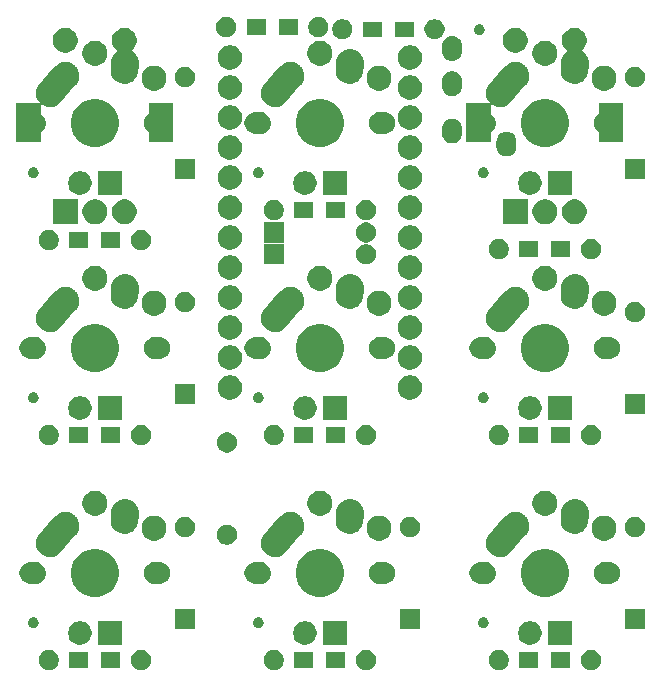
<source format=gts>
%TF.GenerationSoftware,KiCad,Pcbnew,(5.1.6)-1*%
%TF.CreationDate,2020-12-18T23:07:11-06:00*%
%TF.ProjectId,macropad_3x3,6d616372-6f70-4616-945f-3378332e6b69,rev?*%
%TF.SameCoordinates,Original*%
%TF.FileFunction,Soldermask,Top*%
%TF.FilePolarity,Negative*%
%FSLAX46Y46*%
G04 Gerber Fmt 4.6, Leading zero omitted, Abs format (unit mm)*
G04 Created by KiCad (PCBNEW (5.1.6)-1) date 2020-12-18 23:07:11*
%MOMM*%
%LPD*%
G01*
G04 APERTURE LIST*
%ADD10C,0.100000*%
G04 APERTURE END LIST*
D10*
G36*
X73998169Y-76397895D02*
G01*
X74153005Y-76462031D01*
X74292354Y-76555140D01*
X74410860Y-76673646D01*
X74503969Y-76812995D01*
X74568105Y-76967831D01*
X74600800Y-77132203D01*
X74600800Y-77299797D01*
X74568105Y-77464169D01*
X74503969Y-77619005D01*
X74410860Y-77758354D01*
X74292354Y-77876860D01*
X74153005Y-77969969D01*
X73998169Y-78034105D01*
X73833797Y-78066800D01*
X73666203Y-78066800D01*
X73501831Y-78034105D01*
X73346995Y-77969969D01*
X73207646Y-77876860D01*
X73089140Y-77758354D01*
X72996031Y-77619005D01*
X72931895Y-77464169D01*
X72899200Y-77299797D01*
X72899200Y-77132203D01*
X72931895Y-76967831D01*
X72996031Y-76812995D01*
X73089140Y-76673646D01*
X73207646Y-76555140D01*
X73346995Y-76462031D01*
X73501831Y-76397895D01*
X73666203Y-76365200D01*
X73833797Y-76365200D01*
X73998169Y-76397895D01*
G37*
G36*
X66198169Y-76397895D02*
G01*
X66353005Y-76462031D01*
X66492354Y-76555140D01*
X66610860Y-76673646D01*
X66703969Y-76812995D01*
X66768105Y-76967831D01*
X66800800Y-77132203D01*
X66800800Y-77299797D01*
X66768105Y-77464169D01*
X66703969Y-77619005D01*
X66610860Y-77758354D01*
X66492354Y-77876860D01*
X66353005Y-77969969D01*
X66198169Y-78034105D01*
X66033797Y-78066800D01*
X65866203Y-78066800D01*
X65701831Y-78034105D01*
X65546995Y-77969969D01*
X65407646Y-77876860D01*
X65289140Y-77758354D01*
X65196031Y-77619005D01*
X65131895Y-77464169D01*
X65099200Y-77299797D01*
X65099200Y-77132203D01*
X65131895Y-76967831D01*
X65196031Y-76812995D01*
X65289140Y-76673646D01*
X65407646Y-76555140D01*
X65546995Y-76462031D01*
X65701831Y-76397895D01*
X65866203Y-76365200D01*
X66033797Y-76365200D01*
X66198169Y-76397895D01*
G37*
G36*
X35898169Y-76397895D02*
G01*
X36053005Y-76462031D01*
X36192354Y-76555140D01*
X36310860Y-76673646D01*
X36403969Y-76812995D01*
X36468105Y-76967831D01*
X36500800Y-77132203D01*
X36500800Y-77299797D01*
X36468105Y-77464169D01*
X36403969Y-77619005D01*
X36310860Y-77758354D01*
X36192354Y-77876860D01*
X36053005Y-77969969D01*
X35898169Y-78034105D01*
X35733797Y-78066800D01*
X35566203Y-78066800D01*
X35401831Y-78034105D01*
X35246995Y-77969969D01*
X35107646Y-77876860D01*
X34989140Y-77758354D01*
X34896031Y-77619005D01*
X34831895Y-77464169D01*
X34799200Y-77299797D01*
X34799200Y-77132203D01*
X34831895Y-76967831D01*
X34896031Y-76812995D01*
X34989140Y-76673646D01*
X35107646Y-76555140D01*
X35246995Y-76462031D01*
X35401831Y-76397895D01*
X35566203Y-76365200D01*
X35733797Y-76365200D01*
X35898169Y-76397895D01*
G37*
G36*
X28098169Y-76397895D02*
G01*
X28253005Y-76462031D01*
X28392354Y-76555140D01*
X28510860Y-76673646D01*
X28603969Y-76812995D01*
X28668105Y-76967831D01*
X28700800Y-77132203D01*
X28700800Y-77299797D01*
X28668105Y-77464169D01*
X28603969Y-77619005D01*
X28510860Y-77758354D01*
X28392354Y-77876860D01*
X28253005Y-77969969D01*
X28098169Y-78034105D01*
X27933797Y-78066800D01*
X27766203Y-78066800D01*
X27601831Y-78034105D01*
X27446995Y-77969969D01*
X27307646Y-77876860D01*
X27189140Y-77758354D01*
X27096031Y-77619005D01*
X27031895Y-77464169D01*
X26999200Y-77299797D01*
X26999200Y-77132203D01*
X27031895Y-76967831D01*
X27096031Y-76812995D01*
X27189140Y-76673646D01*
X27307646Y-76555140D01*
X27446995Y-76462031D01*
X27601831Y-76397895D01*
X27766203Y-76365200D01*
X27933797Y-76365200D01*
X28098169Y-76397895D01*
G37*
G36*
X47148169Y-76397895D02*
G01*
X47303005Y-76462031D01*
X47442354Y-76555140D01*
X47560860Y-76673646D01*
X47653969Y-76812995D01*
X47718105Y-76967831D01*
X47750800Y-77132203D01*
X47750800Y-77299797D01*
X47718105Y-77464169D01*
X47653969Y-77619005D01*
X47560860Y-77758354D01*
X47442354Y-77876860D01*
X47303005Y-77969969D01*
X47148169Y-78034105D01*
X46983797Y-78066800D01*
X46816203Y-78066800D01*
X46651831Y-78034105D01*
X46496995Y-77969969D01*
X46357646Y-77876860D01*
X46239140Y-77758354D01*
X46146031Y-77619005D01*
X46081895Y-77464169D01*
X46049200Y-77299797D01*
X46049200Y-77132203D01*
X46081895Y-76967831D01*
X46146031Y-76812995D01*
X46239140Y-76673646D01*
X46357646Y-76555140D01*
X46496995Y-76462031D01*
X46651831Y-76397895D01*
X46816203Y-76365200D01*
X46983797Y-76365200D01*
X47148169Y-76397895D01*
G37*
G36*
X54948169Y-76397895D02*
G01*
X55103005Y-76462031D01*
X55242354Y-76555140D01*
X55360860Y-76673646D01*
X55453969Y-76812995D01*
X55518105Y-76967831D01*
X55550800Y-77132203D01*
X55550800Y-77299797D01*
X55518105Y-77464169D01*
X55453969Y-77619005D01*
X55360860Y-77758354D01*
X55242354Y-77876860D01*
X55103005Y-77969969D01*
X54948169Y-78034105D01*
X54783797Y-78066800D01*
X54616203Y-78066800D01*
X54451831Y-78034105D01*
X54296995Y-77969969D01*
X54157646Y-77876860D01*
X54039140Y-77758354D01*
X53946031Y-77619005D01*
X53881895Y-77464169D01*
X53849200Y-77299797D01*
X53849200Y-77132203D01*
X53881895Y-76967831D01*
X53946031Y-76812995D01*
X54039140Y-76673646D01*
X54157646Y-76555140D01*
X54296995Y-76462031D01*
X54451831Y-76397895D01*
X54616203Y-76365200D01*
X54783797Y-76365200D01*
X54948169Y-76397895D01*
G37*
G36*
X52950800Y-77866800D02*
G01*
X51349200Y-77866800D01*
X51349200Y-76565200D01*
X52950800Y-76565200D01*
X52950800Y-77866800D01*
G37*
G36*
X50250800Y-77866800D02*
G01*
X48649200Y-77866800D01*
X48649200Y-76565200D01*
X50250800Y-76565200D01*
X50250800Y-77866800D01*
G37*
G36*
X72000800Y-77866800D02*
G01*
X70399200Y-77866800D01*
X70399200Y-76565200D01*
X72000800Y-76565200D01*
X72000800Y-77866800D01*
G37*
G36*
X69300800Y-77866800D02*
G01*
X67699200Y-77866800D01*
X67699200Y-76565200D01*
X69300800Y-76565200D01*
X69300800Y-77866800D01*
G37*
G36*
X33900800Y-77866800D02*
G01*
X32299200Y-77866800D01*
X32299200Y-76565200D01*
X33900800Y-76565200D01*
X33900800Y-77866800D01*
G37*
G36*
X31200800Y-77866800D02*
G01*
X29599200Y-77866800D01*
X29599200Y-76565200D01*
X31200800Y-76565200D01*
X31200800Y-77866800D01*
G37*
G36*
X53073300Y-75933300D02*
G01*
X51066700Y-75933300D01*
X51066700Y-73926700D01*
X53073300Y-73926700D01*
X53073300Y-75933300D01*
G37*
G36*
X34023300Y-75933300D02*
G01*
X32016700Y-75933300D01*
X32016700Y-73926700D01*
X34023300Y-73926700D01*
X34023300Y-75933300D01*
G37*
G36*
X30772652Y-73965256D02*
G01*
X30955241Y-74040887D01*
X31119567Y-74150686D01*
X31259314Y-74290433D01*
X31369113Y-74454759D01*
X31444744Y-74637348D01*
X31483300Y-74831184D01*
X31483300Y-75028816D01*
X31444744Y-75222652D01*
X31369113Y-75405241D01*
X31259314Y-75569567D01*
X31119567Y-75709314D01*
X30955241Y-75819113D01*
X30772652Y-75894744D01*
X30578816Y-75933300D01*
X30381184Y-75933300D01*
X30187348Y-75894744D01*
X30004759Y-75819113D01*
X29840433Y-75709314D01*
X29700686Y-75569567D01*
X29590887Y-75405241D01*
X29515256Y-75222652D01*
X29476700Y-75028816D01*
X29476700Y-74831184D01*
X29515256Y-74637348D01*
X29590887Y-74454759D01*
X29700686Y-74290433D01*
X29840433Y-74150686D01*
X30004759Y-74040887D01*
X30187348Y-73965256D01*
X30381184Y-73926700D01*
X30578816Y-73926700D01*
X30772652Y-73965256D01*
G37*
G36*
X49822652Y-73965256D02*
G01*
X50005241Y-74040887D01*
X50169567Y-74150686D01*
X50309314Y-74290433D01*
X50419113Y-74454759D01*
X50494744Y-74637348D01*
X50533300Y-74831184D01*
X50533300Y-75028816D01*
X50494744Y-75222652D01*
X50419113Y-75405241D01*
X50309314Y-75569567D01*
X50169567Y-75709314D01*
X50005241Y-75819113D01*
X49822652Y-75894744D01*
X49628816Y-75933300D01*
X49431184Y-75933300D01*
X49237348Y-75894744D01*
X49054759Y-75819113D01*
X48890433Y-75709314D01*
X48750686Y-75569567D01*
X48640887Y-75405241D01*
X48565256Y-75222652D01*
X48526700Y-75028816D01*
X48526700Y-74831184D01*
X48565256Y-74637348D01*
X48640887Y-74454759D01*
X48750686Y-74290433D01*
X48890433Y-74150686D01*
X49054759Y-74040887D01*
X49237348Y-73965256D01*
X49431184Y-73926700D01*
X49628816Y-73926700D01*
X49822652Y-73965256D01*
G37*
G36*
X72123300Y-75933300D02*
G01*
X70116700Y-75933300D01*
X70116700Y-73926700D01*
X72123300Y-73926700D01*
X72123300Y-75933300D01*
G37*
G36*
X68872652Y-73965256D02*
G01*
X69055241Y-74040887D01*
X69219567Y-74150686D01*
X69359314Y-74290433D01*
X69469113Y-74454759D01*
X69544744Y-74637348D01*
X69583300Y-74831184D01*
X69583300Y-75028816D01*
X69544744Y-75222652D01*
X69469113Y-75405241D01*
X69359314Y-75569567D01*
X69219567Y-75709314D01*
X69055241Y-75819113D01*
X68872652Y-75894744D01*
X68678816Y-75933300D01*
X68481184Y-75933300D01*
X68287348Y-75894744D01*
X68104759Y-75819113D01*
X67940433Y-75709314D01*
X67800686Y-75569567D01*
X67690887Y-75405241D01*
X67615256Y-75222652D01*
X67576700Y-75028816D01*
X67576700Y-74831184D01*
X67615256Y-74637348D01*
X67690887Y-74454759D01*
X67800686Y-74290433D01*
X67940433Y-74150686D01*
X68104759Y-74040887D01*
X68287348Y-73965256D01*
X68481184Y-73926700D01*
X68678816Y-73926700D01*
X68872652Y-73965256D01*
G37*
G36*
X40220800Y-74600800D02*
G01*
X38519200Y-74600800D01*
X38519200Y-72899200D01*
X40220800Y-72899200D01*
X40220800Y-74600800D01*
G37*
G36*
X78320800Y-74600800D02*
G01*
X76619200Y-74600800D01*
X76619200Y-72899200D01*
X78320800Y-72899200D01*
X78320800Y-74600800D01*
G37*
G36*
X59270800Y-74600800D02*
G01*
X57569200Y-74600800D01*
X57569200Y-72899200D01*
X59270800Y-72899200D01*
X59270800Y-74600800D01*
G37*
G36*
X26661494Y-73616524D02*
G01*
X26743534Y-73650506D01*
X26792646Y-73683322D01*
X26817370Y-73699842D01*
X26880158Y-73762630D01*
X26880159Y-73762632D01*
X26929494Y-73836466D01*
X26963476Y-73918507D01*
X26980800Y-74005600D01*
X26980800Y-74094400D01*
X26963476Y-74181493D01*
X26929494Y-74263534D01*
X26911521Y-74290432D01*
X26880158Y-74337370D01*
X26817370Y-74400158D01*
X26792646Y-74416678D01*
X26743534Y-74449494D01*
X26702513Y-74466485D01*
X26661494Y-74483476D01*
X26574400Y-74500800D01*
X26485600Y-74500800D01*
X26398506Y-74483476D01*
X26357487Y-74466485D01*
X26316466Y-74449494D01*
X26267354Y-74416678D01*
X26242630Y-74400158D01*
X26179842Y-74337370D01*
X26148479Y-74290432D01*
X26130506Y-74263534D01*
X26096524Y-74181493D01*
X26079200Y-74094400D01*
X26079200Y-74005600D01*
X26096524Y-73918507D01*
X26130506Y-73836466D01*
X26179841Y-73762632D01*
X26179842Y-73762630D01*
X26242630Y-73699842D01*
X26267354Y-73683322D01*
X26316466Y-73650506D01*
X26398506Y-73616524D01*
X26485600Y-73599200D01*
X26574400Y-73599200D01*
X26661494Y-73616524D01*
G37*
G36*
X45711494Y-73616524D02*
G01*
X45793534Y-73650506D01*
X45842646Y-73683322D01*
X45867370Y-73699842D01*
X45930158Y-73762630D01*
X45930159Y-73762632D01*
X45979494Y-73836466D01*
X46013476Y-73918507D01*
X46030800Y-74005600D01*
X46030800Y-74094400D01*
X46013476Y-74181493D01*
X45979494Y-74263534D01*
X45961521Y-74290432D01*
X45930158Y-74337370D01*
X45867370Y-74400158D01*
X45842646Y-74416678D01*
X45793534Y-74449494D01*
X45752513Y-74466485D01*
X45711494Y-74483476D01*
X45624400Y-74500800D01*
X45535600Y-74500800D01*
X45448506Y-74483476D01*
X45407487Y-74466485D01*
X45366466Y-74449494D01*
X45317354Y-74416678D01*
X45292630Y-74400158D01*
X45229842Y-74337370D01*
X45198479Y-74290432D01*
X45180506Y-74263534D01*
X45146524Y-74181493D01*
X45129200Y-74094400D01*
X45129200Y-74005600D01*
X45146524Y-73918507D01*
X45180506Y-73836466D01*
X45229841Y-73762632D01*
X45229842Y-73762630D01*
X45292630Y-73699842D01*
X45317354Y-73683322D01*
X45366466Y-73650506D01*
X45448506Y-73616524D01*
X45535600Y-73599200D01*
X45624400Y-73599200D01*
X45711494Y-73616524D01*
G37*
G36*
X64761494Y-73616524D02*
G01*
X64843534Y-73650506D01*
X64892646Y-73683322D01*
X64917370Y-73699842D01*
X64980158Y-73762630D01*
X64980159Y-73762632D01*
X65029494Y-73836466D01*
X65063476Y-73918507D01*
X65080800Y-74005600D01*
X65080800Y-74094400D01*
X65063476Y-74181493D01*
X65029494Y-74263534D01*
X65011521Y-74290432D01*
X64980158Y-74337370D01*
X64917370Y-74400158D01*
X64892646Y-74416678D01*
X64843534Y-74449494D01*
X64802513Y-74466485D01*
X64761494Y-74483476D01*
X64674400Y-74500800D01*
X64585600Y-74500800D01*
X64498506Y-74483476D01*
X64457487Y-74466485D01*
X64416466Y-74449494D01*
X64367354Y-74416678D01*
X64342630Y-74400158D01*
X64279842Y-74337370D01*
X64248479Y-74290432D01*
X64230506Y-74263534D01*
X64196524Y-74181493D01*
X64179200Y-74094400D01*
X64179200Y-74005600D01*
X64196524Y-73918507D01*
X64230506Y-73836466D01*
X64279841Y-73762632D01*
X64279842Y-73762630D01*
X64342630Y-73699842D01*
X64367354Y-73683322D01*
X64416466Y-73650506D01*
X64498506Y-73616524D01*
X64585600Y-73599200D01*
X64674400Y-73599200D01*
X64761494Y-73616524D01*
G37*
G36*
X32346417Y-67883877D02*
G01*
X32718529Y-68038010D01*
X33053422Y-68261779D01*
X33338221Y-68546578D01*
X33561990Y-68881471D01*
X33716123Y-69253583D01*
X33794700Y-69648614D01*
X33794700Y-70051386D01*
X33716123Y-70446417D01*
X33561990Y-70818529D01*
X33338221Y-71153422D01*
X33053422Y-71438221D01*
X32718529Y-71661990D01*
X32346417Y-71816123D01*
X31951386Y-71894700D01*
X31548614Y-71894700D01*
X31153583Y-71816123D01*
X30781471Y-71661990D01*
X30446578Y-71438221D01*
X30161779Y-71153422D01*
X29938010Y-70818529D01*
X29783877Y-70446417D01*
X29705300Y-70051386D01*
X29705300Y-69648614D01*
X29783877Y-69253583D01*
X29938010Y-68881471D01*
X30161779Y-68546578D01*
X30446578Y-68261779D01*
X30781471Y-68038010D01*
X31153583Y-67883877D01*
X31548614Y-67805300D01*
X31951386Y-67805300D01*
X32346417Y-67883877D01*
G37*
G36*
X70446417Y-67883877D02*
G01*
X70818529Y-68038010D01*
X71153422Y-68261779D01*
X71438221Y-68546578D01*
X71661990Y-68881471D01*
X71816123Y-69253583D01*
X71894700Y-69648614D01*
X71894700Y-70051386D01*
X71816123Y-70446417D01*
X71661990Y-70818529D01*
X71438221Y-71153422D01*
X71153422Y-71438221D01*
X70818529Y-71661990D01*
X70446417Y-71816123D01*
X70051386Y-71894700D01*
X69648614Y-71894700D01*
X69253583Y-71816123D01*
X68881471Y-71661990D01*
X68546578Y-71438221D01*
X68261779Y-71153422D01*
X68038010Y-70818529D01*
X67883877Y-70446417D01*
X67805300Y-70051386D01*
X67805300Y-69648614D01*
X67883877Y-69253583D01*
X68038010Y-68881471D01*
X68261779Y-68546578D01*
X68546578Y-68261779D01*
X68881471Y-68038010D01*
X69253583Y-67883877D01*
X69648614Y-67805300D01*
X70051386Y-67805300D01*
X70446417Y-67883877D01*
G37*
G36*
X51396417Y-67883877D02*
G01*
X51768529Y-68038010D01*
X52103422Y-68261779D01*
X52388221Y-68546578D01*
X52611990Y-68881471D01*
X52766123Y-69253583D01*
X52844700Y-69648614D01*
X52844700Y-70051386D01*
X52766123Y-70446417D01*
X52611990Y-70818529D01*
X52388221Y-71153422D01*
X52103422Y-71438221D01*
X51768529Y-71661990D01*
X51396417Y-71816123D01*
X51001386Y-71894700D01*
X50598614Y-71894700D01*
X50203583Y-71816123D01*
X49831471Y-71661990D01*
X49496578Y-71438221D01*
X49211779Y-71153422D01*
X48988010Y-70818529D01*
X48833877Y-70446417D01*
X48755300Y-70051386D01*
X48755300Y-69648614D01*
X48833877Y-69253583D01*
X48988010Y-68881471D01*
X49211779Y-68546578D01*
X49496578Y-68261779D01*
X49831471Y-68038010D01*
X50203583Y-67883877D01*
X50598614Y-67805300D01*
X51001386Y-67805300D01*
X51396417Y-67883877D01*
G37*
G36*
X75194164Y-68958608D02*
G01*
X75204074Y-68959584D01*
X75213978Y-68958609D01*
X75261279Y-68949200D01*
X75438721Y-68949200D01*
X75612754Y-68983817D01*
X75776689Y-69051721D01*
X75924227Y-69150303D01*
X76049697Y-69275773D01*
X76148279Y-69423311D01*
X76216183Y-69587246D01*
X76250800Y-69761279D01*
X76250800Y-69938721D01*
X76216183Y-70112754D01*
X76148279Y-70276689D01*
X76049697Y-70424227D01*
X75924227Y-70549697D01*
X75776689Y-70648279D01*
X75612754Y-70716183D01*
X75438721Y-70750800D01*
X75261279Y-70750800D01*
X75213978Y-70741391D01*
X75204074Y-70740416D01*
X75194164Y-70741392D01*
X75021184Y-70775800D01*
X74838816Y-70775800D01*
X74659954Y-70740222D01*
X74601916Y-70716182D01*
X74491469Y-70670434D01*
X74339837Y-70569116D01*
X74210884Y-70440163D01*
X74109566Y-70288531D01*
X74039778Y-70120046D01*
X74026121Y-70051386D01*
X74004200Y-69941184D01*
X74004200Y-69758816D01*
X74039778Y-69579954D01*
X74109565Y-69411472D01*
X74109566Y-69411469D01*
X74210884Y-69259837D01*
X74339837Y-69130884D01*
X74491469Y-69029566D01*
X74659954Y-68959778D01*
X74713133Y-68949200D01*
X74838816Y-68924200D01*
X75021184Y-68924200D01*
X75194164Y-68958608D01*
G37*
G36*
X45936867Y-68949200D02*
G01*
X45990046Y-68959778D01*
X46158531Y-69029566D01*
X46310163Y-69130884D01*
X46439116Y-69259837D01*
X46540434Y-69411469D01*
X46540435Y-69411472D01*
X46610222Y-69579954D01*
X46645800Y-69758816D01*
X46645800Y-69941184D01*
X46623879Y-70051386D01*
X46610222Y-70120046D01*
X46540434Y-70288531D01*
X46439116Y-70440163D01*
X46310163Y-70569116D01*
X46158531Y-70670434D01*
X46048084Y-70716182D01*
X45990046Y-70740222D01*
X45811184Y-70775800D01*
X45628816Y-70775800D01*
X45455836Y-70741392D01*
X45445926Y-70740416D01*
X45436022Y-70741391D01*
X45388721Y-70750800D01*
X45211279Y-70750800D01*
X45037246Y-70716183D01*
X44873311Y-70648279D01*
X44725773Y-70549697D01*
X44600303Y-70424227D01*
X44501721Y-70276689D01*
X44433817Y-70112754D01*
X44399200Y-69938721D01*
X44399200Y-69761279D01*
X44433817Y-69587246D01*
X44501721Y-69423311D01*
X44600303Y-69275773D01*
X44725773Y-69150303D01*
X44873311Y-69051721D01*
X45037246Y-68983817D01*
X45211279Y-68949200D01*
X45388721Y-68949200D01*
X45436022Y-68958609D01*
X45445926Y-68959584D01*
X45455836Y-68958608D01*
X45628816Y-68924200D01*
X45811184Y-68924200D01*
X45936867Y-68949200D01*
G37*
G36*
X37094164Y-68958608D02*
G01*
X37104074Y-68959584D01*
X37113978Y-68958609D01*
X37161279Y-68949200D01*
X37338721Y-68949200D01*
X37512754Y-68983817D01*
X37676689Y-69051721D01*
X37824227Y-69150303D01*
X37949697Y-69275773D01*
X38048279Y-69423311D01*
X38116183Y-69587246D01*
X38150800Y-69761279D01*
X38150800Y-69938721D01*
X38116183Y-70112754D01*
X38048279Y-70276689D01*
X37949697Y-70424227D01*
X37824227Y-70549697D01*
X37676689Y-70648279D01*
X37512754Y-70716183D01*
X37338721Y-70750800D01*
X37161279Y-70750800D01*
X37113978Y-70741391D01*
X37104074Y-70740416D01*
X37094164Y-70741392D01*
X36921184Y-70775800D01*
X36738816Y-70775800D01*
X36559954Y-70740222D01*
X36501916Y-70716182D01*
X36391469Y-70670434D01*
X36239837Y-70569116D01*
X36110884Y-70440163D01*
X36009566Y-70288531D01*
X35939778Y-70120046D01*
X35926121Y-70051386D01*
X35904200Y-69941184D01*
X35904200Y-69758816D01*
X35939778Y-69579954D01*
X36009565Y-69411472D01*
X36009566Y-69411469D01*
X36110884Y-69259837D01*
X36239837Y-69130884D01*
X36391469Y-69029566D01*
X36559954Y-68959778D01*
X36613133Y-68949200D01*
X36738816Y-68924200D01*
X36921184Y-68924200D01*
X37094164Y-68958608D01*
G37*
G36*
X64986867Y-68949200D02*
G01*
X65040046Y-68959778D01*
X65208531Y-69029566D01*
X65360163Y-69130884D01*
X65489116Y-69259837D01*
X65590434Y-69411469D01*
X65590435Y-69411472D01*
X65660222Y-69579954D01*
X65695800Y-69758816D01*
X65695800Y-69941184D01*
X65673879Y-70051386D01*
X65660222Y-70120046D01*
X65590434Y-70288531D01*
X65489116Y-70440163D01*
X65360163Y-70569116D01*
X65208531Y-70670434D01*
X65098084Y-70716182D01*
X65040046Y-70740222D01*
X64861184Y-70775800D01*
X64678816Y-70775800D01*
X64505836Y-70741392D01*
X64495926Y-70740416D01*
X64486022Y-70741391D01*
X64438721Y-70750800D01*
X64261279Y-70750800D01*
X64087246Y-70716183D01*
X63923311Y-70648279D01*
X63775773Y-70549697D01*
X63650303Y-70424227D01*
X63551721Y-70276689D01*
X63483817Y-70112754D01*
X63449200Y-69938721D01*
X63449200Y-69761279D01*
X63483817Y-69587246D01*
X63551721Y-69423311D01*
X63650303Y-69275773D01*
X63775773Y-69150303D01*
X63923311Y-69051721D01*
X64087246Y-68983817D01*
X64261279Y-68949200D01*
X64438721Y-68949200D01*
X64486022Y-68958609D01*
X64495926Y-68959584D01*
X64505836Y-68958608D01*
X64678816Y-68924200D01*
X64861184Y-68924200D01*
X64986867Y-68949200D01*
G37*
G36*
X56144164Y-68958608D02*
G01*
X56154074Y-68959584D01*
X56163978Y-68958609D01*
X56211279Y-68949200D01*
X56388721Y-68949200D01*
X56562754Y-68983817D01*
X56726689Y-69051721D01*
X56874227Y-69150303D01*
X56999697Y-69275773D01*
X57098279Y-69423311D01*
X57166183Y-69587246D01*
X57200800Y-69761279D01*
X57200800Y-69938721D01*
X57166183Y-70112754D01*
X57098279Y-70276689D01*
X56999697Y-70424227D01*
X56874227Y-70549697D01*
X56726689Y-70648279D01*
X56562754Y-70716183D01*
X56388721Y-70750800D01*
X56211279Y-70750800D01*
X56163978Y-70741391D01*
X56154074Y-70740416D01*
X56144164Y-70741392D01*
X55971184Y-70775800D01*
X55788816Y-70775800D01*
X55609954Y-70740222D01*
X55551916Y-70716182D01*
X55441469Y-70670434D01*
X55289837Y-70569116D01*
X55160884Y-70440163D01*
X55059566Y-70288531D01*
X54989778Y-70120046D01*
X54976121Y-70051386D01*
X54954200Y-69941184D01*
X54954200Y-69758816D01*
X54989778Y-69579954D01*
X55059565Y-69411472D01*
X55059566Y-69411469D01*
X55160884Y-69259837D01*
X55289837Y-69130884D01*
X55441469Y-69029566D01*
X55609954Y-68959778D01*
X55663133Y-68949200D01*
X55788816Y-68924200D01*
X55971184Y-68924200D01*
X56144164Y-68958608D01*
G37*
G36*
X26886867Y-68949200D02*
G01*
X26940046Y-68959778D01*
X27108531Y-69029566D01*
X27260163Y-69130884D01*
X27389116Y-69259837D01*
X27490434Y-69411469D01*
X27490435Y-69411472D01*
X27560222Y-69579954D01*
X27595800Y-69758816D01*
X27595800Y-69941184D01*
X27573879Y-70051386D01*
X27560222Y-70120046D01*
X27490434Y-70288531D01*
X27389116Y-70440163D01*
X27260163Y-70569116D01*
X27108531Y-70670434D01*
X26998084Y-70716182D01*
X26940046Y-70740222D01*
X26761184Y-70775800D01*
X26578816Y-70775800D01*
X26405836Y-70741392D01*
X26395926Y-70740416D01*
X26386022Y-70741391D01*
X26338721Y-70750800D01*
X26161279Y-70750800D01*
X25987246Y-70716183D01*
X25823311Y-70648279D01*
X25675773Y-70549697D01*
X25550303Y-70424227D01*
X25451721Y-70276689D01*
X25383817Y-70112754D01*
X25349200Y-69938721D01*
X25349200Y-69761279D01*
X25383817Y-69587246D01*
X25451721Y-69423311D01*
X25550303Y-69275773D01*
X25675773Y-69150303D01*
X25823311Y-69051721D01*
X25987246Y-68983817D01*
X26161279Y-68949200D01*
X26338721Y-68949200D01*
X26386022Y-68958609D01*
X26395926Y-68959584D01*
X26405836Y-68958608D01*
X26578816Y-68924200D01*
X26761184Y-68924200D01*
X26886867Y-68949200D01*
G37*
G36*
X48325002Y-64674153D02*
G01*
X48327163Y-64674200D01*
X48415806Y-64674200D01*
X48437572Y-64678530D01*
X48445230Y-64679455D01*
X48467483Y-64680436D01*
X48553860Y-64701612D01*
X48555993Y-64702085D01*
X48606254Y-64712083D01*
X48642969Y-64719386D01*
X48663480Y-64727882D01*
X48670814Y-64730284D01*
X48692435Y-64735585D01*
X48772979Y-64773186D01*
X48774962Y-64774059D01*
X48856948Y-64808018D01*
X48875432Y-64820369D01*
X48882143Y-64824148D01*
X48902304Y-64833560D01*
X48973925Y-64886123D01*
X48975681Y-64887353D01*
X49049532Y-64936699D01*
X49065256Y-64952423D01*
X49071102Y-64957441D01*
X49089026Y-64970596D01*
X49148962Y-65036062D01*
X49150468Y-65037635D01*
X49213303Y-65100470D01*
X49225670Y-65118979D01*
X49230425Y-65125041D01*
X49245427Y-65141427D01*
X49291409Y-65217277D01*
X49292579Y-65219116D01*
X49341982Y-65293052D01*
X49350504Y-65313626D01*
X49353992Y-65320512D01*
X49365495Y-65339487D01*
X49395781Y-65422811D01*
X49396575Y-65424854D01*
X49430614Y-65507030D01*
X49434961Y-65528884D01*
X49437041Y-65536326D01*
X49444616Y-65557167D01*
X49458055Y-65644735D01*
X49458435Y-65646895D01*
X49475800Y-65734194D01*
X49475800Y-65756497D01*
X49476387Y-65764183D01*
X49479750Y-65786099D01*
X49475847Y-65874597D01*
X49475800Y-65876757D01*
X49475800Y-65965805D01*
X49471448Y-65987683D01*
X49470522Y-65995346D01*
X49469546Y-66017486D01*
X49448465Y-66103476D01*
X49447987Y-66105629D01*
X49430614Y-66192969D01*
X49422076Y-66213582D01*
X49419673Y-66220918D01*
X49414397Y-66242437D01*
X49376954Y-66322642D01*
X49376072Y-66324646D01*
X49341981Y-66406951D01*
X49329576Y-66425516D01*
X49325792Y-66432235D01*
X49316422Y-66452306D01*
X49264041Y-66523679D01*
X49262805Y-66525445D01*
X49213303Y-66599530D01*
X49154719Y-66658114D01*
X49152829Y-66660109D01*
X47826596Y-68138219D01*
X47826590Y-68138224D01*
X47826586Y-68138229D01*
X47698565Y-68255437D01*
X47500505Y-68375505D01*
X47282825Y-68454626D01*
X47053893Y-68489760D01*
X46822507Y-68479556D01*
X46597555Y-68424407D01*
X46387686Y-68326432D01*
X46200964Y-68189395D01*
X46044563Y-68018565D01*
X45924495Y-67820505D01*
X45845374Y-67602825D01*
X45810240Y-67373893D01*
X45820444Y-67142507D01*
X45875593Y-66917555D01*
X45973568Y-66707686D01*
X46076264Y-66567755D01*
X46394045Y-66213582D01*
X47366530Y-65129728D01*
X47370958Y-65124026D01*
X47386699Y-65100468D01*
X47444940Y-65042227D01*
X47446830Y-65040232D01*
X47463393Y-65021772D01*
X47486272Y-65000826D01*
X47487889Y-64999278D01*
X47550471Y-64936696D01*
X47568895Y-64924385D01*
X47574963Y-64919625D01*
X47591424Y-64904555D01*
X47667606Y-64858372D01*
X47669432Y-64857210D01*
X47743052Y-64808018D01*
X47763525Y-64799538D01*
X47770405Y-64796053D01*
X47789484Y-64784487D01*
X47873195Y-64754060D01*
X47875226Y-64753271D01*
X47957030Y-64719386D01*
X47978769Y-64715062D01*
X47986211Y-64712982D01*
X48007164Y-64705366D01*
X48095131Y-64691866D01*
X48097311Y-64691482D01*
X48184194Y-64674200D01*
X48206378Y-64674200D01*
X48214061Y-64673614D01*
X48236096Y-64670232D01*
X48325002Y-64674153D01*
G37*
G36*
X67375002Y-64674153D02*
G01*
X67377163Y-64674200D01*
X67465806Y-64674200D01*
X67487572Y-64678530D01*
X67495230Y-64679455D01*
X67517483Y-64680436D01*
X67603860Y-64701612D01*
X67605993Y-64702085D01*
X67656254Y-64712083D01*
X67692969Y-64719386D01*
X67713480Y-64727882D01*
X67720814Y-64730284D01*
X67742435Y-64735585D01*
X67822979Y-64773186D01*
X67824962Y-64774059D01*
X67906948Y-64808018D01*
X67925432Y-64820369D01*
X67932143Y-64824148D01*
X67952304Y-64833560D01*
X68023925Y-64886123D01*
X68025681Y-64887353D01*
X68099532Y-64936699D01*
X68115256Y-64952423D01*
X68121102Y-64957441D01*
X68139026Y-64970596D01*
X68198962Y-65036062D01*
X68200468Y-65037635D01*
X68263303Y-65100470D01*
X68275670Y-65118979D01*
X68280425Y-65125041D01*
X68295427Y-65141427D01*
X68341409Y-65217277D01*
X68342579Y-65219116D01*
X68391982Y-65293052D01*
X68400504Y-65313626D01*
X68403992Y-65320512D01*
X68415495Y-65339487D01*
X68445781Y-65422811D01*
X68446575Y-65424854D01*
X68480614Y-65507030D01*
X68484961Y-65528884D01*
X68487041Y-65536326D01*
X68494616Y-65557167D01*
X68508055Y-65644735D01*
X68508435Y-65646895D01*
X68525800Y-65734194D01*
X68525800Y-65756497D01*
X68526387Y-65764183D01*
X68529750Y-65786099D01*
X68525847Y-65874597D01*
X68525800Y-65876757D01*
X68525800Y-65965805D01*
X68521448Y-65987683D01*
X68520522Y-65995346D01*
X68519546Y-66017486D01*
X68498465Y-66103476D01*
X68497987Y-66105629D01*
X68480614Y-66192969D01*
X68472076Y-66213582D01*
X68469673Y-66220918D01*
X68464397Y-66242437D01*
X68426954Y-66322642D01*
X68426072Y-66324646D01*
X68391981Y-66406951D01*
X68379576Y-66425516D01*
X68375792Y-66432235D01*
X68366422Y-66452306D01*
X68314041Y-66523679D01*
X68312805Y-66525445D01*
X68263303Y-66599530D01*
X68204719Y-66658114D01*
X68202829Y-66660109D01*
X66876596Y-68138219D01*
X66876590Y-68138224D01*
X66876586Y-68138229D01*
X66748565Y-68255437D01*
X66550505Y-68375505D01*
X66332825Y-68454626D01*
X66103893Y-68489760D01*
X65872507Y-68479556D01*
X65647555Y-68424407D01*
X65437686Y-68326432D01*
X65250964Y-68189395D01*
X65094563Y-68018565D01*
X64974495Y-67820505D01*
X64895374Y-67602825D01*
X64860240Y-67373893D01*
X64870444Y-67142507D01*
X64925593Y-66917555D01*
X65023568Y-66707686D01*
X65126264Y-66567755D01*
X65444045Y-66213582D01*
X66416530Y-65129728D01*
X66420958Y-65124026D01*
X66436699Y-65100468D01*
X66494940Y-65042227D01*
X66496830Y-65040232D01*
X66513393Y-65021772D01*
X66536272Y-65000826D01*
X66537889Y-64999278D01*
X66600471Y-64936696D01*
X66618895Y-64924385D01*
X66624963Y-64919625D01*
X66641424Y-64904555D01*
X66717606Y-64858372D01*
X66719432Y-64857210D01*
X66793052Y-64808018D01*
X66813525Y-64799538D01*
X66820405Y-64796053D01*
X66839484Y-64784487D01*
X66923195Y-64754060D01*
X66925226Y-64753271D01*
X67007030Y-64719386D01*
X67028769Y-64715062D01*
X67036211Y-64712982D01*
X67057164Y-64705366D01*
X67145131Y-64691866D01*
X67147311Y-64691482D01*
X67234194Y-64674200D01*
X67256378Y-64674200D01*
X67264061Y-64673614D01*
X67286096Y-64670232D01*
X67375002Y-64674153D01*
G37*
G36*
X29275002Y-64674153D02*
G01*
X29277163Y-64674200D01*
X29365806Y-64674200D01*
X29387572Y-64678530D01*
X29395230Y-64679455D01*
X29417483Y-64680436D01*
X29503860Y-64701612D01*
X29505993Y-64702085D01*
X29556254Y-64712083D01*
X29592969Y-64719386D01*
X29613480Y-64727882D01*
X29620814Y-64730284D01*
X29642435Y-64735585D01*
X29722979Y-64773186D01*
X29724962Y-64774059D01*
X29806948Y-64808018D01*
X29825432Y-64820369D01*
X29832143Y-64824148D01*
X29852304Y-64833560D01*
X29923925Y-64886123D01*
X29925681Y-64887353D01*
X29999532Y-64936699D01*
X30015256Y-64952423D01*
X30021102Y-64957441D01*
X30039026Y-64970596D01*
X30098962Y-65036062D01*
X30100468Y-65037635D01*
X30163303Y-65100470D01*
X30175670Y-65118979D01*
X30180425Y-65125041D01*
X30195427Y-65141427D01*
X30241409Y-65217277D01*
X30242579Y-65219116D01*
X30291982Y-65293052D01*
X30300504Y-65313626D01*
X30303992Y-65320512D01*
X30315495Y-65339487D01*
X30345781Y-65422811D01*
X30346575Y-65424854D01*
X30380614Y-65507030D01*
X30384961Y-65528884D01*
X30387041Y-65536326D01*
X30394616Y-65557167D01*
X30408055Y-65644735D01*
X30408435Y-65646895D01*
X30425800Y-65734194D01*
X30425800Y-65756497D01*
X30426387Y-65764183D01*
X30429750Y-65786099D01*
X30425847Y-65874597D01*
X30425800Y-65876757D01*
X30425800Y-65965805D01*
X30421448Y-65987683D01*
X30420522Y-65995346D01*
X30419546Y-66017486D01*
X30398465Y-66103476D01*
X30397987Y-66105629D01*
X30380614Y-66192969D01*
X30372076Y-66213582D01*
X30369673Y-66220918D01*
X30364397Y-66242437D01*
X30326954Y-66322642D01*
X30326072Y-66324646D01*
X30291981Y-66406951D01*
X30279576Y-66425516D01*
X30275792Y-66432235D01*
X30266422Y-66452306D01*
X30214041Y-66523679D01*
X30212805Y-66525445D01*
X30163303Y-66599530D01*
X30104719Y-66658114D01*
X30102829Y-66660109D01*
X28776596Y-68138219D01*
X28776590Y-68138224D01*
X28776586Y-68138229D01*
X28648565Y-68255437D01*
X28450505Y-68375505D01*
X28232825Y-68454626D01*
X28003893Y-68489760D01*
X27772507Y-68479556D01*
X27547555Y-68424407D01*
X27337686Y-68326432D01*
X27150964Y-68189395D01*
X26994563Y-68018565D01*
X26874495Y-67820505D01*
X26795374Y-67602825D01*
X26760240Y-67373893D01*
X26770444Y-67142507D01*
X26825593Y-66917555D01*
X26923568Y-66707686D01*
X27026264Y-66567755D01*
X27344045Y-66213582D01*
X28316530Y-65129728D01*
X28320958Y-65124026D01*
X28336699Y-65100468D01*
X28394940Y-65042227D01*
X28396830Y-65040232D01*
X28413393Y-65021772D01*
X28436272Y-65000826D01*
X28437889Y-64999278D01*
X28500471Y-64936696D01*
X28518895Y-64924385D01*
X28524963Y-64919625D01*
X28541424Y-64904555D01*
X28617606Y-64858372D01*
X28619432Y-64857210D01*
X28693052Y-64808018D01*
X28713525Y-64799538D01*
X28720405Y-64796053D01*
X28739484Y-64784487D01*
X28823195Y-64754060D01*
X28825226Y-64753271D01*
X28907030Y-64719386D01*
X28928769Y-64715062D01*
X28936211Y-64712982D01*
X28957164Y-64705366D01*
X29045131Y-64691866D01*
X29047311Y-64691482D01*
X29134194Y-64674200D01*
X29156378Y-64674200D01*
X29164061Y-64673614D01*
X29186096Y-64670232D01*
X29275002Y-64674153D01*
G37*
G36*
X43174169Y-65782895D02*
G01*
X43329005Y-65847031D01*
X43468354Y-65940140D01*
X43586860Y-66058646D01*
X43679969Y-66197995D01*
X43744105Y-66352831D01*
X43776800Y-66517203D01*
X43776800Y-66684797D01*
X43744105Y-66849169D01*
X43679969Y-67004005D01*
X43586860Y-67143354D01*
X43468354Y-67261860D01*
X43329005Y-67354969D01*
X43174169Y-67419105D01*
X43009797Y-67451800D01*
X42842203Y-67451800D01*
X42677831Y-67419105D01*
X42522995Y-67354969D01*
X42383646Y-67261860D01*
X42265140Y-67143354D01*
X42172031Y-67004005D01*
X42107895Y-66849169D01*
X42075200Y-66684797D01*
X42075200Y-66517203D01*
X42107895Y-66352831D01*
X42172031Y-66197995D01*
X42265140Y-66058646D01*
X42383646Y-65940140D01*
X42522995Y-65847031D01*
X42677831Y-65782895D01*
X42842203Y-65750200D01*
X43009797Y-65750200D01*
X43174169Y-65782895D01*
G37*
G36*
X56106508Y-65039582D02*
G01*
X56297741Y-65118793D01*
X56469847Y-65233791D01*
X56616209Y-65380153D01*
X56731207Y-65552259D01*
X56810418Y-65743492D01*
X56850800Y-65946505D01*
X56850800Y-66153495D01*
X56810418Y-66356508D01*
X56731207Y-66547741D01*
X56616209Y-66719847D01*
X56469847Y-66866209D01*
X56297741Y-66981207D01*
X56106508Y-67060418D01*
X55903495Y-67100800D01*
X55696505Y-67100800D01*
X55493492Y-67060418D01*
X55302259Y-66981207D01*
X55130153Y-66866209D01*
X54983791Y-66719847D01*
X54868793Y-66547741D01*
X54789582Y-66356508D01*
X54749200Y-66153495D01*
X54749200Y-65946505D01*
X54789582Y-65743492D01*
X54868793Y-65552259D01*
X54983791Y-65380153D01*
X55130153Y-65233791D01*
X55302259Y-65118793D01*
X55493492Y-65039582D01*
X55696505Y-64999200D01*
X55903495Y-64999200D01*
X56106508Y-65039582D01*
G37*
G36*
X75156508Y-65039582D02*
G01*
X75347741Y-65118793D01*
X75519847Y-65233791D01*
X75666209Y-65380153D01*
X75781207Y-65552259D01*
X75860418Y-65743492D01*
X75900800Y-65946505D01*
X75900800Y-66153495D01*
X75860418Y-66356508D01*
X75781207Y-66547741D01*
X75666209Y-66719847D01*
X75519847Y-66866209D01*
X75347741Y-66981207D01*
X75156508Y-67060418D01*
X74953495Y-67100800D01*
X74746505Y-67100800D01*
X74543492Y-67060418D01*
X74352259Y-66981207D01*
X74180153Y-66866209D01*
X74033791Y-66719847D01*
X73918793Y-66547741D01*
X73839582Y-66356508D01*
X73799200Y-66153495D01*
X73799200Y-65946505D01*
X73839582Y-65743492D01*
X73918793Y-65552259D01*
X74033791Y-65380153D01*
X74180153Y-65233791D01*
X74352259Y-65118793D01*
X74543492Y-65039582D01*
X74746505Y-64999200D01*
X74953495Y-64999200D01*
X75156508Y-65039582D01*
G37*
G36*
X37056508Y-65039582D02*
G01*
X37247741Y-65118793D01*
X37419847Y-65233791D01*
X37566209Y-65380153D01*
X37681207Y-65552259D01*
X37760418Y-65743492D01*
X37800800Y-65946505D01*
X37800800Y-66153495D01*
X37760418Y-66356508D01*
X37681207Y-66547741D01*
X37566209Y-66719847D01*
X37419847Y-66866209D01*
X37247741Y-66981207D01*
X37056508Y-67060418D01*
X36853495Y-67100800D01*
X36646505Y-67100800D01*
X36443492Y-67060418D01*
X36252259Y-66981207D01*
X36080153Y-66866209D01*
X35933791Y-66719847D01*
X35818793Y-66547741D01*
X35739582Y-66356508D01*
X35699200Y-66153495D01*
X35699200Y-65946505D01*
X35739582Y-65743492D01*
X35818793Y-65552259D01*
X35933791Y-65380153D01*
X36080153Y-65233791D01*
X36252259Y-65118793D01*
X36443492Y-65039582D01*
X36646505Y-64999200D01*
X36853495Y-64999200D01*
X37056508Y-65039582D01*
G37*
G36*
X77718169Y-65131895D02*
G01*
X77873005Y-65196031D01*
X78012354Y-65289140D01*
X78130860Y-65407646D01*
X78223969Y-65546995D01*
X78288105Y-65701831D01*
X78320800Y-65866203D01*
X78320800Y-66033797D01*
X78288105Y-66198169D01*
X78223969Y-66353005D01*
X78130860Y-66492354D01*
X78012354Y-66610860D01*
X77873005Y-66703969D01*
X77718169Y-66768105D01*
X77553797Y-66800800D01*
X77386203Y-66800800D01*
X77221831Y-66768105D01*
X77066995Y-66703969D01*
X76927646Y-66610860D01*
X76809140Y-66492354D01*
X76716031Y-66353005D01*
X76651895Y-66198169D01*
X76619200Y-66033797D01*
X76619200Y-65866203D01*
X76651895Y-65701831D01*
X76716031Y-65546995D01*
X76809140Y-65407646D01*
X76927646Y-65289140D01*
X77066995Y-65196031D01*
X77221831Y-65131895D01*
X77386203Y-65099200D01*
X77553797Y-65099200D01*
X77718169Y-65131895D01*
G37*
G36*
X58668169Y-65131895D02*
G01*
X58823005Y-65196031D01*
X58962354Y-65289140D01*
X59080860Y-65407646D01*
X59173969Y-65546995D01*
X59238105Y-65701831D01*
X59270800Y-65866203D01*
X59270800Y-66033797D01*
X59238105Y-66198169D01*
X59173969Y-66353005D01*
X59080860Y-66492354D01*
X58962354Y-66610860D01*
X58823005Y-66703969D01*
X58668169Y-66768105D01*
X58503797Y-66800800D01*
X58336203Y-66800800D01*
X58171831Y-66768105D01*
X58016995Y-66703969D01*
X57877646Y-66610860D01*
X57759140Y-66492354D01*
X57666031Y-66353005D01*
X57601895Y-66198169D01*
X57569200Y-66033797D01*
X57569200Y-65866203D01*
X57601895Y-65701831D01*
X57666031Y-65546995D01*
X57759140Y-65407646D01*
X57877646Y-65289140D01*
X58016995Y-65196031D01*
X58171831Y-65131895D01*
X58336203Y-65099200D01*
X58503797Y-65099200D01*
X58668169Y-65131895D01*
G37*
G36*
X39618169Y-65131895D02*
G01*
X39773005Y-65196031D01*
X39912354Y-65289140D01*
X40030860Y-65407646D01*
X40123969Y-65546995D01*
X40188105Y-65701831D01*
X40220800Y-65866203D01*
X40220800Y-66033797D01*
X40188105Y-66198169D01*
X40123969Y-66353005D01*
X40030860Y-66492354D01*
X39912354Y-66610860D01*
X39773005Y-66703969D01*
X39618169Y-66768105D01*
X39453797Y-66800800D01*
X39286203Y-66800800D01*
X39121831Y-66768105D01*
X38966995Y-66703969D01*
X38827646Y-66610860D01*
X38709140Y-66492354D01*
X38616031Y-66353005D01*
X38551895Y-66198169D01*
X38519200Y-66033797D01*
X38519200Y-65866203D01*
X38551895Y-65701831D01*
X38616031Y-65546995D01*
X38709140Y-65407646D01*
X38827646Y-65289140D01*
X38966995Y-65196031D01*
X39121831Y-65131895D01*
X39286203Y-65099200D01*
X39453797Y-65099200D01*
X39618169Y-65131895D01*
G37*
G36*
X34383519Y-63593501D02*
G01*
X34391912Y-63594200D01*
X34405806Y-63594200D01*
X34502767Y-63613487D01*
X34504199Y-63613750D01*
X34598319Y-63629542D01*
X34610726Y-63634249D01*
X34618822Y-63636572D01*
X34632969Y-63639386D01*
X34727019Y-63678343D01*
X34728346Y-63678869D01*
X34814872Y-63711694D01*
X34825668Y-63718447D01*
X34833155Y-63722305D01*
X34846952Y-63728020D01*
X34933892Y-63786112D01*
X34935153Y-63786927D01*
X34967397Y-63807095D01*
X35011236Y-63834515D01*
X35011237Y-63834516D01*
X35020143Y-63842901D01*
X35026741Y-63848152D01*
X35039530Y-63856697D01*
X35115238Y-63932405D01*
X35116274Y-63933411D01*
X35179868Y-63993286D01*
X35186716Y-64002896D01*
X35192151Y-64009318D01*
X35203303Y-64020470D01*
X35263957Y-64111245D01*
X35264826Y-64112504D01*
X35314284Y-64181904D01*
X35318967Y-64192312D01*
X35323054Y-64199689D01*
X35331980Y-64213049D01*
X35374392Y-64315441D01*
X35374959Y-64316755D01*
X35409320Y-64393121D01*
X35411822Y-64403979D01*
X35414385Y-64411993D01*
X35420614Y-64427032D01*
X35427409Y-64461192D01*
X35442459Y-64536852D01*
X35442768Y-64538290D01*
X35461322Y-64618820D01*
X35461322Y-64618821D01*
X35461651Y-64629745D01*
X35462604Y-64638125D01*
X35465800Y-64654194D01*
X35465800Y-64766756D01*
X35465823Y-64768285D01*
X35466547Y-64792325D01*
X35465918Y-64801551D01*
X35465800Y-64805006D01*
X35465800Y-64885806D01*
X35457875Y-64925648D01*
X35457018Y-64932095D01*
X35443863Y-65125060D01*
X35419148Y-65487598D01*
X35390426Y-65658777D01*
X35308274Y-65875330D01*
X35233200Y-65995357D01*
X35193615Y-66058645D01*
X35185452Y-66071695D01*
X35026682Y-66240326D01*
X34875585Y-66348003D01*
X34838066Y-66374740D01*
X34838064Y-66374741D01*
X34626847Y-66469778D01*
X34401149Y-66521780D01*
X34169642Y-66528753D01*
X33941223Y-66490426D01*
X33724670Y-66408274D01*
X33581810Y-66318918D01*
X33528306Y-66285453D01*
X33523375Y-66280811D01*
X33359674Y-66126682D01*
X33230772Y-65945800D01*
X33225260Y-65938066D01*
X33225259Y-65938064D01*
X33130222Y-65726847D01*
X33078220Y-65501149D01*
X33072995Y-65327657D01*
X33072995Y-65327644D01*
X33114082Y-64724956D01*
X33114200Y-64721501D01*
X33114200Y-64654194D01*
X33130240Y-64573555D01*
X33130504Y-64572118D01*
X33149116Y-64461192D01*
X33154921Y-64445890D01*
X33157246Y-64437790D01*
X33159386Y-64427030D01*
X33191071Y-64350535D01*
X33191635Y-64349113D01*
X33203876Y-64316845D01*
X33231268Y-64244639D01*
X33239880Y-64230871D01*
X33243741Y-64223378D01*
X33248020Y-64213048D01*
X33294652Y-64143259D01*
X33295482Y-64141975D01*
X33354089Y-64048274D01*
X33365069Y-64036612D01*
X33370320Y-64030013D01*
X33376696Y-64020471D01*
X33437217Y-63959950D01*
X33438282Y-63958853D01*
X33512860Y-63879643D01*
X33525648Y-63870530D01*
X33532082Y-63865085D01*
X33540470Y-63856697D01*
X33613404Y-63807964D01*
X33614641Y-63807110D01*
X33701478Y-63745227D01*
X33715441Y-63738944D01*
X33722810Y-63734862D01*
X33733052Y-63728018D01*
X33816367Y-63693508D01*
X33817747Y-63692912D01*
X33912695Y-63650191D01*
X33927166Y-63646857D01*
X33935194Y-63644289D01*
X33947032Y-63639386D01*
X34038190Y-63621253D01*
X34039652Y-63620939D01*
X34138393Y-63598188D01*
X34152735Y-63597756D01*
X34161095Y-63596806D01*
X34174194Y-63594200D01*
X34270081Y-63594200D01*
X34271549Y-63594178D01*
X34369900Y-63591216D01*
X34383519Y-63593501D01*
G37*
G36*
X72483519Y-63593501D02*
G01*
X72491912Y-63594200D01*
X72505806Y-63594200D01*
X72602767Y-63613487D01*
X72604199Y-63613750D01*
X72698319Y-63629542D01*
X72710726Y-63634249D01*
X72718822Y-63636572D01*
X72732969Y-63639386D01*
X72827019Y-63678343D01*
X72828346Y-63678869D01*
X72914872Y-63711694D01*
X72925668Y-63718447D01*
X72933155Y-63722305D01*
X72946952Y-63728020D01*
X73033892Y-63786112D01*
X73035153Y-63786927D01*
X73067397Y-63807095D01*
X73111236Y-63834515D01*
X73111237Y-63834516D01*
X73120143Y-63842901D01*
X73126741Y-63848152D01*
X73139530Y-63856697D01*
X73215238Y-63932405D01*
X73216274Y-63933411D01*
X73279868Y-63993286D01*
X73286716Y-64002896D01*
X73292151Y-64009318D01*
X73303303Y-64020470D01*
X73363957Y-64111245D01*
X73364826Y-64112504D01*
X73414284Y-64181904D01*
X73418967Y-64192312D01*
X73423054Y-64199689D01*
X73431980Y-64213049D01*
X73474392Y-64315441D01*
X73474959Y-64316755D01*
X73509320Y-64393121D01*
X73511822Y-64403979D01*
X73514385Y-64411993D01*
X73520614Y-64427032D01*
X73527409Y-64461192D01*
X73542459Y-64536852D01*
X73542768Y-64538290D01*
X73561322Y-64618820D01*
X73561322Y-64618821D01*
X73561651Y-64629745D01*
X73562604Y-64638125D01*
X73565800Y-64654194D01*
X73565800Y-64766756D01*
X73565823Y-64768285D01*
X73566547Y-64792325D01*
X73565918Y-64801551D01*
X73565800Y-64805006D01*
X73565800Y-64885806D01*
X73557875Y-64925648D01*
X73557018Y-64932095D01*
X73543863Y-65125060D01*
X73519148Y-65487598D01*
X73490426Y-65658777D01*
X73408274Y-65875330D01*
X73333200Y-65995357D01*
X73293615Y-66058645D01*
X73285452Y-66071695D01*
X73126682Y-66240326D01*
X72975585Y-66348003D01*
X72938066Y-66374740D01*
X72938064Y-66374741D01*
X72726847Y-66469778D01*
X72501149Y-66521780D01*
X72269642Y-66528753D01*
X72041223Y-66490426D01*
X71824670Y-66408274D01*
X71681810Y-66318918D01*
X71628306Y-66285453D01*
X71623375Y-66280811D01*
X71459674Y-66126682D01*
X71330772Y-65945800D01*
X71325260Y-65938066D01*
X71325259Y-65938064D01*
X71230222Y-65726847D01*
X71178220Y-65501149D01*
X71172995Y-65327657D01*
X71172995Y-65327644D01*
X71214082Y-64724956D01*
X71214200Y-64721501D01*
X71214200Y-64654194D01*
X71230240Y-64573555D01*
X71230504Y-64572118D01*
X71249116Y-64461192D01*
X71254921Y-64445890D01*
X71257246Y-64437790D01*
X71259386Y-64427030D01*
X71291071Y-64350535D01*
X71291635Y-64349113D01*
X71303876Y-64316845D01*
X71331268Y-64244639D01*
X71339880Y-64230871D01*
X71343741Y-64223378D01*
X71348020Y-64213048D01*
X71394652Y-64143259D01*
X71395482Y-64141975D01*
X71454089Y-64048274D01*
X71465069Y-64036612D01*
X71470320Y-64030013D01*
X71476696Y-64020471D01*
X71537217Y-63959950D01*
X71538282Y-63958853D01*
X71612860Y-63879643D01*
X71625648Y-63870530D01*
X71632082Y-63865085D01*
X71640470Y-63856697D01*
X71713404Y-63807964D01*
X71714641Y-63807110D01*
X71801478Y-63745227D01*
X71815441Y-63738944D01*
X71822810Y-63734862D01*
X71833052Y-63728018D01*
X71916367Y-63693508D01*
X71917747Y-63692912D01*
X72012695Y-63650191D01*
X72027166Y-63646857D01*
X72035194Y-63644289D01*
X72047032Y-63639386D01*
X72138190Y-63621253D01*
X72139652Y-63620939D01*
X72238393Y-63598188D01*
X72252735Y-63597756D01*
X72261095Y-63596806D01*
X72274194Y-63594200D01*
X72370081Y-63594200D01*
X72371549Y-63594178D01*
X72469900Y-63591216D01*
X72483519Y-63593501D01*
G37*
G36*
X53433519Y-63593501D02*
G01*
X53441912Y-63594200D01*
X53455806Y-63594200D01*
X53552767Y-63613487D01*
X53554199Y-63613750D01*
X53648319Y-63629542D01*
X53660726Y-63634249D01*
X53668822Y-63636572D01*
X53682969Y-63639386D01*
X53777019Y-63678343D01*
X53778346Y-63678869D01*
X53864872Y-63711694D01*
X53875668Y-63718447D01*
X53883155Y-63722305D01*
X53896952Y-63728020D01*
X53983892Y-63786112D01*
X53985153Y-63786927D01*
X54017397Y-63807095D01*
X54061236Y-63834515D01*
X54061237Y-63834516D01*
X54070143Y-63842901D01*
X54076741Y-63848152D01*
X54089530Y-63856697D01*
X54165238Y-63932405D01*
X54166274Y-63933411D01*
X54229868Y-63993286D01*
X54236716Y-64002896D01*
X54242151Y-64009318D01*
X54253303Y-64020470D01*
X54313957Y-64111245D01*
X54314826Y-64112504D01*
X54364284Y-64181904D01*
X54368967Y-64192312D01*
X54373054Y-64199689D01*
X54381980Y-64213049D01*
X54424392Y-64315441D01*
X54424959Y-64316755D01*
X54459320Y-64393121D01*
X54461822Y-64403979D01*
X54464385Y-64411993D01*
X54470614Y-64427032D01*
X54477409Y-64461192D01*
X54492459Y-64536852D01*
X54492768Y-64538290D01*
X54511322Y-64618820D01*
X54511322Y-64618821D01*
X54511651Y-64629745D01*
X54512604Y-64638125D01*
X54515800Y-64654194D01*
X54515800Y-64766756D01*
X54515823Y-64768285D01*
X54516547Y-64792325D01*
X54515918Y-64801551D01*
X54515800Y-64805006D01*
X54515800Y-64885806D01*
X54507875Y-64925648D01*
X54507018Y-64932095D01*
X54493863Y-65125060D01*
X54469148Y-65487598D01*
X54440426Y-65658777D01*
X54358274Y-65875330D01*
X54283200Y-65995357D01*
X54243615Y-66058645D01*
X54235452Y-66071695D01*
X54076682Y-66240326D01*
X53925585Y-66348003D01*
X53888066Y-66374740D01*
X53888064Y-66374741D01*
X53676847Y-66469778D01*
X53451149Y-66521780D01*
X53219642Y-66528753D01*
X52991223Y-66490426D01*
X52774670Y-66408274D01*
X52631810Y-66318918D01*
X52578306Y-66285453D01*
X52573375Y-66280811D01*
X52409674Y-66126682D01*
X52280772Y-65945800D01*
X52275260Y-65938066D01*
X52275259Y-65938064D01*
X52180222Y-65726847D01*
X52128220Y-65501149D01*
X52122995Y-65327657D01*
X52122995Y-65327644D01*
X52164082Y-64724956D01*
X52164200Y-64721501D01*
X52164200Y-64654194D01*
X52180240Y-64573555D01*
X52180504Y-64572118D01*
X52199116Y-64461192D01*
X52204921Y-64445890D01*
X52207246Y-64437790D01*
X52209386Y-64427030D01*
X52241071Y-64350535D01*
X52241635Y-64349113D01*
X52253876Y-64316845D01*
X52281268Y-64244639D01*
X52289880Y-64230871D01*
X52293741Y-64223378D01*
X52298020Y-64213048D01*
X52344652Y-64143259D01*
X52345482Y-64141975D01*
X52404089Y-64048274D01*
X52415069Y-64036612D01*
X52420320Y-64030013D01*
X52426696Y-64020471D01*
X52487217Y-63959950D01*
X52488282Y-63958853D01*
X52562860Y-63879643D01*
X52575648Y-63870530D01*
X52582082Y-63865085D01*
X52590470Y-63856697D01*
X52663404Y-63807964D01*
X52664641Y-63807110D01*
X52751478Y-63745227D01*
X52765441Y-63738944D01*
X52772810Y-63734862D01*
X52783052Y-63728018D01*
X52866367Y-63693508D01*
X52867747Y-63692912D01*
X52962695Y-63650191D01*
X52977166Y-63646857D01*
X52985194Y-63644289D01*
X52997032Y-63639386D01*
X53088190Y-63621253D01*
X53089652Y-63620939D01*
X53188393Y-63598188D01*
X53202735Y-63597756D01*
X53211095Y-63596806D01*
X53224194Y-63594200D01*
X53320081Y-63594200D01*
X53321549Y-63594178D01*
X53419900Y-63591216D01*
X53433519Y-63593501D01*
G37*
G36*
X32056508Y-62939582D02*
G01*
X32247741Y-63018793D01*
X32419847Y-63133791D01*
X32566209Y-63280153D01*
X32681207Y-63452259D01*
X32760418Y-63643492D01*
X32800800Y-63846505D01*
X32800800Y-64053495D01*
X32760418Y-64256508D01*
X32681207Y-64447741D01*
X32566209Y-64619847D01*
X32419847Y-64766209D01*
X32247741Y-64881207D01*
X32056508Y-64960418D01*
X31853495Y-65000800D01*
X31646505Y-65000800D01*
X31443492Y-64960418D01*
X31252259Y-64881207D01*
X31080153Y-64766209D01*
X30933791Y-64619847D01*
X30818793Y-64447741D01*
X30739582Y-64256508D01*
X30699200Y-64053495D01*
X30699200Y-63846505D01*
X30739582Y-63643492D01*
X30818793Y-63452259D01*
X30933791Y-63280153D01*
X31080153Y-63133791D01*
X31252259Y-63018793D01*
X31443492Y-62939582D01*
X31646505Y-62899200D01*
X31853495Y-62899200D01*
X32056508Y-62939582D01*
G37*
G36*
X51106508Y-62939582D02*
G01*
X51297741Y-63018793D01*
X51469847Y-63133791D01*
X51616209Y-63280153D01*
X51731207Y-63452259D01*
X51810418Y-63643492D01*
X51850800Y-63846505D01*
X51850800Y-64053495D01*
X51810418Y-64256508D01*
X51731207Y-64447741D01*
X51616209Y-64619847D01*
X51469847Y-64766209D01*
X51297741Y-64881207D01*
X51106508Y-64960418D01*
X50903495Y-65000800D01*
X50696505Y-65000800D01*
X50493492Y-64960418D01*
X50302259Y-64881207D01*
X50130153Y-64766209D01*
X49983791Y-64619847D01*
X49868793Y-64447741D01*
X49789582Y-64256508D01*
X49749200Y-64053495D01*
X49749200Y-63846505D01*
X49789582Y-63643492D01*
X49868793Y-63452259D01*
X49983791Y-63280153D01*
X50130153Y-63133791D01*
X50302259Y-63018793D01*
X50493492Y-62939582D01*
X50696505Y-62899200D01*
X50903495Y-62899200D01*
X51106508Y-62939582D01*
G37*
G36*
X70156508Y-62939582D02*
G01*
X70347741Y-63018793D01*
X70519847Y-63133791D01*
X70666209Y-63280153D01*
X70781207Y-63452259D01*
X70860418Y-63643492D01*
X70900800Y-63846505D01*
X70900800Y-64053495D01*
X70860418Y-64256508D01*
X70781207Y-64447741D01*
X70666209Y-64619847D01*
X70519847Y-64766209D01*
X70347741Y-64881207D01*
X70156508Y-64960418D01*
X69953495Y-65000800D01*
X69746505Y-65000800D01*
X69543492Y-64960418D01*
X69352259Y-64881207D01*
X69180153Y-64766209D01*
X69033791Y-64619847D01*
X68918793Y-64447741D01*
X68839582Y-64256508D01*
X68799200Y-64053495D01*
X68799200Y-63846505D01*
X68839582Y-63643492D01*
X68918793Y-63452259D01*
X69033791Y-63280153D01*
X69180153Y-63133791D01*
X69352259Y-63018793D01*
X69543492Y-62939582D01*
X69746505Y-62899200D01*
X69953495Y-62899200D01*
X70156508Y-62939582D01*
G37*
G36*
X43174169Y-57982895D02*
G01*
X43329005Y-58047031D01*
X43468354Y-58140140D01*
X43586860Y-58258646D01*
X43679969Y-58397995D01*
X43744105Y-58552831D01*
X43776800Y-58717203D01*
X43776800Y-58884797D01*
X43744105Y-59049169D01*
X43679969Y-59204005D01*
X43586860Y-59343354D01*
X43468354Y-59461860D01*
X43329005Y-59554969D01*
X43174169Y-59619105D01*
X43009797Y-59651800D01*
X42842203Y-59651800D01*
X42677831Y-59619105D01*
X42522995Y-59554969D01*
X42383646Y-59461860D01*
X42265140Y-59343354D01*
X42172031Y-59204005D01*
X42107895Y-59049169D01*
X42075200Y-58884797D01*
X42075200Y-58717203D01*
X42107895Y-58552831D01*
X42172031Y-58397995D01*
X42265140Y-58258646D01*
X42383646Y-58140140D01*
X42522995Y-58047031D01*
X42677831Y-57982895D01*
X42842203Y-57950200D01*
X43009797Y-57950200D01*
X43174169Y-57982895D01*
G37*
G36*
X73998169Y-57347895D02*
G01*
X74153005Y-57412031D01*
X74292354Y-57505140D01*
X74410860Y-57623646D01*
X74503969Y-57762995D01*
X74568105Y-57917831D01*
X74600800Y-58082203D01*
X74600800Y-58249797D01*
X74568105Y-58414169D01*
X74503969Y-58569005D01*
X74410860Y-58708354D01*
X74292354Y-58826860D01*
X74153005Y-58919969D01*
X73998169Y-58984105D01*
X73833797Y-59016800D01*
X73666203Y-59016800D01*
X73501831Y-58984105D01*
X73346995Y-58919969D01*
X73207646Y-58826860D01*
X73089140Y-58708354D01*
X72996031Y-58569005D01*
X72931895Y-58414169D01*
X72899200Y-58249797D01*
X72899200Y-58082203D01*
X72931895Y-57917831D01*
X72996031Y-57762995D01*
X73089140Y-57623646D01*
X73207646Y-57505140D01*
X73346995Y-57412031D01*
X73501831Y-57347895D01*
X73666203Y-57315200D01*
X73833797Y-57315200D01*
X73998169Y-57347895D01*
G37*
G36*
X66198169Y-57347895D02*
G01*
X66353005Y-57412031D01*
X66492354Y-57505140D01*
X66610860Y-57623646D01*
X66703969Y-57762995D01*
X66768105Y-57917831D01*
X66800800Y-58082203D01*
X66800800Y-58249797D01*
X66768105Y-58414169D01*
X66703969Y-58569005D01*
X66610860Y-58708354D01*
X66492354Y-58826860D01*
X66353005Y-58919969D01*
X66198169Y-58984105D01*
X66033797Y-59016800D01*
X65866203Y-59016800D01*
X65701831Y-58984105D01*
X65546995Y-58919969D01*
X65407646Y-58826860D01*
X65289140Y-58708354D01*
X65196031Y-58569005D01*
X65131895Y-58414169D01*
X65099200Y-58249797D01*
X65099200Y-58082203D01*
X65131895Y-57917831D01*
X65196031Y-57762995D01*
X65289140Y-57623646D01*
X65407646Y-57505140D01*
X65546995Y-57412031D01*
X65701831Y-57347895D01*
X65866203Y-57315200D01*
X66033797Y-57315200D01*
X66198169Y-57347895D01*
G37*
G36*
X54948169Y-57347895D02*
G01*
X55103005Y-57412031D01*
X55242354Y-57505140D01*
X55360860Y-57623646D01*
X55453969Y-57762995D01*
X55518105Y-57917831D01*
X55550800Y-58082203D01*
X55550800Y-58249797D01*
X55518105Y-58414169D01*
X55453969Y-58569005D01*
X55360860Y-58708354D01*
X55242354Y-58826860D01*
X55103005Y-58919969D01*
X54948169Y-58984105D01*
X54783797Y-59016800D01*
X54616203Y-59016800D01*
X54451831Y-58984105D01*
X54296995Y-58919969D01*
X54157646Y-58826860D01*
X54039140Y-58708354D01*
X53946031Y-58569005D01*
X53881895Y-58414169D01*
X53849200Y-58249797D01*
X53849200Y-58082203D01*
X53881895Y-57917831D01*
X53946031Y-57762995D01*
X54039140Y-57623646D01*
X54157646Y-57505140D01*
X54296995Y-57412031D01*
X54451831Y-57347895D01*
X54616203Y-57315200D01*
X54783797Y-57315200D01*
X54948169Y-57347895D01*
G37*
G36*
X47148169Y-57347895D02*
G01*
X47303005Y-57412031D01*
X47442354Y-57505140D01*
X47560860Y-57623646D01*
X47653969Y-57762995D01*
X47718105Y-57917831D01*
X47750800Y-58082203D01*
X47750800Y-58249797D01*
X47718105Y-58414169D01*
X47653969Y-58569005D01*
X47560860Y-58708354D01*
X47442354Y-58826860D01*
X47303005Y-58919969D01*
X47148169Y-58984105D01*
X46983797Y-59016800D01*
X46816203Y-59016800D01*
X46651831Y-58984105D01*
X46496995Y-58919969D01*
X46357646Y-58826860D01*
X46239140Y-58708354D01*
X46146031Y-58569005D01*
X46081895Y-58414169D01*
X46049200Y-58249797D01*
X46049200Y-58082203D01*
X46081895Y-57917831D01*
X46146031Y-57762995D01*
X46239140Y-57623646D01*
X46357646Y-57505140D01*
X46496995Y-57412031D01*
X46651831Y-57347895D01*
X46816203Y-57315200D01*
X46983797Y-57315200D01*
X47148169Y-57347895D01*
G37*
G36*
X35898169Y-57347895D02*
G01*
X36053005Y-57412031D01*
X36192354Y-57505140D01*
X36310860Y-57623646D01*
X36403969Y-57762995D01*
X36468105Y-57917831D01*
X36500800Y-58082203D01*
X36500800Y-58249797D01*
X36468105Y-58414169D01*
X36403969Y-58569005D01*
X36310860Y-58708354D01*
X36192354Y-58826860D01*
X36053005Y-58919969D01*
X35898169Y-58984105D01*
X35733797Y-59016800D01*
X35566203Y-59016800D01*
X35401831Y-58984105D01*
X35246995Y-58919969D01*
X35107646Y-58826860D01*
X34989140Y-58708354D01*
X34896031Y-58569005D01*
X34831895Y-58414169D01*
X34799200Y-58249797D01*
X34799200Y-58082203D01*
X34831895Y-57917831D01*
X34896031Y-57762995D01*
X34989140Y-57623646D01*
X35107646Y-57505140D01*
X35246995Y-57412031D01*
X35401831Y-57347895D01*
X35566203Y-57315200D01*
X35733797Y-57315200D01*
X35898169Y-57347895D01*
G37*
G36*
X28098169Y-57347895D02*
G01*
X28253005Y-57412031D01*
X28392354Y-57505140D01*
X28510860Y-57623646D01*
X28603969Y-57762995D01*
X28668105Y-57917831D01*
X28700800Y-58082203D01*
X28700800Y-58249797D01*
X28668105Y-58414169D01*
X28603969Y-58569005D01*
X28510860Y-58708354D01*
X28392354Y-58826860D01*
X28253005Y-58919969D01*
X28098169Y-58984105D01*
X27933797Y-59016800D01*
X27766203Y-59016800D01*
X27601831Y-58984105D01*
X27446995Y-58919969D01*
X27307646Y-58826860D01*
X27189140Y-58708354D01*
X27096031Y-58569005D01*
X27031895Y-58414169D01*
X26999200Y-58249797D01*
X26999200Y-58082203D01*
X27031895Y-57917831D01*
X27096031Y-57762995D01*
X27189140Y-57623646D01*
X27307646Y-57505140D01*
X27446995Y-57412031D01*
X27601831Y-57347895D01*
X27766203Y-57315200D01*
X27933797Y-57315200D01*
X28098169Y-57347895D01*
G37*
G36*
X69300800Y-58816800D02*
G01*
X67699200Y-58816800D01*
X67699200Y-57515200D01*
X69300800Y-57515200D01*
X69300800Y-58816800D01*
G37*
G36*
X50250800Y-58816800D02*
G01*
X48649200Y-58816800D01*
X48649200Y-57515200D01*
X50250800Y-57515200D01*
X50250800Y-58816800D01*
G37*
G36*
X52950800Y-58816800D02*
G01*
X51349200Y-58816800D01*
X51349200Y-57515200D01*
X52950800Y-57515200D01*
X52950800Y-58816800D01*
G37*
G36*
X31200800Y-58816800D02*
G01*
X29599200Y-58816800D01*
X29599200Y-57515200D01*
X31200800Y-57515200D01*
X31200800Y-58816800D01*
G37*
G36*
X72000800Y-58816800D02*
G01*
X70399200Y-58816800D01*
X70399200Y-57515200D01*
X72000800Y-57515200D01*
X72000800Y-58816800D01*
G37*
G36*
X33900800Y-58816800D02*
G01*
X32299200Y-58816800D01*
X32299200Y-57515200D01*
X33900800Y-57515200D01*
X33900800Y-58816800D01*
G37*
G36*
X30772652Y-54915256D02*
G01*
X30955241Y-54990887D01*
X31119567Y-55100686D01*
X31259314Y-55240433D01*
X31369113Y-55404759D01*
X31444744Y-55587348D01*
X31483300Y-55781184D01*
X31483300Y-55978816D01*
X31444744Y-56172652D01*
X31369113Y-56355241D01*
X31259314Y-56519567D01*
X31119567Y-56659314D01*
X30955241Y-56769113D01*
X30772652Y-56844744D01*
X30578816Y-56883300D01*
X30381184Y-56883300D01*
X30187348Y-56844744D01*
X30004759Y-56769113D01*
X29840433Y-56659314D01*
X29700686Y-56519567D01*
X29590887Y-56355241D01*
X29515256Y-56172652D01*
X29476700Y-55978816D01*
X29476700Y-55781184D01*
X29515256Y-55587348D01*
X29590887Y-55404759D01*
X29700686Y-55240433D01*
X29840433Y-55100686D01*
X30004759Y-54990887D01*
X30187348Y-54915256D01*
X30381184Y-54876700D01*
X30578816Y-54876700D01*
X30772652Y-54915256D01*
G37*
G36*
X34023300Y-56883300D02*
G01*
X32016700Y-56883300D01*
X32016700Y-54876700D01*
X34023300Y-54876700D01*
X34023300Y-56883300D01*
G37*
G36*
X49822652Y-54915256D02*
G01*
X50005241Y-54990887D01*
X50169567Y-55100686D01*
X50309314Y-55240433D01*
X50419113Y-55404759D01*
X50494744Y-55587348D01*
X50533300Y-55781184D01*
X50533300Y-55978816D01*
X50494744Y-56172652D01*
X50419113Y-56355241D01*
X50309314Y-56519567D01*
X50169567Y-56659314D01*
X50005241Y-56769113D01*
X49822652Y-56844744D01*
X49628816Y-56883300D01*
X49431184Y-56883300D01*
X49237348Y-56844744D01*
X49054759Y-56769113D01*
X48890433Y-56659314D01*
X48750686Y-56519567D01*
X48640887Y-56355241D01*
X48565256Y-56172652D01*
X48526700Y-55978816D01*
X48526700Y-55781184D01*
X48565256Y-55587348D01*
X48640887Y-55404759D01*
X48750686Y-55240433D01*
X48890433Y-55100686D01*
X49054759Y-54990887D01*
X49237348Y-54915256D01*
X49431184Y-54876700D01*
X49628816Y-54876700D01*
X49822652Y-54915256D01*
G37*
G36*
X53073300Y-56883300D02*
G01*
X51066700Y-56883300D01*
X51066700Y-54876700D01*
X53073300Y-54876700D01*
X53073300Y-56883300D01*
G37*
G36*
X68872652Y-54915256D02*
G01*
X69055241Y-54990887D01*
X69219567Y-55100686D01*
X69359314Y-55240433D01*
X69469113Y-55404759D01*
X69544744Y-55587348D01*
X69583300Y-55781184D01*
X69583300Y-55978816D01*
X69544744Y-56172652D01*
X69469113Y-56355241D01*
X69359314Y-56519567D01*
X69219567Y-56659314D01*
X69055241Y-56769113D01*
X68872652Y-56844744D01*
X68678816Y-56883300D01*
X68481184Y-56883300D01*
X68287348Y-56844744D01*
X68104759Y-56769113D01*
X67940433Y-56659314D01*
X67800686Y-56519567D01*
X67690887Y-56355241D01*
X67615256Y-56172652D01*
X67576700Y-55978816D01*
X67576700Y-55781184D01*
X67615256Y-55587348D01*
X67690887Y-55404759D01*
X67800686Y-55240433D01*
X67940433Y-55100686D01*
X68104759Y-54990887D01*
X68287348Y-54915256D01*
X68481184Y-54876700D01*
X68678816Y-54876700D01*
X68872652Y-54915256D01*
G37*
G36*
X72123300Y-56883300D02*
G01*
X70116700Y-56883300D01*
X70116700Y-54876700D01*
X72123300Y-54876700D01*
X72123300Y-56883300D01*
G37*
G36*
X78320800Y-56413300D02*
G01*
X76619200Y-56413300D01*
X76619200Y-54711700D01*
X78320800Y-54711700D01*
X78320800Y-56413300D01*
G37*
G36*
X40220800Y-55550800D02*
G01*
X38519200Y-55550800D01*
X38519200Y-53849200D01*
X40220800Y-53849200D01*
X40220800Y-55550800D01*
G37*
G36*
X45711494Y-54566524D02*
G01*
X45752513Y-54583515D01*
X45793534Y-54600506D01*
X45833241Y-54627038D01*
X45867370Y-54649842D01*
X45930158Y-54712630D01*
X45930159Y-54712632D01*
X45979494Y-54786466D01*
X46013476Y-54868507D01*
X46030800Y-54955600D01*
X46030800Y-55044400D01*
X46013476Y-55131493D01*
X45979494Y-55213534D01*
X45961521Y-55240432D01*
X45930158Y-55287370D01*
X45867370Y-55350158D01*
X45842646Y-55366678D01*
X45793534Y-55399494D01*
X45752513Y-55416485D01*
X45711494Y-55433476D01*
X45624400Y-55450800D01*
X45535600Y-55450800D01*
X45448506Y-55433476D01*
X45366466Y-55399494D01*
X45317354Y-55366678D01*
X45292630Y-55350158D01*
X45229842Y-55287370D01*
X45198479Y-55240432D01*
X45180506Y-55213534D01*
X45146524Y-55131493D01*
X45129200Y-55044400D01*
X45129200Y-54955600D01*
X45146524Y-54868507D01*
X45180506Y-54786466D01*
X45229841Y-54712632D01*
X45229842Y-54712630D01*
X45292630Y-54649842D01*
X45326759Y-54627038D01*
X45366466Y-54600506D01*
X45407487Y-54583515D01*
X45448506Y-54566524D01*
X45535600Y-54549200D01*
X45624400Y-54549200D01*
X45711494Y-54566524D01*
G37*
G36*
X64761494Y-54566524D02*
G01*
X64802513Y-54583515D01*
X64843534Y-54600506D01*
X64883241Y-54627038D01*
X64917370Y-54649842D01*
X64980158Y-54712630D01*
X64980159Y-54712632D01*
X65029494Y-54786466D01*
X65063476Y-54868507D01*
X65080800Y-54955600D01*
X65080800Y-55044400D01*
X65063476Y-55131493D01*
X65029494Y-55213534D01*
X65011521Y-55240432D01*
X64980158Y-55287370D01*
X64917370Y-55350158D01*
X64892646Y-55366678D01*
X64843534Y-55399494D01*
X64802513Y-55416485D01*
X64761494Y-55433476D01*
X64674400Y-55450800D01*
X64585600Y-55450800D01*
X64498506Y-55433476D01*
X64416466Y-55399494D01*
X64367354Y-55366678D01*
X64342630Y-55350158D01*
X64279842Y-55287370D01*
X64248479Y-55240432D01*
X64230506Y-55213534D01*
X64196524Y-55131493D01*
X64179200Y-55044400D01*
X64179200Y-54955600D01*
X64196524Y-54868507D01*
X64230506Y-54786466D01*
X64279841Y-54712632D01*
X64279842Y-54712630D01*
X64342630Y-54649842D01*
X64376759Y-54627038D01*
X64416466Y-54600506D01*
X64457487Y-54583515D01*
X64498506Y-54566524D01*
X64585600Y-54549200D01*
X64674400Y-54549200D01*
X64761494Y-54566524D01*
G37*
G36*
X26661494Y-54566524D02*
G01*
X26702513Y-54583515D01*
X26743534Y-54600506D01*
X26783241Y-54627038D01*
X26817370Y-54649842D01*
X26880158Y-54712630D01*
X26880159Y-54712632D01*
X26929494Y-54786466D01*
X26963476Y-54868507D01*
X26980800Y-54955600D01*
X26980800Y-55044400D01*
X26963476Y-55131493D01*
X26929494Y-55213534D01*
X26911521Y-55240432D01*
X26880158Y-55287370D01*
X26817370Y-55350158D01*
X26792646Y-55366678D01*
X26743534Y-55399494D01*
X26702513Y-55416485D01*
X26661494Y-55433476D01*
X26574400Y-55450800D01*
X26485600Y-55450800D01*
X26398506Y-55433476D01*
X26316466Y-55399494D01*
X26267354Y-55366678D01*
X26242630Y-55350158D01*
X26179842Y-55287370D01*
X26148479Y-55240432D01*
X26130506Y-55213534D01*
X26096524Y-55131493D01*
X26079200Y-55044400D01*
X26079200Y-54955600D01*
X26096524Y-54868507D01*
X26130506Y-54786466D01*
X26179841Y-54712632D01*
X26179842Y-54712630D01*
X26242630Y-54649842D01*
X26276759Y-54627038D01*
X26316466Y-54600506D01*
X26357487Y-54583515D01*
X26398506Y-54566524D01*
X26485600Y-54549200D01*
X26574400Y-54549200D01*
X26661494Y-54566524D01*
G37*
G36*
X58723766Y-53132370D02*
G01*
X58913288Y-53210873D01*
X59083855Y-53324842D01*
X59228908Y-53469895D01*
X59342877Y-53640462D01*
X59421380Y-53829984D01*
X59461400Y-54031181D01*
X59461400Y-54236319D01*
X59421380Y-54437516D01*
X59342877Y-54627038D01*
X59228908Y-54797605D01*
X59083855Y-54942658D01*
X58913288Y-55056627D01*
X58723766Y-55135130D01*
X58522569Y-55175150D01*
X58317431Y-55175150D01*
X58116234Y-55135130D01*
X57926712Y-55056627D01*
X57756145Y-54942658D01*
X57611092Y-54797605D01*
X57497123Y-54627038D01*
X57418620Y-54437516D01*
X57378600Y-54236319D01*
X57378600Y-54031181D01*
X57418620Y-53829984D01*
X57497123Y-53640462D01*
X57611092Y-53469895D01*
X57756145Y-53324842D01*
X57926712Y-53210873D01*
X58116234Y-53132370D01*
X58317431Y-53092350D01*
X58522569Y-53092350D01*
X58723766Y-53132370D01*
G37*
G36*
X43483766Y-53132370D02*
G01*
X43673288Y-53210873D01*
X43843855Y-53324842D01*
X43988908Y-53469895D01*
X44102877Y-53640462D01*
X44181380Y-53829984D01*
X44221400Y-54031181D01*
X44221400Y-54236319D01*
X44181380Y-54437516D01*
X44102877Y-54627038D01*
X43988908Y-54797605D01*
X43843855Y-54942658D01*
X43673288Y-55056627D01*
X43483766Y-55135130D01*
X43282569Y-55175150D01*
X43077431Y-55175150D01*
X42876234Y-55135130D01*
X42686712Y-55056627D01*
X42516145Y-54942658D01*
X42371092Y-54797605D01*
X42257123Y-54627038D01*
X42178620Y-54437516D01*
X42138600Y-54236319D01*
X42138600Y-54031181D01*
X42178620Y-53829984D01*
X42257123Y-53640462D01*
X42371092Y-53469895D01*
X42516145Y-53324842D01*
X42686712Y-53210873D01*
X42876234Y-53132370D01*
X43077431Y-53092350D01*
X43282569Y-53092350D01*
X43483766Y-53132370D01*
G37*
G36*
X51396417Y-48833877D02*
G01*
X51768529Y-48988010D01*
X52103422Y-49211779D01*
X52388221Y-49496578D01*
X52611990Y-49831471D01*
X52766123Y-50203583D01*
X52844700Y-50598614D01*
X52844700Y-51001386D01*
X52766123Y-51396417D01*
X52611990Y-51768529D01*
X52388221Y-52103422D01*
X52103422Y-52388221D01*
X51768529Y-52611990D01*
X51396417Y-52766123D01*
X51001386Y-52844700D01*
X50598614Y-52844700D01*
X50203583Y-52766123D01*
X49831471Y-52611990D01*
X49496578Y-52388221D01*
X49211779Y-52103422D01*
X48988010Y-51768529D01*
X48833877Y-51396417D01*
X48755300Y-51001386D01*
X48755300Y-50598614D01*
X48833877Y-50203583D01*
X48988010Y-49831471D01*
X49211779Y-49496578D01*
X49496578Y-49211779D01*
X49831471Y-48988010D01*
X50203583Y-48833877D01*
X50598614Y-48755300D01*
X51001386Y-48755300D01*
X51396417Y-48833877D01*
G37*
G36*
X70446417Y-48833877D02*
G01*
X70818529Y-48988010D01*
X71153422Y-49211779D01*
X71438221Y-49496578D01*
X71661990Y-49831471D01*
X71816123Y-50203583D01*
X71894700Y-50598614D01*
X71894700Y-51001386D01*
X71816123Y-51396417D01*
X71661990Y-51768529D01*
X71438221Y-52103422D01*
X71153422Y-52388221D01*
X70818529Y-52611990D01*
X70446417Y-52766123D01*
X70051386Y-52844700D01*
X69648614Y-52844700D01*
X69253583Y-52766123D01*
X68881471Y-52611990D01*
X68546578Y-52388221D01*
X68261779Y-52103422D01*
X68038010Y-51768529D01*
X67883877Y-51396417D01*
X67805300Y-51001386D01*
X67805300Y-50598614D01*
X67883877Y-50203583D01*
X68038010Y-49831471D01*
X68261779Y-49496578D01*
X68546578Y-49211779D01*
X68881471Y-48988010D01*
X69253583Y-48833877D01*
X69648614Y-48755300D01*
X70051386Y-48755300D01*
X70446417Y-48833877D01*
G37*
G36*
X32346417Y-48833877D02*
G01*
X32718529Y-48988010D01*
X33053422Y-49211779D01*
X33338221Y-49496578D01*
X33561990Y-49831471D01*
X33716123Y-50203583D01*
X33794700Y-50598614D01*
X33794700Y-51001386D01*
X33716123Y-51396417D01*
X33561990Y-51768529D01*
X33338221Y-52103422D01*
X33053422Y-52388221D01*
X32718529Y-52611990D01*
X32346417Y-52766123D01*
X31951386Y-52844700D01*
X31548614Y-52844700D01*
X31153583Y-52766123D01*
X30781471Y-52611990D01*
X30446578Y-52388221D01*
X30161779Y-52103422D01*
X29938010Y-51768529D01*
X29783877Y-51396417D01*
X29705300Y-51001386D01*
X29705300Y-50598614D01*
X29783877Y-50203583D01*
X29938010Y-49831471D01*
X30161779Y-49496578D01*
X30446578Y-49211779D01*
X30781471Y-48988010D01*
X31153583Y-48833877D01*
X31548614Y-48755300D01*
X31951386Y-48755300D01*
X32346417Y-48833877D01*
G37*
G36*
X58723766Y-50592370D02*
G01*
X58913288Y-50670873D01*
X59083855Y-50784842D01*
X59228908Y-50929895D01*
X59342877Y-51100462D01*
X59421380Y-51289984D01*
X59461400Y-51491181D01*
X59461400Y-51696319D01*
X59421380Y-51897516D01*
X59342877Y-52087038D01*
X59228908Y-52257605D01*
X59083855Y-52402658D01*
X58913288Y-52516627D01*
X58723766Y-52595130D01*
X58522569Y-52635150D01*
X58317431Y-52635150D01*
X58116234Y-52595130D01*
X57926712Y-52516627D01*
X57756145Y-52402658D01*
X57611092Y-52257605D01*
X57497123Y-52087038D01*
X57418620Y-51897516D01*
X57378600Y-51696319D01*
X57378600Y-51491181D01*
X57418620Y-51289984D01*
X57497123Y-51100462D01*
X57611092Y-50929895D01*
X57756145Y-50784842D01*
X57926712Y-50670873D01*
X58116234Y-50592370D01*
X58317431Y-50552350D01*
X58522569Y-50552350D01*
X58723766Y-50592370D01*
G37*
G36*
X43483766Y-50592370D02*
G01*
X43673288Y-50670873D01*
X43843855Y-50784842D01*
X43988908Y-50929895D01*
X44102877Y-51100462D01*
X44181380Y-51289984D01*
X44221400Y-51491181D01*
X44221400Y-51696319D01*
X44181380Y-51897516D01*
X44102877Y-52087038D01*
X43988908Y-52257605D01*
X43843855Y-52402658D01*
X43673288Y-52516627D01*
X43483766Y-52595130D01*
X43282569Y-52635150D01*
X43077431Y-52635150D01*
X42876234Y-52595130D01*
X42686712Y-52516627D01*
X42516145Y-52402658D01*
X42371092Y-52257605D01*
X42257123Y-52087038D01*
X42178620Y-51897516D01*
X42138600Y-51696319D01*
X42138600Y-51491181D01*
X42178620Y-51289984D01*
X42257123Y-51100462D01*
X42371092Y-50929895D01*
X42516145Y-50784842D01*
X42686712Y-50670873D01*
X42876234Y-50592370D01*
X43077431Y-50552350D01*
X43282569Y-50552350D01*
X43483766Y-50592370D01*
G37*
G36*
X64986867Y-49899200D02*
G01*
X65040046Y-49909778D01*
X65208531Y-49979566D01*
X65360163Y-50080884D01*
X65489116Y-50209837D01*
X65590434Y-50361469D01*
X65590435Y-50361472D01*
X65660222Y-50529954D01*
X65695800Y-50708816D01*
X65695800Y-50891184D01*
X65673879Y-51001386D01*
X65660222Y-51070046D01*
X65590434Y-51238531D01*
X65489116Y-51390163D01*
X65360163Y-51519116D01*
X65208531Y-51620434D01*
X65098084Y-51666182D01*
X65040046Y-51690222D01*
X64861184Y-51725800D01*
X64678816Y-51725800D01*
X64505836Y-51691392D01*
X64495926Y-51690416D01*
X64486022Y-51691391D01*
X64438721Y-51700800D01*
X64261279Y-51700800D01*
X64087246Y-51666183D01*
X63923311Y-51598279D01*
X63775773Y-51499697D01*
X63650303Y-51374227D01*
X63551721Y-51226689D01*
X63483817Y-51062754D01*
X63449200Y-50888721D01*
X63449200Y-50711279D01*
X63483817Y-50537246D01*
X63551721Y-50373311D01*
X63650303Y-50225773D01*
X63775773Y-50100303D01*
X63923311Y-50001721D01*
X64087246Y-49933817D01*
X64261279Y-49899200D01*
X64438721Y-49899200D01*
X64486022Y-49908609D01*
X64495926Y-49909584D01*
X64505836Y-49908608D01*
X64678816Y-49874200D01*
X64861184Y-49874200D01*
X64986867Y-49899200D01*
G37*
G36*
X75194164Y-49908608D02*
G01*
X75204074Y-49909584D01*
X75213978Y-49908609D01*
X75261279Y-49899200D01*
X75438721Y-49899200D01*
X75612754Y-49933817D01*
X75776689Y-50001721D01*
X75924227Y-50100303D01*
X76049697Y-50225773D01*
X76148279Y-50373311D01*
X76216183Y-50537246D01*
X76250800Y-50711279D01*
X76250800Y-50888721D01*
X76216183Y-51062754D01*
X76148279Y-51226689D01*
X76049697Y-51374227D01*
X75924227Y-51499697D01*
X75776689Y-51598279D01*
X75612754Y-51666183D01*
X75438721Y-51700800D01*
X75261279Y-51700800D01*
X75213978Y-51691391D01*
X75204074Y-51690416D01*
X75194164Y-51691392D01*
X75021184Y-51725800D01*
X74838816Y-51725800D01*
X74659954Y-51690222D01*
X74601916Y-51666182D01*
X74491469Y-51620434D01*
X74339837Y-51519116D01*
X74210884Y-51390163D01*
X74109566Y-51238531D01*
X74039778Y-51070046D01*
X74026121Y-51001386D01*
X74004200Y-50891184D01*
X74004200Y-50708816D01*
X74039778Y-50529954D01*
X74109565Y-50361472D01*
X74109566Y-50361469D01*
X74210884Y-50209837D01*
X74339837Y-50080884D01*
X74491469Y-49979566D01*
X74659954Y-49909778D01*
X74713133Y-49899200D01*
X74838816Y-49874200D01*
X75021184Y-49874200D01*
X75194164Y-49908608D01*
G37*
G36*
X26886867Y-49899200D02*
G01*
X26940046Y-49909778D01*
X27108531Y-49979566D01*
X27260163Y-50080884D01*
X27389116Y-50209837D01*
X27490434Y-50361469D01*
X27490435Y-50361472D01*
X27560222Y-50529954D01*
X27595800Y-50708816D01*
X27595800Y-50891184D01*
X27573879Y-51001386D01*
X27560222Y-51070046D01*
X27490434Y-51238531D01*
X27389116Y-51390163D01*
X27260163Y-51519116D01*
X27108531Y-51620434D01*
X26998084Y-51666182D01*
X26940046Y-51690222D01*
X26761184Y-51725800D01*
X26578816Y-51725800D01*
X26405836Y-51691392D01*
X26395926Y-51690416D01*
X26386022Y-51691391D01*
X26338721Y-51700800D01*
X26161279Y-51700800D01*
X25987246Y-51666183D01*
X25823311Y-51598279D01*
X25675773Y-51499697D01*
X25550303Y-51374227D01*
X25451721Y-51226689D01*
X25383817Y-51062754D01*
X25349200Y-50888721D01*
X25349200Y-50711279D01*
X25383817Y-50537246D01*
X25451721Y-50373311D01*
X25550303Y-50225773D01*
X25675773Y-50100303D01*
X25823311Y-50001721D01*
X25987246Y-49933817D01*
X26161279Y-49899200D01*
X26338721Y-49899200D01*
X26386022Y-49908609D01*
X26395926Y-49909584D01*
X26405836Y-49908608D01*
X26578816Y-49874200D01*
X26761184Y-49874200D01*
X26886867Y-49899200D01*
G37*
G36*
X37094164Y-49908608D02*
G01*
X37104074Y-49909584D01*
X37113978Y-49908609D01*
X37161279Y-49899200D01*
X37338721Y-49899200D01*
X37512754Y-49933817D01*
X37676689Y-50001721D01*
X37824227Y-50100303D01*
X37949697Y-50225773D01*
X38048279Y-50373311D01*
X38116183Y-50537246D01*
X38150800Y-50711279D01*
X38150800Y-50888721D01*
X38116183Y-51062754D01*
X38048279Y-51226689D01*
X37949697Y-51374227D01*
X37824227Y-51499697D01*
X37676689Y-51598279D01*
X37512754Y-51666183D01*
X37338721Y-51700800D01*
X37161279Y-51700800D01*
X37113978Y-51691391D01*
X37104074Y-51690416D01*
X37094164Y-51691392D01*
X36921184Y-51725800D01*
X36738816Y-51725800D01*
X36559954Y-51690222D01*
X36501916Y-51666182D01*
X36391469Y-51620434D01*
X36239837Y-51519116D01*
X36110884Y-51390163D01*
X36009566Y-51238531D01*
X35939778Y-51070046D01*
X35926121Y-51001386D01*
X35904200Y-50891184D01*
X35904200Y-50708816D01*
X35939778Y-50529954D01*
X36009565Y-50361472D01*
X36009566Y-50361469D01*
X36110884Y-50209837D01*
X36239837Y-50080884D01*
X36391469Y-49979566D01*
X36559954Y-49909778D01*
X36613133Y-49899200D01*
X36738816Y-49874200D01*
X36921184Y-49874200D01*
X37094164Y-49908608D01*
G37*
G36*
X45936867Y-49899200D02*
G01*
X45990046Y-49909778D01*
X46158531Y-49979566D01*
X46310163Y-50080884D01*
X46439116Y-50209837D01*
X46540434Y-50361469D01*
X46540435Y-50361472D01*
X46610222Y-50529954D01*
X46645800Y-50708816D01*
X46645800Y-50891184D01*
X46623879Y-51001386D01*
X46610222Y-51070046D01*
X46540434Y-51238531D01*
X46439116Y-51390163D01*
X46310163Y-51519116D01*
X46158531Y-51620434D01*
X46048084Y-51666182D01*
X45990046Y-51690222D01*
X45811184Y-51725800D01*
X45628816Y-51725800D01*
X45455836Y-51691392D01*
X45445926Y-51690416D01*
X45436022Y-51691391D01*
X45388721Y-51700800D01*
X45211279Y-51700800D01*
X45037246Y-51666183D01*
X44873311Y-51598279D01*
X44725773Y-51499697D01*
X44600303Y-51374227D01*
X44501721Y-51226689D01*
X44433817Y-51062754D01*
X44399200Y-50888721D01*
X44399200Y-50711279D01*
X44433817Y-50537246D01*
X44501721Y-50373311D01*
X44600303Y-50225773D01*
X44725773Y-50100303D01*
X44873311Y-50001721D01*
X45037246Y-49933817D01*
X45211279Y-49899200D01*
X45388721Y-49899200D01*
X45436022Y-49908609D01*
X45445926Y-49909584D01*
X45455836Y-49908608D01*
X45628816Y-49874200D01*
X45811184Y-49874200D01*
X45936867Y-49899200D01*
G37*
G36*
X56144164Y-49908608D02*
G01*
X56154074Y-49909584D01*
X56163978Y-49908609D01*
X56211279Y-49899200D01*
X56388721Y-49899200D01*
X56562754Y-49933817D01*
X56726689Y-50001721D01*
X56874227Y-50100303D01*
X56999697Y-50225773D01*
X57098279Y-50373311D01*
X57166183Y-50537246D01*
X57200800Y-50711279D01*
X57200800Y-50888721D01*
X57166183Y-51062754D01*
X57098279Y-51226689D01*
X56999697Y-51374227D01*
X56874227Y-51499697D01*
X56726689Y-51598279D01*
X56562754Y-51666183D01*
X56388721Y-51700800D01*
X56211279Y-51700800D01*
X56163978Y-51691391D01*
X56154074Y-51690416D01*
X56144164Y-51691392D01*
X55971184Y-51725800D01*
X55788816Y-51725800D01*
X55609954Y-51690222D01*
X55551916Y-51666182D01*
X55441469Y-51620434D01*
X55289837Y-51519116D01*
X55160884Y-51390163D01*
X55059566Y-51238531D01*
X54989778Y-51070046D01*
X54976121Y-51001386D01*
X54954200Y-50891184D01*
X54954200Y-50708816D01*
X54989778Y-50529954D01*
X55059565Y-50361472D01*
X55059566Y-50361469D01*
X55160884Y-50209837D01*
X55289837Y-50080884D01*
X55441469Y-49979566D01*
X55609954Y-49909778D01*
X55663133Y-49899200D01*
X55788816Y-49874200D01*
X55971184Y-49874200D01*
X56144164Y-49908608D01*
G37*
G36*
X58723766Y-48052370D02*
G01*
X58913288Y-48130873D01*
X59083855Y-48244842D01*
X59228908Y-48389895D01*
X59342877Y-48560462D01*
X59421380Y-48749984D01*
X59461400Y-48951181D01*
X59461400Y-49156319D01*
X59421380Y-49357516D01*
X59342877Y-49547038D01*
X59228908Y-49717605D01*
X59083855Y-49862658D01*
X58913288Y-49976627D01*
X58723766Y-50055130D01*
X58522569Y-50095150D01*
X58317431Y-50095150D01*
X58116234Y-50055130D01*
X57926712Y-49976627D01*
X57756145Y-49862658D01*
X57611092Y-49717605D01*
X57497123Y-49547038D01*
X57418620Y-49357516D01*
X57378600Y-49156319D01*
X57378600Y-48951181D01*
X57418620Y-48749984D01*
X57497123Y-48560462D01*
X57611092Y-48389895D01*
X57756145Y-48244842D01*
X57926712Y-48130873D01*
X58116234Y-48052370D01*
X58317431Y-48012350D01*
X58522569Y-48012350D01*
X58723766Y-48052370D01*
G37*
G36*
X43483766Y-48052370D02*
G01*
X43673288Y-48130873D01*
X43843855Y-48244842D01*
X43988908Y-48389895D01*
X44102877Y-48560462D01*
X44181380Y-48749984D01*
X44221400Y-48951181D01*
X44221400Y-49156319D01*
X44181380Y-49357516D01*
X44102877Y-49547038D01*
X43988908Y-49717605D01*
X43843855Y-49862658D01*
X43673288Y-49976627D01*
X43483766Y-50055130D01*
X43282569Y-50095150D01*
X43077431Y-50095150D01*
X42876234Y-50055130D01*
X42686712Y-49976627D01*
X42516145Y-49862658D01*
X42371092Y-49717605D01*
X42257123Y-49547038D01*
X42178620Y-49357516D01*
X42138600Y-49156319D01*
X42138600Y-48951181D01*
X42178620Y-48749984D01*
X42257123Y-48560462D01*
X42371092Y-48389895D01*
X42516145Y-48244842D01*
X42686712Y-48130873D01*
X42876234Y-48052370D01*
X43077431Y-48012350D01*
X43282569Y-48012350D01*
X43483766Y-48052370D01*
G37*
G36*
X29275002Y-45624153D02*
G01*
X29277163Y-45624200D01*
X29365806Y-45624200D01*
X29387572Y-45628530D01*
X29395230Y-45629455D01*
X29417483Y-45630436D01*
X29503860Y-45651612D01*
X29505993Y-45652085D01*
X29556254Y-45662083D01*
X29592969Y-45669386D01*
X29613480Y-45677882D01*
X29620814Y-45680284D01*
X29642435Y-45685585D01*
X29722979Y-45723186D01*
X29724962Y-45724059D01*
X29806948Y-45758018D01*
X29825432Y-45770369D01*
X29832143Y-45774148D01*
X29852304Y-45783560D01*
X29923925Y-45836123D01*
X29925681Y-45837353D01*
X29999532Y-45886699D01*
X30015256Y-45902423D01*
X30021102Y-45907441D01*
X30039026Y-45920596D01*
X30098962Y-45986062D01*
X30100468Y-45987635D01*
X30163303Y-46050470D01*
X30175670Y-46068979D01*
X30180425Y-46075041D01*
X30195427Y-46091427D01*
X30241409Y-46167277D01*
X30242579Y-46169116D01*
X30291982Y-46243052D01*
X30300504Y-46263626D01*
X30303992Y-46270512D01*
X30315495Y-46289487D01*
X30345781Y-46372811D01*
X30346575Y-46374854D01*
X30380614Y-46457030D01*
X30384961Y-46478884D01*
X30387041Y-46486326D01*
X30394616Y-46507167D01*
X30408055Y-46594735D01*
X30408435Y-46596895D01*
X30425800Y-46684194D01*
X30425800Y-46706497D01*
X30426387Y-46714183D01*
X30429750Y-46736099D01*
X30425847Y-46824597D01*
X30425800Y-46826757D01*
X30425800Y-46915805D01*
X30421448Y-46937683D01*
X30420522Y-46945346D01*
X30419546Y-46967486D01*
X30398465Y-47053476D01*
X30397987Y-47055629D01*
X30380614Y-47142969D01*
X30372076Y-47163582D01*
X30369673Y-47170918D01*
X30364397Y-47192437D01*
X30326954Y-47272642D01*
X30326072Y-47274646D01*
X30291981Y-47356951D01*
X30279576Y-47375516D01*
X30275792Y-47382235D01*
X30266422Y-47402306D01*
X30214041Y-47473679D01*
X30212805Y-47475445D01*
X30163303Y-47549530D01*
X30104719Y-47608114D01*
X30102829Y-47610109D01*
X28776596Y-49088219D01*
X28776590Y-49088224D01*
X28776586Y-49088229D01*
X28648565Y-49205437D01*
X28450505Y-49325505D01*
X28232825Y-49404626D01*
X28003893Y-49439760D01*
X27772507Y-49429556D01*
X27547555Y-49374407D01*
X27337686Y-49276432D01*
X27150964Y-49139395D01*
X26994563Y-48968565D01*
X26874495Y-48770505D01*
X26795374Y-48552825D01*
X26760240Y-48323893D01*
X26770444Y-48092507D01*
X26825593Y-47867555D01*
X26923568Y-47657686D01*
X27026264Y-47517755D01*
X27344045Y-47163582D01*
X28316530Y-46079728D01*
X28320958Y-46074026D01*
X28336699Y-46050468D01*
X28394940Y-45992227D01*
X28396830Y-45990232D01*
X28413393Y-45971772D01*
X28436272Y-45950826D01*
X28437889Y-45949278D01*
X28500471Y-45886696D01*
X28518895Y-45874385D01*
X28524963Y-45869625D01*
X28541424Y-45854555D01*
X28617606Y-45808372D01*
X28619432Y-45807210D01*
X28693052Y-45758018D01*
X28713525Y-45749538D01*
X28720405Y-45746053D01*
X28739484Y-45734487D01*
X28823195Y-45704060D01*
X28825226Y-45703271D01*
X28907030Y-45669386D01*
X28928769Y-45665062D01*
X28936211Y-45662982D01*
X28957164Y-45655366D01*
X29045131Y-45641866D01*
X29047311Y-45641482D01*
X29134194Y-45624200D01*
X29156378Y-45624200D01*
X29164061Y-45623614D01*
X29186096Y-45620232D01*
X29275002Y-45624153D01*
G37*
G36*
X48325002Y-45624153D02*
G01*
X48327163Y-45624200D01*
X48415806Y-45624200D01*
X48437572Y-45628530D01*
X48445230Y-45629455D01*
X48467483Y-45630436D01*
X48553860Y-45651612D01*
X48555993Y-45652085D01*
X48606254Y-45662083D01*
X48642969Y-45669386D01*
X48663480Y-45677882D01*
X48670814Y-45680284D01*
X48692435Y-45685585D01*
X48772979Y-45723186D01*
X48774962Y-45724059D01*
X48856948Y-45758018D01*
X48875432Y-45770369D01*
X48882143Y-45774148D01*
X48902304Y-45783560D01*
X48973925Y-45836123D01*
X48975681Y-45837353D01*
X49049532Y-45886699D01*
X49065256Y-45902423D01*
X49071102Y-45907441D01*
X49089026Y-45920596D01*
X49148962Y-45986062D01*
X49150468Y-45987635D01*
X49213303Y-46050470D01*
X49225670Y-46068979D01*
X49230425Y-46075041D01*
X49245427Y-46091427D01*
X49291409Y-46167277D01*
X49292579Y-46169116D01*
X49341982Y-46243052D01*
X49350504Y-46263626D01*
X49353992Y-46270512D01*
X49365495Y-46289487D01*
X49395781Y-46372811D01*
X49396575Y-46374854D01*
X49430614Y-46457030D01*
X49434961Y-46478884D01*
X49437041Y-46486326D01*
X49444616Y-46507167D01*
X49458055Y-46594735D01*
X49458435Y-46596895D01*
X49475800Y-46684194D01*
X49475800Y-46706497D01*
X49476387Y-46714183D01*
X49479750Y-46736099D01*
X49475847Y-46824597D01*
X49475800Y-46826757D01*
X49475800Y-46915805D01*
X49471448Y-46937683D01*
X49470522Y-46945346D01*
X49469546Y-46967486D01*
X49448465Y-47053476D01*
X49447987Y-47055629D01*
X49430614Y-47142969D01*
X49422076Y-47163582D01*
X49419673Y-47170918D01*
X49414397Y-47192437D01*
X49376954Y-47272642D01*
X49376072Y-47274646D01*
X49341981Y-47356951D01*
X49329576Y-47375516D01*
X49325792Y-47382235D01*
X49316422Y-47402306D01*
X49264041Y-47473679D01*
X49262805Y-47475445D01*
X49213303Y-47549530D01*
X49154719Y-47608114D01*
X49152829Y-47610109D01*
X47826596Y-49088219D01*
X47826590Y-49088224D01*
X47826586Y-49088229D01*
X47698565Y-49205437D01*
X47500505Y-49325505D01*
X47282825Y-49404626D01*
X47053893Y-49439760D01*
X46822507Y-49429556D01*
X46597555Y-49374407D01*
X46387686Y-49276432D01*
X46200964Y-49139395D01*
X46044563Y-48968565D01*
X45924495Y-48770505D01*
X45845374Y-48552825D01*
X45810240Y-48323893D01*
X45820444Y-48092507D01*
X45875593Y-47867555D01*
X45973568Y-47657686D01*
X46076264Y-47517755D01*
X46394045Y-47163582D01*
X47366530Y-46079728D01*
X47370958Y-46074026D01*
X47386699Y-46050468D01*
X47444940Y-45992227D01*
X47446830Y-45990232D01*
X47463393Y-45971772D01*
X47486272Y-45950826D01*
X47487889Y-45949278D01*
X47550471Y-45886696D01*
X47568895Y-45874385D01*
X47574963Y-45869625D01*
X47591424Y-45854555D01*
X47667606Y-45808372D01*
X47669432Y-45807210D01*
X47743052Y-45758018D01*
X47763525Y-45749538D01*
X47770405Y-45746053D01*
X47789484Y-45734487D01*
X47873195Y-45704060D01*
X47875226Y-45703271D01*
X47957030Y-45669386D01*
X47978769Y-45665062D01*
X47986211Y-45662982D01*
X48007164Y-45655366D01*
X48095131Y-45641866D01*
X48097311Y-45641482D01*
X48184194Y-45624200D01*
X48206378Y-45624200D01*
X48214061Y-45623614D01*
X48236096Y-45620232D01*
X48325002Y-45624153D01*
G37*
G36*
X67375002Y-45624153D02*
G01*
X67377163Y-45624200D01*
X67465806Y-45624200D01*
X67487572Y-45628530D01*
X67495230Y-45629455D01*
X67517483Y-45630436D01*
X67603860Y-45651612D01*
X67605993Y-45652085D01*
X67656254Y-45662083D01*
X67692969Y-45669386D01*
X67713480Y-45677882D01*
X67720814Y-45680284D01*
X67742435Y-45685585D01*
X67822979Y-45723186D01*
X67824962Y-45724059D01*
X67906948Y-45758018D01*
X67925432Y-45770369D01*
X67932143Y-45774148D01*
X67952304Y-45783560D01*
X68023925Y-45836123D01*
X68025681Y-45837353D01*
X68099532Y-45886699D01*
X68115256Y-45902423D01*
X68121102Y-45907441D01*
X68139026Y-45920596D01*
X68198962Y-45986062D01*
X68200468Y-45987635D01*
X68263303Y-46050470D01*
X68275670Y-46068979D01*
X68280425Y-46075041D01*
X68295427Y-46091427D01*
X68341409Y-46167277D01*
X68342579Y-46169116D01*
X68391982Y-46243052D01*
X68400504Y-46263626D01*
X68403992Y-46270512D01*
X68415495Y-46289487D01*
X68445781Y-46372811D01*
X68446575Y-46374854D01*
X68480614Y-46457030D01*
X68484961Y-46478884D01*
X68487041Y-46486326D01*
X68494616Y-46507167D01*
X68508055Y-46594735D01*
X68508435Y-46596895D01*
X68525800Y-46684194D01*
X68525800Y-46706497D01*
X68526387Y-46714183D01*
X68529750Y-46736099D01*
X68525847Y-46824597D01*
X68525800Y-46826757D01*
X68525800Y-46915805D01*
X68521448Y-46937683D01*
X68520522Y-46945346D01*
X68519546Y-46967486D01*
X68498465Y-47053476D01*
X68497987Y-47055629D01*
X68480614Y-47142969D01*
X68472076Y-47163582D01*
X68469673Y-47170918D01*
X68464397Y-47192437D01*
X68426954Y-47272642D01*
X68426072Y-47274646D01*
X68391981Y-47356951D01*
X68379576Y-47375516D01*
X68375792Y-47382235D01*
X68366422Y-47402306D01*
X68314041Y-47473679D01*
X68312805Y-47475445D01*
X68263303Y-47549530D01*
X68204719Y-47608114D01*
X68202829Y-47610109D01*
X66876596Y-49088219D01*
X66876590Y-49088224D01*
X66876586Y-49088229D01*
X66748565Y-49205437D01*
X66550505Y-49325505D01*
X66332825Y-49404626D01*
X66103893Y-49439760D01*
X65872507Y-49429556D01*
X65647555Y-49374407D01*
X65437686Y-49276432D01*
X65250964Y-49139395D01*
X65094563Y-48968565D01*
X64974495Y-48770505D01*
X64895374Y-48552825D01*
X64860240Y-48323893D01*
X64870444Y-48092507D01*
X64925593Y-47867555D01*
X65023568Y-47657686D01*
X65126264Y-47517755D01*
X65444045Y-47163582D01*
X66416530Y-46079728D01*
X66420958Y-46074026D01*
X66436699Y-46050468D01*
X66494940Y-45992227D01*
X66496830Y-45990232D01*
X66513393Y-45971772D01*
X66536272Y-45950826D01*
X66537889Y-45949278D01*
X66600471Y-45886696D01*
X66618895Y-45874385D01*
X66624963Y-45869625D01*
X66641424Y-45854555D01*
X66717606Y-45808372D01*
X66719432Y-45807210D01*
X66793052Y-45758018D01*
X66813525Y-45749538D01*
X66820405Y-45746053D01*
X66839484Y-45734487D01*
X66923195Y-45704060D01*
X66925226Y-45703271D01*
X67007030Y-45669386D01*
X67028769Y-45665062D01*
X67036211Y-45662982D01*
X67057164Y-45655366D01*
X67145131Y-45641866D01*
X67147311Y-45641482D01*
X67234194Y-45624200D01*
X67256378Y-45624200D01*
X67264061Y-45623614D01*
X67286096Y-45620232D01*
X67375002Y-45624153D01*
G37*
G36*
X77718169Y-46944395D02*
G01*
X77873005Y-47008531D01*
X78012354Y-47101640D01*
X78130860Y-47220146D01*
X78223969Y-47359495D01*
X78288105Y-47514331D01*
X78320800Y-47678703D01*
X78320800Y-47846297D01*
X78288105Y-48010669D01*
X78223969Y-48165505D01*
X78130860Y-48304854D01*
X78012354Y-48423360D01*
X77873005Y-48516469D01*
X77718169Y-48580605D01*
X77553797Y-48613300D01*
X77386203Y-48613300D01*
X77221831Y-48580605D01*
X77066995Y-48516469D01*
X76927646Y-48423360D01*
X76809140Y-48304854D01*
X76716031Y-48165505D01*
X76651895Y-48010669D01*
X76619200Y-47846297D01*
X76619200Y-47678703D01*
X76651895Y-47514331D01*
X76716031Y-47359495D01*
X76809140Y-47220146D01*
X76927646Y-47101640D01*
X77066995Y-47008531D01*
X77221831Y-46944395D01*
X77386203Y-46911700D01*
X77553797Y-46911700D01*
X77718169Y-46944395D01*
G37*
G36*
X56106508Y-45989582D02*
G01*
X56297741Y-46068793D01*
X56469847Y-46183791D01*
X56616209Y-46330153D01*
X56731207Y-46502259D01*
X56810418Y-46693492D01*
X56850800Y-46896505D01*
X56850800Y-47103495D01*
X56810418Y-47306508D01*
X56731207Y-47497741D01*
X56616209Y-47669847D01*
X56469847Y-47816209D01*
X56297741Y-47931207D01*
X56106508Y-48010418D01*
X55903495Y-48050800D01*
X55696505Y-48050800D01*
X55493492Y-48010418D01*
X55302259Y-47931207D01*
X55130153Y-47816209D01*
X54983791Y-47669847D01*
X54868793Y-47497741D01*
X54789582Y-47306508D01*
X54749200Y-47103495D01*
X54749200Y-46896505D01*
X54789582Y-46693492D01*
X54868793Y-46502259D01*
X54983791Y-46330153D01*
X55130153Y-46183791D01*
X55302259Y-46068793D01*
X55493492Y-45989582D01*
X55696505Y-45949200D01*
X55903495Y-45949200D01*
X56106508Y-45989582D01*
G37*
G36*
X75156508Y-45989582D02*
G01*
X75347741Y-46068793D01*
X75519847Y-46183791D01*
X75666209Y-46330153D01*
X75781207Y-46502259D01*
X75860418Y-46693492D01*
X75900800Y-46896505D01*
X75900800Y-47103495D01*
X75860418Y-47306508D01*
X75781207Y-47497741D01*
X75666209Y-47669847D01*
X75519847Y-47816209D01*
X75347741Y-47931207D01*
X75156508Y-48010418D01*
X74953495Y-48050800D01*
X74746505Y-48050800D01*
X74543492Y-48010418D01*
X74352259Y-47931207D01*
X74180153Y-47816209D01*
X74033791Y-47669847D01*
X73918793Y-47497741D01*
X73839582Y-47306508D01*
X73799200Y-47103495D01*
X73799200Y-46896505D01*
X73839582Y-46693492D01*
X73918793Y-46502259D01*
X74033791Y-46330153D01*
X74180153Y-46183791D01*
X74352259Y-46068793D01*
X74543492Y-45989582D01*
X74746505Y-45949200D01*
X74953495Y-45949200D01*
X75156508Y-45989582D01*
G37*
G36*
X37056508Y-45989582D02*
G01*
X37247741Y-46068793D01*
X37419847Y-46183791D01*
X37566209Y-46330153D01*
X37681207Y-46502259D01*
X37760418Y-46693492D01*
X37800800Y-46896505D01*
X37800800Y-47103495D01*
X37760418Y-47306508D01*
X37681207Y-47497741D01*
X37566209Y-47669847D01*
X37419847Y-47816209D01*
X37247741Y-47931207D01*
X37056508Y-48010418D01*
X36853495Y-48050800D01*
X36646505Y-48050800D01*
X36443492Y-48010418D01*
X36252259Y-47931207D01*
X36080153Y-47816209D01*
X35933791Y-47669847D01*
X35818793Y-47497741D01*
X35739582Y-47306508D01*
X35699200Y-47103495D01*
X35699200Y-46896505D01*
X35739582Y-46693492D01*
X35818793Y-46502259D01*
X35933791Y-46330153D01*
X36080153Y-46183791D01*
X36252259Y-46068793D01*
X36443492Y-45989582D01*
X36646505Y-45949200D01*
X36853495Y-45949200D01*
X37056508Y-45989582D01*
G37*
G36*
X39618169Y-46081895D02*
G01*
X39773005Y-46146031D01*
X39912354Y-46239140D01*
X40030860Y-46357646D01*
X40123969Y-46496995D01*
X40188105Y-46651831D01*
X40220800Y-46816203D01*
X40220800Y-46983797D01*
X40188105Y-47148169D01*
X40123969Y-47303005D01*
X40030860Y-47442354D01*
X39912354Y-47560860D01*
X39773005Y-47653969D01*
X39618169Y-47718105D01*
X39453797Y-47750800D01*
X39286203Y-47750800D01*
X39121831Y-47718105D01*
X38966995Y-47653969D01*
X38827646Y-47560860D01*
X38709140Y-47442354D01*
X38616031Y-47303005D01*
X38551895Y-47148169D01*
X38519200Y-46983797D01*
X38519200Y-46816203D01*
X38551895Y-46651831D01*
X38616031Y-46496995D01*
X38709140Y-46357646D01*
X38827646Y-46239140D01*
X38966995Y-46146031D01*
X39121831Y-46081895D01*
X39286203Y-46049200D01*
X39453797Y-46049200D01*
X39618169Y-46081895D01*
G37*
G36*
X43483766Y-45512370D02*
G01*
X43673288Y-45590873D01*
X43843855Y-45704842D01*
X43988908Y-45849895D01*
X44102877Y-46020462D01*
X44181380Y-46209984D01*
X44221400Y-46411181D01*
X44221400Y-46616319D01*
X44181380Y-46817516D01*
X44102877Y-47007038D01*
X43988908Y-47177605D01*
X43843855Y-47322658D01*
X43673288Y-47436627D01*
X43483766Y-47515130D01*
X43282569Y-47555150D01*
X43077431Y-47555150D01*
X42876234Y-47515130D01*
X42686712Y-47436627D01*
X42516145Y-47322658D01*
X42371092Y-47177605D01*
X42257123Y-47007038D01*
X42178620Y-46817516D01*
X42138600Y-46616319D01*
X42138600Y-46411181D01*
X42178620Y-46209984D01*
X42257123Y-46020462D01*
X42371092Y-45849895D01*
X42516145Y-45704842D01*
X42686712Y-45590873D01*
X42876234Y-45512370D01*
X43077431Y-45472350D01*
X43282569Y-45472350D01*
X43483766Y-45512370D01*
G37*
G36*
X58723766Y-45512370D02*
G01*
X58913288Y-45590873D01*
X59083855Y-45704842D01*
X59228908Y-45849895D01*
X59342877Y-46020462D01*
X59421380Y-46209984D01*
X59461400Y-46411181D01*
X59461400Y-46616319D01*
X59421380Y-46817516D01*
X59342877Y-47007038D01*
X59228908Y-47177605D01*
X59083855Y-47322658D01*
X58913288Y-47436627D01*
X58723766Y-47515130D01*
X58522569Y-47555150D01*
X58317431Y-47555150D01*
X58116234Y-47515130D01*
X57926712Y-47436627D01*
X57756145Y-47322658D01*
X57611092Y-47177605D01*
X57497123Y-47007038D01*
X57418620Y-46817516D01*
X57378600Y-46616319D01*
X57378600Y-46411181D01*
X57418620Y-46209984D01*
X57497123Y-46020462D01*
X57611092Y-45849895D01*
X57756145Y-45704842D01*
X57926712Y-45590873D01*
X58116234Y-45512370D01*
X58317431Y-45472350D01*
X58522569Y-45472350D01*
X58723766Y-45512370D01*
G37*
G36*
X53433519Y-44543501D02*
G01*
X53441912Y-44544200D01*
X53455806Y-44544200D01*
X53552767Y-44563487D01*
X53554199Y-44563750D01*
X53648319Y-44579542D01*
X53660726Y-44584249D01*
X53668822Y-44586572D01*
X53682969Y-44589386D01*
X53777019Y-44628343D01*
X53778346Y-44628869D01*
X53864872Y-44661694D01*
X53875668Y-44668447D01*
X53883155Y-44672305D01*
X53896952Y-44678020D01*
X53983892Y-44736112D01*
X53985153Y-44736927D01*
X54017397Y-44757095D01*
X54061236Y-44784515D01*
X54061237Y-44784516D01*
X54070143Y-44792901D01*
X54076741Y-44798152D01*
X54089530Y-44806697D01*
X54165238Y-44882405D01*
X54166274Y-44883411D01*
X54229868Y-44943286D01*
X54236716Y-44952896D01*
X54242151Y-44959318D01*
X54253303Y-44970470D01*
X54313957Y-45061245D01*
X54314826Y-45062504D01*
X54364284Y-45131904D01*
X54368967Y-45142312D01*
X54373054Y-45149689D01*
X54381980Y-45163049D01*
X54424392Y-45265441D01*
X54424959Y-45266755D01*
X54459320Y-45343121D01*
X54461822Y-45353979D01*
X54464385Y-45361993D01*
X54470614Y-45377032D01*
X54477409Y-45411192D01*
X54492459Y-45486852D01*
X54492768Y-45488290D01*
X54511322Y-45568820D01*
X54511322Y-45568821D01*
X54511651Y-45579745D01*
X54512604Y-45588125D01*
X54515800Y-45604194D01*
X54515800Y-45716756D01*
X54515823Y-45718285D01*
X54516547Y-45742325D01*
X54515918Y-45751551D01*
X54515800Y-45755006D01*
X54515800Y-45835806D01*
X54507875Y-45875648D01*
X54507018Y-45882095D01*
X54493863Y-46075060D01*
X54469148Y-46437598D01*
X54440426Y-46608777D01*
X54358274Y-46825330D01*
X54235452Y-47021695D01*
X54076682Y-47190326D01*
X53925585Y-47298003D01*
X53888066Y-47324740D01*
X53888064Y-47324741D01*
X53676847Y-47419778D01*
X53451149Y-47471780D01*
X53219642Y-47478753D01*
X52991223Y-47440426D01*
X52774670Y-47358274D01*
X52631810Y-47268918D01*
X52578306Y-47235453D01*
X52573375Y-47230811D01*
X52409674Y-47076682D01*
X52275259Y-46888064D01*
X52180222Y-46676847D01*
X52128220Y-46451149D01*
X52122995Y-46277657D01*
X52122995Y-46277644D01*
X52164082Y-45674956D01*
X52164200Y-45671501D01*
X52164200Y-45604194D01*
X52180240Y-45523555D01*
X52180504Y-45522118D01*
X52199116Y-45411192D01*
X52204921Y-45395890D01*
X52207246Y-45387790D01*
X52209386Y-45377030D01*
X52241071Y-45300535D01*
X52241635Y-45299113D01*
X52253876Y-45266845D01*
X52281268Y-45194639D01*
X52289880Y-45180871D01*
X52293741Y-45173378D01*
X52298020Y-45163048D01*
X52344652Y-45093259D01*
X52345482Y-45091975D01*
X52404089Y-44998274D01*
X52415069Y-44986612D01*
X52420320Y-44980013D01*
X52426696Y-44970471D01*
X52487217Y-44909950D01*
X52488282Y-44908853D01*
X52499793Y-44896627D01*
X52562860Y-44829643D01*
X52575648Y-44820530D01*
X52582082Y-44815085D01*
X52590470Y-44806697D01*
X52663404Y-44757964D01*
X52664641Y-44757110D01*
X52751478Y-44695227D01*
X52765441Y-44688944D01*
X52772810Y-44684862D01*
X52783052Y-44678018D01*
X52866367Y-44643508D01*
X52867747Y-44642912D01*
X52962695Y-44600191D01*
X52977166Y-44596857D01*
X52985194Y-44594289D01*
X52997032Y-44589386D01*
X53088190Y-44571253D01*
X53089652Y-44570939D01*
X53188393Y-44548188D01*
X53202735Y-44547756D01*
X53211095Y-44546806D01*
X53224194Y-44544200D01*
X53320081Y-44544200D01*
X53321549Y-44544178D01*
X53419900Y-44541216D01*
X53433519Y-44543501D01*
G37*
G36*
X72483519Y-44543501D02*
G01*
X72491912Y-44544200D01*
X72505806Y-44544200D01*
X72602767Y-44563487D01*
X72604199Y-44563750D01*
X72698319Y-44579542D01*
X72710726Y-44584249D01*
X72718822Y-44586572D01*
X72732969Y-44589386D01*
X72827019Y-44628343D01*
X72828346Y-44628869D01*
X72914872Y-44661694D01*
X72925668Y-44668447D01*
X72933155Y-44672305D01*
X72946952Y-44678020D01*
X73033892Y-44736112D01*
X73035153Y-44736927D01*
X73067397Y-44757095D01*
X73111236Y-44784515D01*
X73111237Y-44784516D01*
X73120143Y-44792901D01*
X73126741Y-44798152D01*
X73139530Y-44806697D01*
X73215238Y-44882405D01*
X73216274Y-44883411D01*
X73279868Y-44943286D01*
X73286716Y-44952896D01*
X73292151Y-44959318D01*
X73303303Y-44970470D01*
X73363957Y-45061245D01*
X73364826Y-45062504D01*
X73414284Y-45131904D01*
X73418967Y-45142312D01*
X73423054Y-45149689D01*
X73431980Y-45163049D01*
X73474392Y-45265441D01*
X73474959Y-45266755D01*
X73509320Y-45343121D01*
X73511822Y-45353979D01*
X73514385Y-45361993D01*
X73520614Y-45377032D01*
X73527409Y-45411192D01*
X73542459Y-45486852D01*
X73542768Y-45488290D01*
X73561322Y-45568820D01*
X73561322Y-45568821D01*
X73561651Y-45579745D01*
X73562604Y-45588125D01*
X73565800Y-45604194D01*
X73565800Y-45716756D01*
X73565823Y-45718285D01*
X73566547Y-45742325D01*
X73565918Y-45751551D01*
X73565800Y-45755006D01*
X73565800Y-45835806D01*
X73557875Y-45875648D01*
X73557018Y-45882095D01*
X73543863Y-46075060D01*
X73519148Y-46437598D01*
X73490426Y-46608777D01*
X73408274Y-46825330D01*
X73285452Y-47021695D01*
X73126682Y-47190326D01*
X72975585Y-47298003D01*
X72938066Y-47324740D01*
X72938064Y-47324741D01*
X72726847Y-47419778D01*
X72501149Y-47471780D01*
X72269642Y-47478753D01*
X72041223Y-47440426D01*
X71824670Y-47358274D01*
X71681810Y-47268918D01*
X71628306Y-47235453D01*
X71623375Y-47230811D01*
X71459674Y-47076682D01*
X71325259Y-46888064D01*
X71230222Y-46676847D01*
X71178220Y-46451149D01*
X71172995Y-46277657D01*
X71172995Y-46277644D01*
X71214082Y-45674956D01*
X71214200Y-45671501D01*
X71214200Y-45604194D01*
X71230240Y-45523555D01*
X71230504Y-45522118D01*
X71249116Y-45411192D01*
X71254921Y-45395890D01*
X71257246Y-45387790D01*
X71259386Y-45377030D01*
X71291071Y-45300535D01*
X71291635Y-45299113D01*
X71303876Y-45266845D01*
X71331268Y-45194639D01*
X71339880Y-45180871D01*
X71343741Y-45173378D01*
X71348020Y-45163048D01*
X71394652Y-45093259D01*
X71395482Y-45091975D01*
X71454089Y-44998274D01*
X71465069Y-44986612D01*
X71470320Y-44980013D01*
X71476696Y-44970471D01*
X71537217Y-44909950D01*
X71538282Y-44908853D01*
X71549793Y-44896627D01*
X71612860Y-44829643D01*
X71625648Y-44820530D01*
X71632082Y-44815085D01*
X71640470Y-44806697D01*
X71713404Y-44757964D01*
X71714641Y-44757110D01*
X71801478Y-44695227D01*
X71815441Y-44688944D01*
X71822810Y-44684862D01*
X71833052Y-44678018D01*
X71916367Y-44643508D01*
X71917747Y-44642912D01*
X72012695Y-44600191D01*
X72027166Y-44596857D01*
X72035194Y-44594289D01*
X72047032Y-44589386D01*
X72138190Y-44571253D01*
X72139652Y-44570939D01*
X72238393Y-44548188D01*
X72252735Y-44547756D01*
X72261095Y-44546806D01*
X72274194Y-44544200D01*
X72370081Y-44544200D01*
X72371549Y-44544178D01*
X72469900Y-44541216D01*
X72483519Y-44543501D01*
G37*
G36*
X34383519Y-44543501D02*
G01*
X34391912Y-44544200D01*
X34405806Y-44544200D01*
X34502767Y-44563487D01*
X34504199Y-44563750D01*
X34598319Y-44579542D01*
X34610726Y-44584249D01*
X34618822Y-44586572D01*
X34632969Y-44589386D01*
X34727019Y-44628343D01*
X34728346Y-44628869D01*
X34814872Y-44661694D01*
X34825668Y-44668447D01*
X34833155Y-44672305D01*
X34846952Y-44678020D01*
X34933892Y-44736112D01*
X34935153Y-44736927D01*
X34967397Y-44757095D01*
X35011236Y-44784515D01*
X35011237Y-44784516D01*
X35020143Y-44792901D01*
X35026741Y-44798152D01*
X35039530Y-44806697D01*
X35115238Y-44882405D01*
X35116274Y-44883411D01*
X35179868Y-44943286D01*
X35186716Y-44952896D01*
X35192151Y-44959318D01*
X35203303Y-44970470D01*
X35263957Y-45061245D01*
X35264826Y-45062504D01*
X35314284Y-45131904D01*
X35318967Y-45142312D01*
X35323054Y-45149689D01*
X35331980Y-45163049D01*
X35374392Y-45265441D01*
X35374959Y-45266755D01*
X35409320Y-45343121D01*
X35411822Y-45353979D01*
X35414385Y-45361993D01*
X35420614Y-45377032D01*
X35427409Y-45411192D01*
X35442459Y-45486852D01*
X35442768Y-45488290D01*
X35461322Y-45568820D01*
X35461322Y-45568821D01*
X35461651Y-45579745D01*
X35462604Y-45588125D01*
X35465800Y-45604194D01*
X35465800Y-45716756D01*
X35465823Y-45718285D01*
X35466547Y-45742325D01*
X35465918Y-45751551D01*
X35465800Y-45755006D01*
X35465800Y-45835806D01*
X35457875Y-45875648D01*
X35457018Y-45882095D01*
X35443863Y-46075060D01*
X35419148Y-46437598D01*
X35390426Y-46608777D01*
X35308274Y-46825330D01*
X35185452Y-47021695D01*
X35026682Y-47190326D01*
X34875585Y-47298003D01*
X34838066Y-47324740D01*
X34838064Y-47324741D01*
X34626847Y-47419778D01*
X34401149Y-47471780D01*
X34169642Y-47478753D01*
X33941223Y-47440426D01*
X33724670Y-47358274D01*
X33581810Y-47268918D01*
X33528306Y-47235453D01*
X33523375Y-47230811D01*
X33359674Y-47076682D01*
X33225259Y-46888064D01*
X33130222Y-46676847D01*
X33078220Y-46451149D01*
X33072995Y-46277657D01*
X33072995Y-46277644D01*
X33114082Y-45674956D01*
X33114200Y-45671501D01*
X33114200Y-45604194D01*
X33130240Y-45523555D01*
X33130504Y-45522118D01*
X33149116Y-45411192D01*
X33154921Y-45395890D01*
X33157246Y-45387790D01*
X33159386Y-45377030D01*
X33191071Y-45300535D01*
X33191635Y-45299113D01*
X33203876Y-45266845D01*
X33231268Y-45194639D01*
X33239880Y-45180871D01*
X33243741Y-45173378D01*
X33248020Y-45163048D01*
X33294652Y-45093259D01*
X33295482Y-45091975D01*
X33354089Y-44998274D01*
X33365069Y-44986612D01*
X33370320Y-44980013D01*
X33376696Y-44970471D01*
X33437217Y-44909950D01*
X33438282Y-44908853D01*
X33449793Y-44896627D01*
X33512860Y-44829643D01*
X33525648Y-44820530D01*
X33532082Y-44815085D01*
X33540470Y-44806697D01*
X33613404Y-44757964D01*
X33614641Y-44757110D01*
X33701478Y-44695227D01*
X33715441Y-44688944D01*
X33722810Y-44684862D01*
X33733052Y-44678018D01*
X33816367Y-44643508D01*
X33817747Y-44642912D01*
X33912695Y-44600191D01*
X33927166Y-44596857D01*
X33935194Y-44594289D01*
X33947032Y-44589386D01*
X34038190Y-44571253D01*
X34039652Y-44570939D01*
X34138393Y-44548188D01*
X34152735Y-44547756D01*
X34161095Y-44546806D01*
X34174194Y-44544200D01*
X34270081Y-44544200D01*
X34271549Y-44544178D01*
X34369900Y-44541216D01*
X34383519Y-44543501D01*
G37*
G36*
X32056508Y-43889582D02*
G01*
X32247741Y-43968793D01*
X32419847Y-44083791D01*
X32566209Y-44230153D01*
X32681207Y-44402259D01*
X32760418Y-44593492D01*
X32800800Y-44796505D01*
X32800800Y-45003495D01*
X32760418Y-45206508D01*
X32681207Y-45397741D01*
X32566209Y-45569847D01*
X32419847Y-45716209D01*
X32247741Y-45831207D01*
X32056508Y-45910418D01*
X31853495Y-45950800D01*
X31646505Y-45950800D01*
X31443492Y-45910418D01*
X31252259Y-45831207D01*
X31080153Y-45716209D01*
X30933791Y-45569847D01*
X30818793Y-45397741D01*
X30739582Y-45206508D01*
X30699200Y-45003495D01*
X30699200Y-44796505D01*
X30739582Y-44593492D01*
X30818793Y-44402259D01*
X30933791Y-44230153D01*
X31080153Y-44083791D01*
X31252259Y-43968793D01*
X31443492Y-43889582D01*
X31646505Y-43849200D01*
X31853495Y-43849200D01*
X32056508Y-43889582D01*
G37*
G36*
X70156508Y-43889582D02*
G01*
X70347741Y-43968793D01*
X70519847Y-44083791D01*
X70666209Y-44230153D01*
X70781207Y-44402259D01*
X70860418Y-44593492D01*
X70900800Y-44796505D01*
X70900800Y-45003495D01*
X70860418Y-45206508D01*
X70781207Y-45397741D01*
X70666209Y-45569847D01*
X70519847Y-45716209D01*
X70347741Y-45831207D01*
X70156508Y-45910418D01*
X69953495Y-45950800D01*
X69746505Y-45950800D01*
X69543492Y-45910418D01*
X69352259Y-45831207D01*
X69180153Y-45716209D01*
X69033791Y-45569847D01*
X68918793Y-45397741D01*
X68839582Y-45206508D01*
X68799200Y-45003495D01*
X68799200Y-44796505D01*
X68839582Y-44593492D01*
X68918793Y-44402259D01*
X69033791Y-44230153D01*
X69180153Y-44083791D01*
X69352259Y-43968793D01*
X69543492Y-43889582D01*
X69746505Y-43849200D01*
X69953495Y-43849200D01*
X70156508Y-43889582D01*
G37*
G36*
X51106508Y-43889582D02*
G01*
X51297741Y-43968793D01*
X51469847Y-44083791D01*
X51616209Y-44230153D01*
X51731207Y-44402259D01*
X51810418Y-44593492D01*
X51850800Y-44796505D01*
X51850800Y-45003495D01*
X51810418Y-45206508D01*
X51731207Y-45397741D01*
X51616209Y-45569847D01*
X51469847Y-45716209D01*
X51297741Y-45831207D01*
X51106508Y-45910418D01*
X50903495Y-45950800D01*
X50696505Y-45950800D01*
X50493492Y-45910418D01*
X50302259Y-45831207D01*
X50130153Y-45716209D01*
X49983791Y-45569847D01*
X49868793Y-45397741D01*
X49789582Y-45206508D01*
X49749200Y-45003495D01*
X49749200Y-44796505D01*
X49789582Y-44593492D01*
X49868793Y-44402259D01*
X49983791Y-44230153D01*
X50130153Y-44083791D01*
X50302259Y-43968793D01*
X50493492Y-43889582D01*
X50696505Y-43849200D01*
X50903495Y-43849200D01*
X51106508Y-43889582D01*
G37*
G36*
X58723766Y-42972370D02*
G01*
X58913288Y-43050873D01*
X59083855Y-43164842D01*
X59228908Y-43309895D01*
X59342877Y-43480462D01*
X59421380Y-43669984D01*
X59461400Y-43871181D01*
X59461400Y-44076319D01*
X59421380Y-44277516D01*
X59342877Y-44467038D01*
X59228908Y-44637605D01*
X59083855Y-44782658D01*
X58913288Y-44896627D01*
X58723766Y-44975130D01*
X58522569Y-45015150D01*
X58317431Y-45015150D01*
X58116234Y-44975130D01*
X57926712Y-44896627D01*
X57756145Y-44782658D01*
X57611092Y-44637605D01*
X57497123Y-44467038D01*
X57418620Y-44277516D01*
X57378600Y-44076319D01*
X57378600Y-43871181D01*
X57418620Y-43669984D01*
X57497123Y-43480462D01*
X57611092Y-43309895D01*
X57756145Y-43164842D01*
X57926712Y-43050873D01*
X58116234Y-42972370D01*
X58317431Y-42932350D01*
X58522569Y-42932350D01*
X58723766Y-42972370D01*
G37*
G36*
X43483766Y-42972370D02*
G01*
X43673288Y-43050873D01*
X43843855Y-43164842D01*
X43988908Y-43309895D01*
X44102877Y-43480462D01*
X44181380Y-43669984D01*
X44221400Y-43871181D01*
X44221400Y-44076319D01*
X44181380Y-44277516D01*
X44102877Y-44467038D01*
X43988908Y-44637605D01*
X43843855Y-44782658D01*
X43673288Y-44896627D01*
X43483766Y-44975130D01*
X43282569Y-45015150D01*
X43077431Y-45015150D01*
X42876234Y-44975130D01*
X42686712Y-44896627D01*
X42516145Y-44782658D01*
X42371092Y-44637605D01*
X42257123Y-44467038D01*
X42178620Y-44277516D01*
X42138600Y-44076319D01*
X42138600Y-43871181D01*
X42178620Y-43669984D01*
X42257123Y-43480462D01*
X42371092Y-43309895D01*
X42516145Y-43164842D01*
X42686712Y-43050873D01*
X42876234Y-42972370D01*
X43077431Y-42932350D01*
X43282569Y-42932350D01*
X43483766Y-42972370D01*
G37*
G36*
X47750800Y-43713300D02*
G01*
X46049200Y-43713300D01*
X46049200Y-42011700D01*
X47750800Y-42011700D01*
X47750800Y-43713300D01*
G37*
G36*
X54948169Y-42044395D02*
G01*
X55103005Y-42108531D01*
X55242354Y-42201640D01*
X55360860Y-42320146D01*
X55453969Y-42459495D01*
X55518105Y-42614331D01*
X55550800Y-42778703D01*
X55550800Y-42946297D01*
X55518105Y-43110669D01*
X55453969Y-43265505D01*
X55360860Y-43404854D01*
X55242354Y-43523360D01*
X55103005Y-43616469D01*
X54948169Y-43680605D01*
X54783797Y-43713300D01*
X54616203Y-43713300D01*
X54451831Y-43680605D01*
X54296995Y-43616469D01*
X54157646Y-43523360D01*
X54039140Y-43404854D01*
X53946031Y-43265505D01*
X53881895Y-43110669D01*
X53849200Y-42946297D01*
X53849200Y-42778703D01*
X53881895Y-42614331D01*
X53946031Y-42459495D01*
X54039140Y-42320146D01*
X54157646Y-42201640D01*
X54296995Y-42108531D01*
X54451831Y-42044395D01*
X54616203Y-42011700D01*
X54783797Y-42011700D01*
X54948169Y-42044395D01*
G37*
G36*
X73998169Y-41599895D02*
G01*
X74153005Y-41664031D01*
X74292354Y-41757140D01*
X74410860Y-41875646D01*
X74503969Y-42014995D01*
X74568105Y-42169831D01*
X74600800Y-42334203D01*
X74600800Y-42501797D01*
X74568105Y-42666169D01*
X74503969Y-42821005D01*
X74410860Y-42960354D01*
X74292354Y-43078860D01*
X74153005Y-43171969D01*
X73998169Y-43236105D01*
X73833797Y-43268800D01*
X73666203Y-43268800D01*
X73501831Y-43236105D01*
X73346995Y-43171969D01*
X73207646Y-43078860D01*
X73089140Y-42960354D01*
X72996031Y-42821005D01*
X72931895Y-42666169D01*
X72899200Y-42501797D01*
X72899200Y-42334203D01*
X72931895Y-42169831D01*
X72996031Y-42014995D01*
X73089140Y-41875646D01*
X73207646Y-41757140D01*
X73346995Y-41664031D01*
X73501831Y-41599895D01*
X73666203Y-41567200D01*
X73833797Y-41567200D01*
X73998169Y-41599895D01*
G37*
G36*
X66198169Y-41599895D02*
G01*
X66353005Y-41664031D01*
X66492354Y-41757140D01*
X66610860Y-41875646D01*
X66703969Y-42014995D01*
X66768105Y-42169831D01*
X66800800Y-42334203D01*
X66800800Y-42501797D01*
X66768105Y-42666169D01*
X66703969Y-42821005D01*
X66610860Y-42960354D01*
X66492354Y-43078860D01*
X66353005Y-43171969D01*
X66198169Y-43236105D01*
X66033797Y-43268800D01*
X65866203Y-43268800D01*
X65701831Y-43236105D01*
X65546995Y-43171969D01*
X65407646Y-43078860D01*
X65289140Y-42960354D01*
X65196031Y-42821005D01*
X65131895Y-42666169D01*
X65099200Y-42501797D01*
X65099200Y-42334203D01*
X65131895Y-42169831D01*
X65196031Y-42014995D01*
X65289140Y-41875646D01*
X65407646Y-41757140D01*
X65546995Y-41664031D01*
X65701831Y-41599895D01*
X65866203Y-41567200D01*
X66033797Y-41567200D01*
X66198169Y-41599895D01*
G37*
G36*
X69300800Y-43068800D02*
G01*
X67699200Y-43068800D01*
X67699200Y-41767200D01*
X69300800Y-41767200D01*
X69300800Y-43068800D01*
G37*
G36*
X72000800Y-43068800D02*
G01*
X70399200Y-43068800D01*
X70399200Y-41767200D01*
X72000800Y-41767200D01*
X72000800Y-43068800D01*
G37*
G36*
X35898169Y-40837895D02*
G01*
X36053005Y-40902031D01*
X36192354Y-40995140D01*
X36310860Y-41113646D01*
X36403969Y-41252995D01*
X36468105Y-41407831D01*
X36500800Y-41572203D01*
X36500800Y-41739797D01*
X36468105Y-41904169D01*
X36403969Y-42059005D01*
X36310860Y-42198354D01*
X36192354Y-42316860D01*
X36053005Y-42409969D01*
X35898169Y-42474105D01*
X35733797Y-42506800D01*
X35566203Y-42506800D01*
X35401831Y-42474105D01*
X35246995Y-42409969D01*
X35107646Y-42316860D01*
X34989140Y-42198354D01*
X34896031Y-42059005D01*
X34831895Y-41904169D01*
X34799200Y-41739797D01*
X34799200Y-41572203D01*
X34831895Y-41407831D01*
X34896031Y-41252995D01*
X34989140Y-41113646D01*
X35107646Y-40995140D01*
X35246995Y-40902031D01*
X35401831Y-40837895D01*
X35566203Y-40805200D01*
X35733797Y-40805200D01*
X35898169Y-40837895D01*
G37*
G36*
X28098169Y-40837895D02*
G01*
X28253005Y-40902031D01*
X28392354Y-40995140D01*
X28510860Y-41113646D01*
X28603969Y-41252995D01*
X28668105Y-41407831D01*
X28700800Y-41572203D01*
X28700800Y-41739797D01*
X28668105Y-41904169D01*
X28603969Y-42059005D01*
X28510860Y-42198354D01*
X28392354Y-42316860D01*
X28253005Y-42409969D01*
X28098169Y-42474105D01*
X27933797Y-42506800D01*
X27766203Y-42506800D01*
X27601831Y-42474105D01*
X27446995Y-42409969D01*
X27307646Y-42316860D01*
X27189140Y-42198354D01*
X27096031Y-42059005D01*
X27031895Y-41904169D01*
X26999200Y-41739797D01*
X26999200Y-41572203D01*
X27031895Y-41407831D01*
X27096031Y-41252995D01*
X27189140Y-41113646D01*
X27307646Y-40995140D01*
X27446995Y-40902031D01*
X27601831Y-40837895D01*
X27766203Y-40805200D01*
X27933797Y-40805200D01*
X28098169Y-40837895D01*
G37*
G36*
X58723766Y-40432370D02*
G01*
X58913288Y-40510873D01*
X59083855Y-40624842D01*
X59228908Y-40769895D01*
X59342877Y-40940462D01*
X59421380Y-41129984D01*
X59461400Y-41331181D01*
X59461400Y-41536319D01*
X59421380Y-41737516D01*
X59342877Y-41927038D01*
X59228908Y-42097605D01*
X59083855Y-42242658D01*
X58913288Y-42356627D01*
X58723766Y-42435130D01*
X58522569Y-42475150D01*
X58317431Y-42475150D01*
X58116234Y-42435130D01*
X57926712Y-42356627D01*
X57756145Y-42242658D01*
X57611092Y-42097605D01*
X57497123Y-41927038D01*
X57418620Y-41737516D01*
X57378600Y-41536319D01*
X57378600Y-41331181D01*
X57418620Y-41129984D01*
X57497123Y-40940462D01*
X57611092Y-40769895D01*
X57756145Y-40624842D01*
X57926712Y-40510873D01*
X58116234Y-40432370D01*
X58317431Y-40392350D01*
X58522569Y-40392350D01*
X58723766Y-40432370D01*
G37*
G36*
X43483766Y-40432370D02*
G01*
X43673288Y-40510873D01*
X43843855Y-40624842D01*
X43988908Y-40769895D01*
X44102877Y-40940462D01*
X44181380Y-41129984D01*
X44221400Y-41331181D01*
X44221400Y-41536319D01*
X44181380Y-41737516D01*
X44102877Y-41927038D01*
X43988908Y-42097605D01*
X43843855Y-42242658D01*
X43673288Y-42356627D01*
X43483766Y-42435130D01*
X43282569Y-42475150D01*
X43077431Y-42475150D01*
X42876234Y-42435130D01*
X42686712Y-42356627D01*
X42516145Y-42242658D01*
X42371092Y-42097605D01*
X42257123Y-41927038D01*
X42178620Y-41737516D01*
X42138600Y-41536319D01*
X42138600Y-41331181D01*
X42178620Y-41129984D01*
X42257123Y-40940462D01*
X42371092Y-40769895D01*
X42516145Y-40624842D01*
X42686712Y-40510873D01*
X42876234Y-40432370D01*
X43077431Y-40392350D01*
X43282569Y-40392350D01*
X43483766Y-40432370D01*
G37*
G36*
X33900800Y-42306800D02*
G01*
X32299200Y-42306800D01*
X32299200Y-41005200D01*
X33900800Y-41005200D01*
X33900800Y-42306800D01*
G37*
G36*
X31200800Y-42306800D02*
G01*
X29599200Y-42306800D01*
X29599200Y-41005200D01*
X31200800Y-41005200D01*
X31200800Y-42306800D01*
G37*
G36*
X47750800Y-41871800D02*
G01*
X46049200Y-41871800D01*
X46049200Y-40170200D01*
X47750800Y-40170200D01*
X47750800Y-41871800D01*
G37*
G36*
X54948169Y-40202895D02*
G01*
X55103005Y-40267031D01*
X55242354Y-40360140D01*
X55360860Y-40478646D01*
X55453969Y-40617995D01*
X55518105Y-40772831D01*
X55550800Y-40937203D01*
X55550800Y-41104797D01*
X55518105Y-41269169D01*
X55453969Y-41424005D01*
X55360860Y-41563354D01*
X55242354Y-41681860D01*
X55103005Y-41774969D01*
X54948169Y-41839105D01*
X54783797Y-41871800D01*
X54616203Y-41871800D01*
X54451831Y-41839105D01*
X54296995Y-41774969D01*
X54157646Y-41681860D01*
X54039140Y-41563354D01*
X53946031Y-41424005D01*
X53881895Y-41269169D01*
X53849200Y-41104797D01*
X53849200Y-40937203D01*
X53881895Y-40772831D01*
X53946031Y-40617995D01*
X54039140Y-40478646D01*
X54157646Y-40360140D01*
X54296995Y-40267031D01*
X54451831Y-40202895D01*
X54616203Y-40170200D01*
X54783797Y-40170200D01*
X54948169Y-40202895D01*
G37*
G36*
X30300800Y-40300800D02*
G01*
X28199200Y-40300800D01*
X28199200Y-38199200D01*
X30300800Y-38199200D01*
X30300800Y-40300800D01*
G37*
G36*
X70156508Y-38239582D02*
G01*
X70347741Y-38318793D01*
X70519847Y-38433791D01*
X70666209Y-38580153D01*
X70781207Y-38752259D01*
X70860418Y-38943492D01*
X70900800Y-39146505D01*
X70900800Y-39353495D01*
X70860418Y-39556508D01*
X70781207Y-39747741D01*
X70666209Y-39919847D01*
X70519847Y-40066209D01*
X70347741Y-40181207D01*
X70156508Y-40260418D01*
X69953495Y-40300800D01*
X69746505Y-40300800D01*
X69543492Y-40260418D01*
X69352259Y-40181207D01*
X69180153Y-40066209D01*
X69033791Y-39919847D01*
X68918793Y-39747741D01*
X68839582Y-39556508D01*
X68799200Y-39353495D01*
X68799200Y-39146505D01*
X68839582Y-38943492D01*
X68918793Y-38752259D01*
X69033791Y-38580153D01*
X69180153Y-38433791D01*
X69352259Y-38318793D01*
X69543492Y-38239582D01*
X69746505Y-38199200D01*
X69953495Y-38199200D01*
X70156508Y-38239582D01*
G37*
G36*
X68400800Y-40300800D02*
G01*
X66299200Y-40300800D01*
X66299200Y-38199200D01*
X68400800Y-38199200D01*
X68400800Y-40300800D01*
G37*
G36*
X32056508Y-38239582D02*
G01*
X32247741Y-38318793D01*
X32419847Y-38433791D01*
X32566209Y-38580153D01*
X32681207Y-38752259D01*
X32760418Y-38943492D01*
X32800800Y-39146505D01*
X32800800Y-39353495D01*
X32760418Y-39556508D01*
X32681207Y-39747741D01*
X32566209Y-39919847D01*
X32419847Y-40066209D01*
X32247741Y-40181207D01*
X32056508Y-40260418D01*
X31853495Y-40300800D01*
X31646505Y-40300800D01*
X31443492Y-40260418D01*
X31252259Y-40181207D01*
X31080153Y-40066209D01*
X30933791Y-39919847D01*
X30818793Y-39747741D01*
X30739582Y-39556508D01*
X30699200Y-39353495D01*
X30699200Y-39146505D01*
X30739582Y-38943492D01*
X30818793Y-38752259D01*
X30933791Y-38580153D01*
X31080153Y-38433791D01*
X31252259Y-38318793D01*
X31443492Y-38239582D01*
X31646505Y-38199200D01*
X31853495Y-38199200D01*
X32056508Y-38239582D01*
G37*
G36*
X72656508Y-38239582D02*
G01*
X72847741Y-38318793D01*
X73019847Y-38433791D01*
X73166209Y-38580153D01*
X73281207Y-38752259D01*
X73360418Y-38943492D01*
X73400800Y-39146505D01*
X73400800Y-39353495D01*
X73360418Y-39556508D01*
X73281207Y-39747741D01*
X73166209Y-39919847D01*
X73019847Y-40066209D01*
X72847741Y-40181207D01*
X72656508Y-40260418D01*
X72453495Y-40300800D01*
X72246505Y-40300800D01*
X72043492Y-40260418D01*
X71852259Y-40181207D01*
X71680153Y-40066209D01*
X71533791Y-39919847D01*
X71418793Y-39747741D01*
X71339582Y-39556508D01*
X71299200Y-39353495D01*
X71299200Y-39146505D01*
X71339582Y-38943492D01*
X71418793Y-38752259D01*
X71533791Y-38580153D01*
X71680153Y-38433791D01*
X71852259Y-38318793D01*
X72043492Y-38239582D01*
X72246505Y-38199200D01*
X72453495Y-38199200D01*
X72656508Y-38239582D01*
G37*
G36*
X34556508Y-38239582D02*
G01*
X34747741Y-38318793D01*
X34919847Y-38433791D01*
X35066209Y-38580153D01*
X35181207Y-38752259D01*
X35260418Y-38943492D01*
X35300800Y-39146505D01*
X35300800Y-39353495D01*
X35260418Y-39556508D01*
X35181207Y-39747741D01*
X35066209Y-39919847D01*
X34919847Y-40066209D01*
X34747741Y-40181207D01*
X34556508Y-40260418D01*
X34353495Y-40300800D01*
X34146505Y-40300800D01*
X33943492Y-40260418D01*
X33752259Y-40181207D01*
X33580153Y-40066209D01*
X33433791Y-39919847D01*
X33318793Y-39747741D01*
X33239582Y-39556508D01*
X33199200Y-39353495D01*
X33199200Y-39146505D01*
X33239582Y-38943492D01*
X33318793Y-38752259D01*
X33433791Y-38580153D01*
X33580153Y-38433791D01*
X33752259Y-38318793D01*
X33943492Y-38239582D01*
X34146505Y-38199200D01*
X34353495Y-38199200D01*
X34556508Y-38239582D01*
G37*
G36*
X47148169Y-38297895D02*
G01*
X47303005Y-38362031D01*
X47442354Y-38455140D01*
X47560860Y-38573646D01*
X47653969Y-38712995D01*
X47718105Y-38867831D01*
X47750800Y-39032203D01*
X47750800Y-39199797D01*
X47718105Y-39364169D01*
X47653969Y-39519005D01*
X47560860Y-39658354D01*
X47442354Y-39776860D01*
X47303005Y-39869969D01*
X47148169Y-39934105D01*
X46983797Y-39966800D01*
X46816203Y-39966800D01*
X46651831Y-39934105D01*
X46496995Y-39869969D01*
X46357646Y-39776860D01*
X46239140Y-39658354D01*
X46146031Y-39519005D01*
X46081895Y-39364169D01*
X46049200Y-39199797D01*
X46049200Y-39032203D01*
X46081895Y-38867831D01*
X46146031Y-38712995D01*
X46239140Y-38573646D01*
X46357646Y-38455140D01*
X46496995Y-38362031D01*
X46651831Y-38297895D01*
X46816203Y-38265200D01*
X46983797Y-38265200D01*
X47148169Y-38297895D01*
G37*
G36*
X54948169Y-38297895D02*
G01*
X55103005Y-38362031D01*
X55242354Y-38455140D01*
X55360860Y-38573646D01*
X55453969Y-38712995D01*
X55518105Y-38867831D01*
X55550800Y-39032203D01*
X55550800Y-39199797D01*
X55518105Y-39364169D01*
X55453969Y-39519005D01*
X55360860Y-39658354D01*
X55242354Y-39776860D01*
X55103005Y-39869969D01*
X54948169Y-39934105D01*
X54783797Y-39966800D01*
X54616203Y-39966800D01*
X54451831Y-39934105D01*
X54296995Y-39869969D01*
X54157646Y-39776860D01*
X54039140Y-39658354D01*
X53946031Y-39519005D01*
X53881895Y-39364169D01*
X53849200Y-39199797D01*
X53849200Y-39032203D01*
X53881895Y-38867831D01*
X53946031Y-38712995D01*
X54039140Y-38573646D01*
X54157646Y-38455140D01*
X54296995Y-38362031D01*
X54451831Y-38297895D01*
X54616203Y-38265200D01*
X54783797Y-38265200D01*
X54948169Y-38297895D01*
G37*
G36*
X58723766Y-37892370D02*
G01*
X58913288Y-37970873D01*
X59083855Y-38084842D01*
X59228908Y-38229895D01*
X59342877Y-38400462D01*
X59421380Y-38589984D01*
X59461400Y-38791181D01*
X59461400Y-38996319D01*
X59421380Y-39197516D01*
X59342877Y-39387038D01*
X59228908Y-39557605D01*
X59083855Y-39702658D01*
X58913288Y-39816627D01*
X58723766Y-39895130D01*
X58522569Y-39935150D01*
X58317431Y-39935150D01*
X58116234Y-39895130D01*
X57926712Y-39816627D01*
X57756145Y-39702658D01*
X57611092Y-39557605D01*
X57497123Y-39387038D01*
X57418620Y-39197516D01*
X57378600Y-38996319D01*
X57378600Y-38791181D01*
X57418620Y-38589984D01*
X57497123Y-38400462D01*
X57611092Y-38229895D01*
X57756145Y-38084842D01*
X57926712Y-37970873D01*
X58116234Y-37892370D01*
X58317431Y-37852350D01*
X58522569Y-37852350D01*
X58723766Y-37892370D01*
G37*
G36*
X43483766Y-37892370D02*
G01*
X43673288Y-37970873D01*
X43843855Y-38084842D01*
X43988908Y-38229895D01*
X44102877Y-38400462D01*
X44181380Y-38589984D01*
X44221400Y-38791181D01*
X44221400Y-38996319D01*
X44181380Y-39197516D01*
X44102877Y-39387038D01*
X43988908Y-39557605D01*
X43843855Y-39702658D01*
X43673288Y-39816627D01*
X43483766Y-39895130D01*
X43282569Y-39935150D01*
X43077431Y-39935150D01*
X42876234Y-39895130D01*
X42686712Y-39816627D01*
X42516145Y-39702658D01*
X42371092Y-39557605D01*
X42257123Y-39387038D01*
X42178620Y-39197516D01*
X42138600Y-38996319D01*
X42138600Y-38791181D01*
X42178620Y-38589984D01*
X42257123Y-38400462D01*
X42371092Y-38229895D01*
X42516145Y-38084842D01*
X42686712Y-37970873D01*
X42876234Y-37892370D01*
X43077431Y-37852350D01*
X43282569Y-37852350D01*
X43483766Y-37892370D01*
G37*
G36*
X50250800Y-39766800D02*
G01*
X48649200Y-39766800D01*
X48649200Y-38465200D01*
X50250800Y-38465200D01*
X50250800Y-39766800D01*
G37*
G36*
X52950800Y-39766800D02*
G01*
X51349200Y-39766800D01*
X51349200Y-38465200D01*
X52950800Y-38465200D01*
X52950800Y-39766800D01*
G37*
G36*
X68872652Y-35865256D02*
G01*
X69055241Y-35940887D01*
X69219567Y-36050686D01*
X69359314Y-36190433D01*
X69469113Y-36354759D01*
X69544744Y-36537348D01*
X69583300Y-36731184D01*
X69583300Y-36928816D01*
X69544744Y-37122652D01*
X69469113Y-37305241D01*
X69359314Y-37469567D01*
X69219567Y-37609314D01*
X69055241Y-37719113D01*
X68872652Y-37794744D01*
X68678816Y-37833300D01*
X68481184Y-37833300D01*
X68287348Y-37794744D01*
X68104759Y-37719113D01*
X67940433Y-37609314D01*
X67800686Y-37469567D01*
X67690887Y-37305241D01*
X67615256Y-37122652D01*
X67576700Y-36928816D01*
X67576700Y-36731184D01*
X67615256Y-36537348D01*
X67690887Y-36354759D01*
X67800686Y-36190433D01*
X67940433Y-36050686D01*
X68104759Y-35940887D01*
X68287348Y-35865256D01*
X68481184Y-35826700D01*
X68678816Y-35826700D01*
X68872652Y-35865256D01*
G37*
G36*
X53073300Y-37833300D02*
G01*
X51066700Y-37833300D01*
X51066700Y-35826700D01*
X53073300Y-35826700D01*
X53073300Y-37833300D01*
G37*
G36*
X34023300Y-37833300D02*
G01*
X32016700Y-37833300D01*
X32016700Y-35826700D01*
X34023300Y-35826700D01*
X34023300Y-37833300D01*
G37*
G36*
X49822652Y-35865256D02*
G01*
X50005241Y-35940887D01*
X50169567Y-36050686D01*
X50309314Y-36190433D01*
X50419113Y-36354759D01*
X50494744Y-36537348D01*
X50533300Y-36731184D01*
X50533300Y-36928816D01*
X50494744Y-37122652D01*
X50419113Y-37305241D01*
X50309314Y-37469567D01*
X50169567Y-37609314D01*
X50005241Y-37719113D01*
X49822652Y-37794744D01*
X49628816Y-37833300D01*
X49431184Y-37833300D01*
X49237348Y-37794744D01*
X49054759Y-37719113D01*
X48890433Y-37609314D01*
X48750686Y-37469567D01*
X48640887Y-37305241D01*
X48565256Y-37122652D01*
X48526700Y-36928816D01*
X48526700Y-36731184D01*
X48565256Y-36537348D01*
X48640887Y-36354759D01*
X48750686Y-36190433D01*
X48890433Y-36050686D01*
X49054759Y-35940887D01*
X49237348Y-35865256D01*
X49431184Y-35826700D01*
X49628816Y-35826700D01*
X49822652Y-35865256D01*
G37*
G36*
X72123300Y-37833300D02*
G01*
X70116700Y-37833300D01*
X70116700Y-35826700D01*
X72123300Y-35826700D01*
X72123300Y-37833300D01*
G37*
G36*
X30772652Y-35865256D02*
G01*
X30955241Y-35940887D01*
X31119567Y-36050686D01*
X31259314Y-36190433D01*
X31369113Y-36354759D01*
X31444744Y-36537348D01*
X31483300Y-36731184D01*
X31483300Y-36928816D01*
X31444744Y-37122652D01*
X31369113Y-37305241D01*
X31259314Y-37469567D01*
X31119567Y-37609314D01*
X30955241Y-37719113D01*
X30772652Y-37794744D01*
X30578816Y-37833300D01*
X30381184Y-37833300D01*
X30187348Y-37794744D01*
X30004759Y-37719113D01*
X29840433Y-37609314D01*
X29700686Y-37469567D01*
X29590887Y-37305241D01*
X29515256Y-37122652D01*
X29476700Y-36928816D01*
X29476700Y-36731184D01*
X29515256Y-36537348D01*
X29590887Y-36354759D01*
X29700686Y-36190433D01*
X29840433Y-36050686D01*
X30004759Y-35940887D01*
X30187348Y-35865256D01*
X30381184Y-35826700D01*
X30578816Y-35826700D01*
X30772652Y-35865256D01*
G37*
G36*
X43483766Y-35352370D02*
G01*
X43673288Y-35430873D01*
X43843855Y-35544842D01*
X43988908Y-35689895D01*
X44102877Y-35860462D01*
X44181380Y-36049984D01*
X44221400Y-36251181D01*
X44221400Y-36456319D01*
X44181380Y-36657516D01*
X44102877Y-36847038D01*
X43988908Y-37017605D01*
X43843855Y-37162658D01*
X43673288Y-37276627D01*
X43483766Y-37355130D01*
X43282569Y-37395150D01*
X43077431Y-37395150D01*
X42876234Y-37355130D01*
X42686712Y-37276627D01*
X42516145Y-37162658D01*
X42371092Y-37017605D01*
X42257123Y-36847038D01*
X42178620Y-36657516D01*
X42138600Y-36456319D01*
X42138600Y-36251181D01*
X42178620Y-36049984D01*
X42257123Y-35860462D01*
X42371092Y-35689895D01*
X42516145Y-35544842D01*
X42686712Y-35430873D01*
X42876234Y-35352370D01*
X43077431Y-35312350D01*
X43282569Y-35312350D01*
X43483766Y-35352370D01*
G37*
G36*
X58723766Y-35352370D02*
G01*
X58913288Y-35430873D01*
X59083855Y-35544842D01*
X59228908Y-35689895D01*
X59342877Y-35860462D01*
X59421380Y-36049984D01*
X59461400Y-36251181D01*
X59461400Y-36456319D01*
X59421380Y-36657516D01*
X59342877Y-36847038D01*
X59228908Y-37017605D01*
X59083855Y-37162658D01*
X58913288Y-37276627D01*
X58723766Y-37355130D01*
X58522569Y-37395150D01*
X58317431Y-37395150D01*
X58116234Y-37355130D01*
X57926712Y-37276627D01*
X57756145Y-37162658D01*
X57611092Y-37017605D01*
X57497123Y-36847038D01*
X57418620Y-36657516D01*
X57378600Y-36456319D01*
X57378600Y-36251181D01*
X57418620Y-36049984D01*
X57497123Y-35860462D01*
X57611092Y-35689895D01*
X57756145Y-35544842D01*
X57926712Y-35430873D01*
X58116234Y-35352370D01*
X58317431Y-35312350D01*
X58522569Y-35312350D01*
X58723766Y-35352370D01*
G37*
G36*
X40220800Y-36500800D02*
G01*
X38519200Y-36500800D01*
X38519200Y-34799200D01*
X40220800Y-34799200D01*
X40220800Y-36500800D01*
G37*
G36*
X78320800Y-36500800D02*
G01*
X76619200Y-36500800D01*
X76619200Y-34799200D01*
X78320800Y-34799200D01*
X78320800Y-36500800D01*
G37*
G36*
X64761494Y-35516524D02*
G01*
X64802513Y-35533515D01*
X64843534Y-35550506D01*
X64892646Y-35583322D01*
X64917370Y-35599842D01*
X64980158Y-35662630D01*
X64980159Y-35662632D01*
X65029494Y-35736466D01*
X65029494Y-35736467D01*
X65063476Y-35818506D01*
X65080800Y-35905600D01*
X65080800Y-35994400D01*
X65069744Y-36049985D01*
X65063476Y-36081493D01*
X65029494Y-36163534D01*
X65011521Y-36190432D01*
X64980158Y-36237370D01*
X64917370Y-36300158D01*
X64892646Y-36316678D01*
X64843534Y-36349494D01*
X64802513Y-36366485D01*
X64761494Y-36383476D01*
X64674400Y-36400800D01*
X64585600Y-36400800D01*
X64498506Y-36383476D01*
X64416466Y-36349494D01*
X64367354Y-36316678D01*
X64342630Y-36300158D01*
X64279842Y-36237370D01*
X64248479Y-36190432D01*
X64230506Y-36163534D01*
X64196524Y-36081493D01*
X64190257Y-36049985D01*
X64179200Y-35994400D01*
X64179200Y-35905600D01*
X64196524Y-35818506D01*
X64230506Y-35736467D01*
X64230506Y-35736466D01*
X64279841Y-35662632D01*
X64279842Y-35662630D01*
X64342630Y-35599842D01*
X64367354Y-35583322D01*
X64416466Y-35550506D01*
X64457487Y-35533515D01*
X64498506Y-35516524D01*
X64585600Y-35499200D01*
X64674400Y-35499200D01*
X64761494Y-35516524D01*
G37*
G36*
X45711494Y-35516524D02*
G01*
X45752513Y-35533515D01*
X45793534Y-35550506D01*
X45842646Y-35583322D01*
X45867370Y-35599842D01*
X45930158Y-35662630D01*
X45930159Y-35662632D01*
X45979494Y-35736466D01*
X45979494Y-35736467D01*
X46013476Y-35818506D01*
X46030800Y-35905600D01*
X46030800Y-35994400D01*
X46019744Y-36049985D01*
X46013476Y-36081493D01*
X45979494Y-36163534D01*
X45961521Y-36190432D01*
X45930158Y-36237370D01*
X45867370Y-36300158D01*
X45842646Y-36316678D01*
X45793534Y-36349494D01*
X45711494Y-36383476D01*
X45624400Y-36400800D01*
X45535600Y-36400800D01*
X45448506Y-36383476D01*
X45366466Y-36349494D01*
X45317354Y-36316678D01*
X45292630Y-36300158D01*
X45229842Y-36237370D01*
X45198479Y-36190432D01*
X45180506Y-36163534D01*
X45146524Y-36081493D01*
X45140257Y-36049985D01*
X45129200Y-35994400D01*
X45129200Y-35905600D01*
X45146524Y-35818506D01*
X45180506Y-35736467D01*
X45180506Y-35736466D01*
X45229841Y-35662632D01*
X45229842Y-35662630D01*
X45292630Y-35599842D01*
X45317354Y-35583322D01*
X45366466Y-35550506D01*
X45407487Y-35533515D01*
X45448506Y-35516524D01*
X45535600Y-35499200D01*
X45624400Y-35499200D01*
X45711494Y-35516524D01*
G37*
G36*
X26661494Y-35516524D02*
G01*
X26702513Y-35533515D01*
X26743534Y-35550506D01*
X26792646Y-35583322D01*
X26817370Y-35599842D01*
X26880158Y-35662630D01*
X26880159Y-35662632D01*
X26929494Y-35736466D01*
X26929494Y-35736467D01*
X26963476Y-35818506D01*
X26980800Y-35905600D01*
X26980800Y-35994400D01*
X26969744Y-36049985D01*
X26963476Y-36081493D01*
X26929494Y-36163534D01*
X26911521Y-36190432D01*
X26880158Y-36237370D01*
X26817370Y-36300158D01*
X26792646Y-36316678D01*
X26743534Y-36349494D01*
X26661494Y-36383476D01*
X26574400Y-36400800D01*
X26485600Y-36400800D01*
X26398506Y-36383476D01*
X26316466Y-36349494D01*
X26267354Y-36316678D01*
X26242630Y-36300158D01*
X26179842Y-36237370D01*
X26148479Y-36190432D01*
X26130506Y-36163534D01*
X26096524Y-36081493D01*
X26090257Y-36049985D01*
X26079200Y-35994400D01*
X26079200Y-35905600D01*
X26096524Y-35818506D01*
X26130506Y-35736467D01*
X26130506Y-35736466D01*
X26179841Y-35662632D01*
X26179842Y-35662630D01*
X26242630Y-35599842D01*
X26267354Y-35583322D01*
X26316466Y-35550506D01*
X26357487Y-35533515D01*
X26398506Y-35516524D01*
X26485600Y-35499200D01*
X26574400Y-35499200D01*
X26661494Y-35516524D01*
G37*
G36*
X43483766Y-32812370D02*
G01*
X43673288Y-32890873D01*
X43843855Y-33004842D01*
X43988908Y-33149895D01*
X44102877Y-33320462D01*
X44181380Y-33509984D01*
X44221400Y-33711181D01*
X44221400Y-33916319D01*
X44181380Y-34117516D01*
X44102877Y-34307038D01*
X43988908Y-34477605D01*
X43843855Y-34622658D01*
X43673288Y-34736627D01*
X43483766Y-34815130D01*
X43282569Y-34855150D01*
X43077431Y-34855150D01*
X42876234Y-34815130D01*
X42686712Y-34736627D01*
X42516145Y-34622658D01*
X42371092Y-34477605D01*
X42257123Y-34307038D01*
X42178620Y-34117516D01*
X42138600Y-33916319D01*
X42138600Y-33711181D01*
X42178620Y-33509984D01*
X42257123Y-33320462D01*
X42371092Y-33149895D01*
X42516145Y-33004842D01*
X42686712Y-32890873D01*
X42876234Y-32812370D01*
X43077431Y-32772350D01*
X43282569Y-32772350D01*
X43483766Y-32812370D01*
G37*
G36*
X58723766Y-32812370D02*
G01*
X58913288Y-32890873D01*
X59083855Y-33004842D01*
X59228908Y-33149895D01*
X59342877Y-33320462D01*
X59421380Y-33509984D01*
X59461400Y-33711181D01*
X59461400Y-33916319D01*
X59421380Y-34117516D01*
X59342877Y-34307038D01*
X59228908Y-34477605D01*
X59083855Y-34622658D01*
X58913288Y-34736627D01*
X58723766Y-34815130D01*
X58522569Y-34855150D01*
X58317431Y-34855150D01*
X58116234Y-34815130D01*
X57926712Y-34736627D01*
X57756145Y-34622658D01*
X57611092Y-34477605D01*
X57497123Y-34307038D01*
X57418620Y-34117516D01*
X57378600Y-33916319D01*
X57378600Y-33711181D01*
X57418620Y-33509984D01*
X57497123Y-33320462D01*
X57611092Y-33149895D01*
X57756145Y-33004842D01*
X57926712Y-32890873D01*
X58116234Y-32812370D01*
X58317431Y-32772350D01*
X58522569Y-32772350D01*
X58723766Y-32812370D01*
G37*
G36*
X66760532Y-32486510D02*
G01*
X66760535Y-32486511D01*
X66760536Y-32486511D01*
X66826764Y-32506601D01*
X66920913Y-32535161D01*
X66986904Y-32570434D01*
X67068716Y-32614163D01*
X67198267Y-32720483D01*
X67304587Y-32850034D01*
X67344088Y-32923936D01*
X67383589Y-32997837D01*
X67432240Y-33158218D01*
X67444550Y-33283204D01*
X67444550Y-33766796D01*
X67432240Y-33891782D01*
X67383589Y-34052163D01*
X67348657Y-34117516D01*
X67304587Y-34199966D01*
X67198267Y-34329517D01*
X67198265Y-34329519D01*
X67068717Y-34435836D01*
X66920912Y-34514839D01*
X66826763Y-34543399D01*
X66760535Y-34563489D01*
X66760534Y-34563489D01*
X66760531Y-34563490D01*
X66593750Y-34579917D01*
X66426968Y-34563490D01*
X66426965Y-34563489D01*
X66426964Y-34563489D01*
X66360736Y-34543399D01*
X66266587Y-34514839D01*
X66192686Y-34475338D01*
X66118784Y-34435837D01*
X65989233Y-34329517D01*
X65970785Y-34307038D01*
X65882914Y-34199967D01*
X65803911Y-34052162D01*
X65775351Y-33958013D01*
X65755261Y-33891785D01*
X65755261Y-33891784D01*
X65755260Y-33891781D01*
X65742950Y-33766795D01*
X65742950Y-33283204D01*
X65755260Y-33158218D01*
X65803911Y-32997837D01*
X65843412Y-32923936D01*
X65882913Y-32850034D01*
X65989234Y-32720483D01*
X66118785Y-32614163D01*
X66200597Y-32570434D01*
X66266588Y-32535161D01*
X66360737Y-32506601D01*
X66426965Y-32486511D01*
X66426966Y-32486511D01*
X66426969Y-32486510D01*
X66593750Y-32470083D01*
X66760532Y-32486510D01*
G37*
G36*
X51396417Y-29783877D02*
G01*
X51768529Y-29938010D01*
X52103422Y-30161779D01*
X52388221Y-30446578D01*
X52611990Y-30781471D01*
X52766123Y-31153583D01*
X52844700Y-31548614D01*
X52844700Y-31951386D01*
X52766123Y-32346417D01*
X52611990Y-32718529D01*
X52388221Y-33053422D01*
X52103422Y-33338221D01*
X51768529Y-33561990D01*
X51396417Y-33716123D01*
X51001386Y-33794700D01*
X50598614Y-33794700D01*
X50203583Y-33716123D01*
X49831471Y-33561990D01*
X49496578Y-33338221D01*
X49211779Y-33053422D01*
X48988010Y-32718529D01*
X48833877Y-32346417D01*
X48755300Y-31951386D01*
X48755300Y-31548614D01*
X48833877Y-31153583D01*
X48988010Y-30781471D01*
X49211779Y-30446578D01*
X49496578Y-30161779D01*
X49831471Y-29938010D01*
X50203583Y-29783877D01*
X50598614Y-29705300D01*
X51001386Y-29705300D01*
X51396417Y-29783877D01*
G37*
G36*
X32346417Y-29783877D02*
G01*
X32718529Y-29938010D01*
X33053422Y-30161779D01*
X33338221Y-30446578D01*
X33561990Y-30781471D01*
X33716123Y-31153583D01*
X33794700Y-31548614D01*
X33794700Y-31951386D01*
X33716123Y-32346417D01*
X33561990Y-32718529D01*
X33338221Y-33053422D01*
X33053422Y-33338221D01*
X32718529Y-33561990D01*
X32346417Y-33716123D01*
X31951386Y-33794700D01*
X31548614Y-33794700D01*
X31153583Y-33716123D01*
X30781471Y-33561990D01*
X30446578Y-33338221D01*
X30161779Y-33053422D01*
X29938010Y-32718529D01*
X29783877Y-32346417D01*
X29705300Y-31951386D01*
X29705300Y-31548614D01*
X29783877Y-31153583D01*
X29938010Y-30781471D01*
X30161779Y-30446578D01*
X30446578Y-30161779D01*
X30781471Y-29938010D01*
X31153583Y-29783877D01*
X31548614Y-29705300D01*
X31951386Y-29705300D01*
X32346417Y-29783877D01*
G37*
G36*
X70446417Y-29783877D02*
G01*
X70818529Y-29938010D01*
X71153422Y-30161779D01*
X71438221Y-30446578D01*
X71661990Y-30781471D01*
X71816123Y-31153583D01*
X71894700Y-31548614D01*
X71894700Y-31951386D01*
X71816123Y-32346417D01*
X71661990Y-32718529D01*
X71438221Y-33053422D01*
X71153422Y-33338221D01*
X70818529Y-33561990D01*
X70446417Y-33716123D01*
X70051386Y-33794700D01*
X69648614Y-33794700D01*
X69253583Y-33716123D01*
X68881471Y-33561990D01*
X68546578Y-33338221D01*
X68261779Y-33053422D01*
X68038010Y-32718529D01*
X67883877Y-32346417D01*
X67805300Y-31951386D01*
X67805300Y-31548614D01*
X67883877Y-31153583D01*
X68038010Y-30781471D01*
X68261779Y-30446578D01*
X68546578Y-30161779D01*
X68881471Y-29938010D01*
X69253583Y-29783877D01*
X69648614Y-29705300D01*
X70051386Y-29705300D01*
X70446417Y-29783877D01*
G37*
G36*
X62160532Y-31386510D02*
G01*
X62160535Y-31386511D01*
X62160536Y-31386511D01*
X62226764Y-31406601D01*
X62320913Y-31435161D01*
X62394814Y-31474662D01*
X62468716Y-31514163D01*
X62598267Y-31620483D01*
X62704587Y-31750034D01*
X62744088Y-31823936D01*
X62783589Y-31897837D01*
X62832240Y-32058218D01*
X62844550Y-32183204D01*
X62844550Y-32666796D01*
X62832240Y-32791782D01*
X62783589Y-32952163D01*
X62759175Y-32997838D01*
X62704587Y-33099966D01*
X62598267Y-33229517D01*
X62598265Y-33229519D01*
X62468717Y-33335836D01*
X62320912Y-33414839D01*
X62226763Y-33443399D01*
X62160535Y-33463489D01*
X62160534Y-33463489D01*
X62160531Y-33463490D01*
X61993750Y-33479917D01*
X61826968Y-33463490D01*
X61826965Y-33463489D01*
X61826964Y-33463489D01*
X61760736Y-33443399D01*
X61666587Y-33414839D01*
X61592686Y-33375338D01*
X61518784Y-33335837D01*
X61389233Y-33229517D01*
X61389231Y-33229515D01*
X61282914Y-33099967D01*
X61203911Y-32952162D01*
X61172931Y-32850034D01*
X61155261Y-32791785D01*
X61155261Y-32791784D01*
X61155260Y-32791781D01*
X61142950Y-32666795D01*
X61142950Y-32183204D01*
X61155260Y-32058218D01*
X61203911Y-31897837D01*
X61243412Y-31823936D01*
X61282913Y-31750034D01*
X61389234Y-31620483D01*
X61518785Y-31514163D01*
X61592687Y-31474662D01*
X61666588Y-31435161D01*
X61760737Y-31406601D01*
X61826965Y-31386511D01*
X61826966Y-31386511D01*
X61826969Y-31386510D01*
X61993750Y-31370083D01*
X62160532Y-31386510D01*
G37*
G36*
X29275002Y-26574153D02*
G01*
X29277163Y-26574200D01*
X29365806Y-26574200D01*
X29387572Y-26578530D01*
X29395230Y-26579455D01*
X29417483Y-26580436D01*
X29503860Y-26601612D01*
X29505993Y-26602085D01*
X29556254Y-26612083D01*
X29592969Y-26619386D01*
X29613480Y-26627882D01*
X29620814Y-26630284D01*
X29642435Y-26635585D01*
X29722979Y-26673186D01*
X29724962Y-26674059D01*
X29806948Y-26708018D01*
X29825432Y-26720369D01*
X29832143Y-26724148D01*
X29852304Y-26733560D01*
X29923925Y-26786123D01*
X29925681Y-26787353D01*
X29999532Y-26836699D01*
X30015256Y-26852423D01*
X30021102Y-26857441D01*
X30039026Y-26870596D01*
X30098962Y-26936062D01*
X30100468Y-26937635D01*
X30163303Y-27000470D01*
X30175670Y-27018979D01*
X30180425Y-27025041D01*
X30195427Y-27041427D01*
X30241409Y-27117277D01*
X30242579Y-27119116D01*
X30291982Y-27193052D01*
X30300504Y-27213626D01*
X30303992Y-27220512D01*
X30315495Y-27239487D01*
X30345781Y-27322811D01*
X30346575Y-27324854D01*
X30380614Y-27407030D01*
X30384961Y-27428884D01*
X30387041Y-27436326D01*
X30394616Y-27457167D01*
X30408055Y-27544735D01*
X30408435Y-27546895D01*
X30425800Y-27634194D01*
X30425800Y-27656497D01*
X30426387Y-27664183D01*
X30429750Y-27686099D01*
X30425847Y-27774597D01*
X30425800Y-27776757D01*
X30425800Y-27865805D01*
X30421448Y-27887683D01*
X30420522Y-27895346D01*
X30419546Y-27917486D01*
X30398465Y-28003476D01*
X30397987Y-28005629D01*
X30380614Y-28092969D01*
X30372076Y-28113582D01*
X30369673Y-28120918D01*
X30364397Y-28142437D01*
X30326954Y-28222642D01*
X30326072Y-28224646D01*
X30291981Y-28306951D01*
X30279576Y-28325516D01*
X30275792Y-28332235D01*
X30266422Y-28352306D01*
X30214041Y-28423679D01*
X30212805Y-28425445D01*
X30163303Y-28499530D01*
X30104719Y-28558114D01*
X30102829Y-28560109D01*
X28776596Y-30038219D01*
X28776590Y-30038224D01*
X28776586Y-30038229D01*
X28648565Y-30155437D01*
X28450505Y-30275505D01*
X28232825Y-30354626D01*
X28003893Y-30389760D01*
X27772507Y-30379556D01*
X27547555Y-30324407D01*
X27337686Y-30226432D01*
X27281639Y-30185298D01*
X27273087Y-30180232D01*
X27263694Y-30176924D01*
X27253837Y-30175512D01*
X27243893Y-30176051D01*
X27234245Y-30178519D01*
X27225265Y-30182822D01*
X27217296Y-30188794D01*
X27210645Y-30196206D01*
X27205569Y-30204774D01*
X27202261Y-30214167D01*
X27200800Y-30226262D01*
X27200800Y-30964067D01*
X27201776Y-30973977D01*
X27204667Y-30983507D01*
X27209361Y-30992289D01*
X27215679Y-30999987D01*
X27223372Y-31006301D01*
X27260163Y-31030884D01*
X27389116Y-31159837D01*
X27490434Y-31311469D01*
X27490435Y-31311472D01*
X27560222Y-31479954D01*
X27595800Y-31658816D01*
X27595800Y-31841184D01*
X27573879Y-31951386D01*
X27560222Y-32020046D01*
X27490434Y-32188531D01*
X27389116Y-32340163D01*
X27260163Y-32469116D01*
X27223372Y-32493699D01*
X27215679Y-32500013D01*
X27209361Y-32507710D01*
X27204667Y-32516493D01*
X27201776Y-32526022D01*
X27200800Y-32535933D01*
X27200800Y-33400800D01*
X25099200Y-33400800D01*
X25099200Y-30099200D01*
X27044560Y-30099200D01*
X27054470Y-30098224D01*
X27064000Y-30095333D01*
X27072782Y-30090639D01*
X27080480Y-30084321D01*
X27086798Y-30076623D01*
X27091492Y-30067841D01*
X27094383Y-30058311D01*
X27095359Y-30048401D01*
X27094383Y-30038491D01*
X27091492Y-30028961D01*
X27086798Y-30020179D01*
X27082035Y-30014106D01*
X26994563Y-29918565D01*
X26874495Y-29720505D01*
X26795374Y-29502825D01*
X26760240Y-29273893D01*
X26770444Y-29042507D01*
X26825593Y-28817555D01*
X26923568Y-28607686D01*
X27026264Y-28467755D01*
X27344045Y-28113582D01*
X28316530Y-27029728D01*
X28320958Y-27024026D01*
X28336699Y-27000468D01*
X28394940Y-26942227D01*
X28396830Y-26940232D01*
X28413393Y-26921772D01*
X28436272Y-26900826D01*
X28437889Y-26899278D01*
X28500471Y-26836696D01*
X28518895Y-26824385D01*
X28524963Y-26819625D01*
X28541424Y-26804555D01*
X28617606Y-26758372D01*
X28619432Y-26757210D01*
X28693052Y-26708018D01*
X28713525Y-26699538D01*
X28720405Y-26696053D01*
X28739484Y-26684487D01*
X28823195Y-26654060D01*
X28825226Y-26653271D01*
X28907030Y-26619386D01*
X28928769Y-26615062D01*
X28936211Y-26612982D01*
X28957164Y-26605366D01*
X29045131Y-26591866D01*
X29047311Y-26591482D01*
X29134194Y-26574200D01*
X29156378Y-26574200D01*
X29164061Y-26573614D01*
X29186096Y-26570232D01*
X29275002Y-26574153D01*
G37*
G36*
X38400800Y-33400800D02*
G01*
X36299200Y-33400800D01*
X36299200Y-32535933D01*
X36298224Y-32526023D01*
X36295333Y-32516493D01*
X36290639Y-32507711D01*
X36284321Y-32500013D01*
X36276628Y-32493699D01*
X36239837Y-32469116D01*
X36110884Y-32340163D01*
X36009566Y-32188531D01*
X35939778Y-32020046D01*
X35926121Y-31951386D01*
X35904200Y-31841184D01*
X35904200Y-31658816D01*
X35939778Y-31479954D01*
X36009565Y-31311472D01*
X36009566Y-31311469D01*
X36110884Y-31159837D01*
X36239837Y-31030884D01*
X36276628Y-31006301D01*
X36284321Y-30999987D01*
X36290639Y-30992290D01*
X36295333Y-30983507D01*
X36298224Y-30973978D01*
X36299200Y-30964067D01*
X36299200Y-30099200D01*
X38400800Y-30099200D01*
X38400800Y-33400800D01*
G37*
G36*
X76500800Y-33400800D02*
G01*
X74399200Y-33400800D01*
X74399200Y-32535933D01*
X74398224Y-32526023D01*
X74395333Y-32516493D01*
X74390639Y-32507711D01*
X74384321Y-32500013D01*
X74376628Y-32493699D01*
X74339837Y-32469116D01*
X74210884Y-32340163D01*
X74109566Y-32188531D01*
X74039778Y-32020046D01*
X74026121Y-31951386D01*
X74004200Y-31841184D01*
X74004200Y-31658816D01*
X74039778Y-31479954D01*
X74109565Y-31311472D01*
X74109566Y-31311469D01*
X74210884Y-31159837D01*
X74339837Y-31030884D01*
X74376628Y-31006301D01*
X74384321Y-30999987D01*
X74390639Y-30992290D01*
X74395333Y-30983507D01*
X74398224Y-30973978D01*
X74399200Y-30964067D01*
X74399200Y-30099200D01*
X76500800Y-30099200D01*
X76500800Y-33400800D01*
G37*
G36*
X67375002Y-26574153D02*
G01*
X67377163Y-26574200D01*
X67465806Y-26574200D01*
X67487572Y-26578530D01*
X67495230Y-26579455D01*
X67517483Y-26580436D01*
X67603860Y-26601612D01*
X67605993Y-26602085D01*
X67656254Y-26612083D01*
X67692969Y-26619386D01*
X67713480Y-26627882D01*
X67720814Y-26630284D01*
X67742435Y-26635585D01*
X67822979Y-26673186D01*
X67824962Y-26674059D01*
X67906948Y-26708018D01*
X67925432Y-26720369D01*
X67932143Y-26724148D01*
X67952304Y-26733560D01*
X68023925Y-26786123D01*
X68025681Y-26787353D01*
X68099532Y-26836699D01*
X68115256Y-26852423D01*
X68121102Y-26857441D01*
X68139026Y-26870596D01*
X68198962Y-26936062D01*
X68200468Y-26937635D01*
X68263303Y-27000470D01*
X68275670Y-27018979D01*
X68280425Y-27025041D01*
X68295427Y-27041427D01*
X68341409Y-27117277D01*
X68342579Y-27119116D01*
X68391982Y-27193052D01*
X68400504Y-27213626D01*
X68403992Y-27220512D01*
X68415495Y-27239487D01*
X68445781Y-27322811D01*
X68446575Y-27324854D01*
X68480614Y-27407030D01*
X68484961Y-27428884D01*
X68487041Y-27436326D01*
X68494616Y-27457167D01*
X68508055Y-27544735D01*
X68508435Y-27546895D01*
X68525800Y-27634194D01*
X68525800Y-27656497D01*
X68526387Y-27664183D01*
X68529750Y-27686099D01*
X68525847Y-27774597D01*
X68525800Y-27776757D01*
X68525800Y-27865805D01*
X68521448Y-27887683D01*
X68520522Y-27895346D01*
X68519546Y-27917486D01*
X68498465Y-28003476D01*
X68497987Y-28005629D01*
X68480614Y-28092969D01*
X68472076Y-28113582D01*
X68469673Y-28120918D01*
X68464397Y-28142437D01*
X68426954Y-28222642D01*
X68426072Y-28224646D01*
X68391981Y-28306951D01*
X68379576Y-28325516D01*
X68375792Y-28332235D01*
X68366422Y-28352306D01*
X68314041Y-28423679D01*
X68312805Y-28425445D01*
X68263303Y-28499530D01*
X68204719Y-28558114D01*
X68202829Y-28560109D01*
X66876596Y-30038219D01*
X66876590Y-30038224D01*
X66876586Y-30038229D01*
X66748565Y-30155437D01*
X66550505Y-30275505D01*
X66332825Y-30354626D01*
X66103893Y-30389760D01*
X65872507Y-30379556D01*
X65647555Y-30324407D01*
X65437686Y-30226432D01*
X65381639Y-30185298D01*
X65373087Y-30180232D01*
X65363694Y-30176924D01*
X65353837Y-30175512D01*
X65343893Y-30176051D01*
X65334245Y-30178519D01*
X65325265Y-30182822D01*
X65317296Y-30188794D01*
X65310645Y-30196206D01*
X65305569Y-30204774D01*
X65302261Y-30214167D01*
X65300800Y-30226262D01*
X65300800Y-30964067D01*
X65301776Y-30973977D01*
X65304667Y-30983507D01*
X65309361Y-30992289D01*
X65315679Y-30999987D01*
X65323372Y-31006301D01*
X65360163Y-31030884D01*
X65489116Y-31159837D01*
X65590434Y-31311469D01*
X65590435Y-31311472D01*
X65660222Y-31479954D01*
X65695800Y-31658816D01*
X65695800Y-31841184D01*
X65673879Y-31951386D01*
X65660222Y-32020046D01*
X65590434Y-32188531D01*
X65489116Y-32340163D01*
X65360163Y-32469116D01*
X65323372Y-32493699D01*
X65315679Y-32500013D01*
X65309361Y-32507710D01*
X65304667Y-32516493D01*
X65301776Y-32526022D01*
X65300800Y-32535933D01*
X65300800Y-33400800D01*
X63199200Y-33400800D01*
X63199200Y-30099200D01*
X65144560Y-30099200D01*
X65154470Y-30098224D01*
X65164000Y-30095333D01*
X65172782Y-30090639D01*
X65180480Y-30084321D01*
X65186798Y-30076623D01*
X65191492Y-30067841D01*
X65194383Y-30058311D01*
X65195359Y-30048401D01*
X65194383Y-30038491D01*
X65191492Y-30028961D01*
X65186798Y-30020179D01*
X65182035Y-30014106D01*
X65094563Y-29918565D01*
X64974495Y-29720505D01*
X64895374Y-29502825D01*
X64860240Y-29273893D01*
X64870444Y-29042507D01*
X64925593Y-28817555D01*
X65023568Y-28607686D01*
X65126264Y-28467755D01*
X65444045Y-28113582D01*
X66416530Y-27029728D01*
X66420958Y-27024026D01*
X66436699Y-27000468D01*
X66494940Y-26942227D01*
X66496830Y-26940232D01*
X66513393Y-26921772D01*
X66536272Y-26900826D01*
X66537889Y-26899278D01*
X66600471Y-26836696D01*
X66618895Y-26824385D01*
X66624963Y-26819625D01*
X66641424Y-26804555D01*
X66717606Y-26758372D01*
X66719432Y-26757210D01*
X66793052Y-26708018D01*
X66813525Y-26699538D01*
X66820405Y-26696053D01*
X66839484Y-26684487D01*
X66923195Y-26654060D01*
X66925226Y-26653271D01*
X67007030Y-26619386D01*
X67028769Y-26615062D01*
X67036211Y-26612982D01*
X67057164Y-26605366D01*
X67145131Y-26591866D01*
X67147311Y-26591482D01*
X67234194Y-26574200D01*
X67256378Y-26574200D01*
X67264061Y-26573614D01*
X67286096Y-26570232D01*
X67375002Y-26574153D01*
G37*
G36*
X45936867Y-30849200D02*
G01*
X45990046Y-30859778D01*
X46158531Y-30929566D01*
X46310163Y-31030884D01*
X46439116Y-31159837D01*
X46540434Y-31311469D01*
X46540435Y-31311472D01*
X46610222Y-31479954D01*
X46645800Y-31658816D01*
X46645800Y-31841184D01*
X46623879Y-31951386D01*
X46610222Y-32020046D01*
X46540434Y-32188531D01*
X46439116Y-32340163D01*
X46310163Y-32469116D01*
X46158531Y-32570434D01*
X46048084Y-32616182D01*
X45990046Y-32640222D01*
X45811184Y-32675800D01*
X45628816Y-32675800D01*
X45455836Y-32641392D01*
X45445926Y-32640416D01*
X45436022Y-32641391D01*
X45388721Y-32650800D01*
X45211279Y-32650800D01*
X45037246Y-32616183D01*
X44873311Y-32548279D01*
X44725773Y-32449697D01*
X44600303Y-32324227D01*
X44501721Y-32176689D01*
X44433817Y-32012754D01*
X44399200Y-31838721D01*
X44399200Y-31661279D01*
X44433817Y-31487246D01*
X44501721Y-31323311D01*
X44600303Y-31175773D01*
X44725773Y-31050303D01*
X44873311Y-30951721D01*
X45037246Y-30883817D01*
X45211279Y-30849200D01*
X45388721Y-30849200D01*
X45436022Y-30858609D01*
X45445926Y-30859584D01*
X45455836Y-30858608D01*
X45628816Y-30824200D01*
X45811184Y-30824200D01*
X45936867Y-30849200D01*
G37*
G36*
X56144164Y-30858608D02*
G01*
X56154074Y-30859584D01*
X56163978Y-30858609D01*
X56211279Y-30849200D01*
X56388721Y-30849200D01*
X56562754Y-30883817D01*
X56726689Y-30951721D01*
X56874227Y-31050303D01*
X56999697Y-31175773D01*
X57098279Y-31323311D01*
X57166183Y-31487246D01*
X57200800Y-31661279D01*
X57200800Y-31838721D01*
X57166183Y-32012754D01*
X57098279Y-32176689D01*
X56999697Y-32324227D01*
X56874227Y-32449697D01*
X56726689Y-32548279D01*
X56562754Y-32616183D01*
X56388721Y-32650800D01*
X56211279Y-32650800D01*
X56163978Y-32641391D01*
X56154074Y-32640416D01*
X56144164Y-32641392D01*
X55971184Y-32675800D01*
X55788816Y-32675800D01*
X55609954Y-32640222D01*
X55551916Y-32616182D01*
X55441469Y-32570434D01*
X55289837Y-32469116D01*
X55160884Y-32340163D01*
X55059566Y-32188531D01*
X54989778Y-32020046D01*
X54976121Y-31951386D01*
X54954200Y-31841184D01*
X54954200Y-31658816D01*
X54989778Y-31479954D01*
X55059565Y-31311472D01*
X55059566Y-31311469D01*
X55160884Y-31159837D01*
X55289837Y-31030884D01*
X55441469Y-30929566D01*
X55609954Y-30859778D01*
X55663133Y-30849200D01*
X55788816Y-30824200D01*
X55971184Y-30824200D01*
X56144164Y-30858608D01*
G37*
G36*
X43483766Y-30272370D02*
G01*
X43673288Y-30350873D01*
X43843855Y-30464842D01*
X43988908Y-30609895D01*
X44102877Y-30780462D01*
X44181380Y-30969984D01*
X44221400Y-31171181D01*
X44221400Y-31376319D01*
X44181380Y-31577516D01*
X44102877Y-31767038D01*
X43988908Y-31937605D01*
X43843855Y-32082658D01*
X43673288Y-32196627D01*
X43483766Y-32275130D01*
X43282569Y-32315150D01*
X43077431Y-32315150D01*
X42876234Y-32275130D01*
X42686712Y-32196627D01*
X42516145Y-32082658D01*
X42371092Y-31937605D01*
X42257123Y-31767038D01*
X42178620Y-31577516D01*
X42138600Y-31376319D01*
X42138600Y-31171181D01*
X42178620Y-30969984D01*
X42257123Y-30780462D01*
X42371092Y-30609895D01*
X42516145Y-30464842D01*
X42686712Y-30350873D01*
X42876234Y-30272370D01*
X43077431Y-30232350D01*
X43282569Y-30232350D01*
X43483766Y-30272370D01*
G37*
G36*
X58723766Y-30272370D02*
G01*
X58913288Y-30350873D01*
X59083855Y-30464842D01*
X59228908Y-30609895D01*
X59342877Y-30780462D01*
X59421380Y-30969984D01*
X59461400Y-31171181D01*
X59461400Y-31376319D01*
X59421380Y-31577516D01*
X59342877Y-31767038D01*
X59228908Y-31937605D01*
X59083855Y-32082658D01*
X58913288Y-32196627D01*
X58723766Y-32275130D01*
X58522569Y-32315150D01*
X58317431Y-32315150D01*
X58116234Y-32275130D01*
X57926712Y-32196627D01*
X57756145Y-32082658D01*
X57611092Y-31937605D01*
X57497123Y-31767038D01*
X57418620Y-31577516D01*
X57378600Y-31376319D01*
X57378600Y-31171181D01*
X57418620Y-30969984D01*
X57497123Y-30780462D01*
X57611092Y-30609895D01*
X57756145Y-30464842D01*
X57926712Y-30350873D01*
X58116234Y-30272370D01*
X58317431Y-30232350D01*
X58522569Y-30232350D01*
X58723766Y-30272370D01*
G37*
G36*
X48325002Y-26574153D02*
G01*
X48327163Y-26574200D01*
X48415806Y-26574200D01*
X48437572Y-26578530D01*
X48445230Y-26579455D01*
X48467483Y-26580436D01*
X48553860Y-26601612D01*
X48555993Y-26602085D01*
X48606254Y-26612083D01*
X48642969Y-26619386D01*
X48663480Y-26627882D01*
X48670814Y-26630284D01*
X48692435Y-26635585D01*
X48772979Y-26673186D01*
X48774962Y-26674059D01*
X48856948Y-26708018D01*
X48875432Y-26720369D01*
X48882143Y-26724148D01*
X48902304Y-26733560D01*
X48973925Y-26786123D01*
X48975681Y-26787353D01*
X49049532Y-26836699D01*
X49065256Y-26852423D01*
X49071102Y-26857441D01*
X49089026Y-26870596D01*
X49148962Y-26936062D01*
X49150468Y-26937635D01*
X49213303Y-27000470D01*
X49225670Y-27018979D01*
X49230425Y-27025041D01*
X49245427Y-27041427D01*
X49291409Y-27117277D01*
X49292579Y-27119116D01*
X49341982Y-27193052D01*
X49350504Y-27213626D01*
X49353992Y-27220512D01*
X49365495Y-27239487D01*
X49395781Y-27322811D01*
X49396575Y-27324854D01*
X49430614Y-27407030D01*
X49434961Y-27428884D01*
X49437041Y-27436326D01*
X49444616Y-27457167D01*
X49458055Y-27544735D01*
X49458435Y-27546895D01*
X49475800Y-27634194D01*
X49475800Y-27656497D01*
X49476387Y-27664183D01*
X49479750Y-27686099D01*
X49475847Y-27774597D01*
X49475800Y-27776757D01*
X49475800Y-27865805D01*
X49471448Y-27887683D01*
X49470522Y-27895346D01*
X49469546Y-27917486D01*
X49448465Y-28003476D01*
X49447987Y-28005629D01*
X49430614Y-28092969D01*
X49422076Y-28113582D01*
X49419673Y-28120918D01*
X49414397Y-28142437D01*
X49376954Y-28222642D01*
X49376072Y-28224646D01*
X49341981Y-28306951D01*
X49329576Y-28325516D01*
X49325792Y-28332235D01*
X49316422Y-28352306D01*
X49264041Y-28423679D01*
X49262805Y-28425445D01*
X49213303Y-28499530D01*
X49154719Y-28558114D01*
X49152829Y-28560109D01*
X47826596Y-30038219D01*
X47826590Y-30038224D01*
X47826586Y-30038229D01*
X47698565Y-30155437D01*
X47500505Y-30275505D01*
X47282825Y-30354626D01*
X47053893Y-30389760D01*
X46822507Y-30379556D01*
X46597555Y-30324407D01*
X46387686Y-30226432D01*
X46200964Y-30089395D01*
X46044563Y-29918565D01*
X45924495Y-29720505D01*
X45845374Y-29502825D01*
X45810240Y-29273893D01*
X45820444Y-29042507D01*
X45875593Y-28817555D01*
X45973568Y-28607686D01*
X46076264Y-28467755D01*
X46394045Y-28113582D01*
X47366530Y-27029728D01*
X47370958Y-27024026D01*
X47386699Y-27000468D01*
X47444940Y-26942227D01*
X47446830Y-26940232D01*
X47463393Y-26921772D01*
X47486272Y-26900826D01*
X47487889Y-26899278D01*
X47550471Y-26836696D01*
X47568895Y-26824385D01*
X47574963Y-26819625D01*
X47591424Y-26804555D01*
X47667606Y-26758372D01*
X47669432Y-26757210D01*
X47743052Y-26708018D01*
X47763525Y-26699538D01*
X47770405Y-26696053D01*
X47789484Y-26684487D01*
X47873195Y-26654060D01*
X47875226Y-26653271D01*
X47957030Y-26619386D01*
X47978769Y-26615062D01*
X47986211Y-26612982D01*
X48007164Y-26605366D01*
X48095131Y-26591866D01*
X48097311Y-26591482D01*
X48184194Y-26574200D01*
X48206378Y-26574200D01*
X48214061Y-26573614D01*
X48236096Y-26570232D01*
X48325002Y-26574153D01*
G37*
G36*
X58723766Y-27732370D02*
G01*
X58913288Y-27810873D01*
X59083855Y-27924842D01*
X59228908Y-28069895D01*
X59342877Y-28240462D01*
X59421380Y-28429984D01*
X59461400Y-28631181D01*
X59461400Y-28836319D01*
X59421380Y-29037516D01*
X59342877Y-29227038D01*
X59228908Y-29397605D01*
X59083855Y-29542658D01*
X58913288Y-29656627D01*
X58723766Y-29735130D01*
X58522569Y-29775150D01*
X58317431Y-29775150D01*
X58116234Y-29735130D01*
X57926712Y-29656627D01*
X57756145Y-29542658D01*
X57611092Y-29397605D01*
X57497123Y-29227038D01*
X57418620Y-29037516D01*
X57378600Y-28836319D01*
X57378600Y-28631181D01*
X57418620Y-28429984D01*
X57497123Y-28240462D01*
X57611092Y-28069895D01*
X57756145Y-27924842D01*
X57926712Y-27810873D01*
X58116234Y-27732370D01*
X58317431Y-27692350D01*
X58522569Y-27692350D01*
X58723766Y-27732370D01*
G37*
G36*
X43483766Y-27732370D02*
G01*
X43673288Y-27810873D01*
X43843855Y-27924842D01*
X43988908Y-28069895D01*
X44102877Y-28240462D01*
X44181380Y-28429984D01*
X44221400Y-28631181D01*
X44221400Y-28836319D01*
X44181380Y-29037516D01*
X44102877Y-29227038D01*
X43988908Y-29397605D01*
X43843855Y-29542658D01*
X43673288Y-29656627D01*
X43483766Y-29735130D01*
X43282569Y-29775150D01*
X43077431Y-29775150D01*
X42876234Y-29735130D01*
X42686712Y-29656627D01*
X42516145Y-29542658D01*
X42371092Y-29397605D01*
X42257123Y-29227038D01*
X42178620Y-29037516D01*
X42138600Y-28836319D01*
X42138600Y-28631181D01*
X42178620Y-28429984D01*
X42257123Y-28240462D01*
X42371092Y-28069895D01*
X42516145Y-27924842D01*
X42686712Y-27810873D01*
X42876234Y-27732370D01*
X43077431Y-27692350D01*
X43282569Y-27692350D01*
X43483766Y-27732370D01*
G37*
G36*
X62160532Y-27386510D02*
G01*
X62160535Y-27386511D01*
X62160536Y-27386511D01*
X62226764Y-27406601D01*
X62320913Y-27435161D01*
X62362083Y-27457167D01*
X62468716Y-27514163D01*
X62598267Y-27620483D01*
X62704587Y-27750034D01*
X62731622Y-27800614D01*
X62783589Y-27897837D01*
X62832240Y-28058218D01*
X62844550Y-28183204D01*
X62844550Y-28666796D01*
X62832240Y-28791782D01*
X62783589Y-28952163D01*
X62757592Y-29000800D01*
X62704587Y-29099966D01*
X62598267Y-29229517D01*
X62598265Y-29229519D01*
X62468717Y-29335836D01*
X62320912Y-29414839D01*
X62226763Y-29443399D01*
X62160535Y-29463489D01*
X62160534Y-29463489D01*
X62160531Y-29463490D01*
X61993750Y-29479917D01*
X61826968Y-29463490D01*
X61826965Y-29463489D01*
X61826964Y-29463489D01*
X61760736Y-29443399D01*
X61666587Y-29414839D01*
X61592686Y-29375338D01*
X61518784Y-29335837D01*
X61389233Y-29229517D01*
X61389231Y-29229515D01*
X61282914Y-29099967D01*
X61203911Y-28952162D01*
X61155320Y-28791980D01*
X61155261Y-28791785D01*
X61155261Y-28791784D01*
X61155260Y-28791781D01*
X61142950Y-28666795D01*
X61142950Y-28183204D01*
X61155260Y-28058218D01*
X61203911Y-27897837D01*
X61255878Y-27800614D01*
X61282913Y-27750034D01*
X61389234Y-27620483D01*
X61518785Y-27514163D01*
X61625418Y-27457167D01*
X61666588Y-27435161D01*
X61760737Y-27406601D01*
X61826965Y-27386511D01*
X61826966Y-27386511D01*
X61826969Y-27386510D01*
X61993750Y-27370083D01*
X62160532Y-27386510D01*
G37*
G36*
X56106508Y-26939582D02*
G01*
X56297741Y-27018793D01*
X56469847Y-27133791D01*
X56616209Y-27280153D01*
X56731207Y-27452259D01*
X56810418Y-27643492D01*
X56850800Y-27846505D01*
X56850800Y-28053495D01*
X56810418Y-28256508D01*
X56731207Y-28447741D01*
X56616209Y-28619847D01*
X56469847Y-28766209D01*
X56297741Y-28881207D01*
X56106508Y-28960418D01*
X55903495Y-29000800D01*
X55696505Y-29000800D01*
X55493492Y-28960418D01*
X55302259Y-28881207D01*
X55130153Y-28766209D01*
X54983791Y-28619847D01*
X54868793Y-28447741D01*
X54789582Y-28256508D01*
X54749200Y-28053495D01*
X54749200Y-27846505D01*
X54789582Y-27643492D01*
X54868793Y-27452259D01*
X54983791Y-27280153D01*
X55130153Y-27133791D01*
X55302259Y-27018793D01*
X55493492Y-26939582D01*
X55696505Y-26899200D01*
X55903495Y-26899200D01*
X56106508Y-26939582D01*
G37*
G36*
X75156508Y-26939582D02*
G01*
X75347741Y-27018793D01*
X75519847Y-27133791D01*
X75666209Y-27280153D01*
X75781207Y-27452259D01*
X75860418Y-27643492D01*
X75900800Y-27846505D01*
X75900800Y-28053495D01*
X75860418Y-28256508D01*
X75781207Y-28447741D01*
X75666209Y-28619847D01*
X75519847Y-28766209D01*
X75347741Y-28881207D01*
X75156508Y-28960418D01*
X74953495Y-29000800D01*
X74746505Y-29000800D01*
X74543492Y-28960418D01*
X74352259Y-28881207D01*
X74180153Y-28766209D01*
X74033791Y-28619847D01*
X73918793Y-28447741D01*
X73839582Y-28256508D01*
X73799200Y-28053495D01*
X73799200Y-27846505D01*
X73839582Y-27643492D01*
X73918793Y-27452259D01*
X74033791Y-27280153D01*
X74180153Y-27133791D01*
X74352259Y-27018793D01*
X74543492Y-26939582D01*
X74746505Y-26899200D01*
X74953495Y-26899200D01*
X75156508Y-26939582D01*
G37*
G36*
X37056508Y-26939582D02*
G01*
X37247741Y-27018793D01*
X37419847Y-27133791D01*
X37566209Y-27280153D01*
X37681207Y-27452259D01*
X37760418Y-27643492D01*
X37800800Y-27846505D01*
X37800800Y-28053495D01*
X37760418Y-28256508D01*
X37681207Y-28447741D01*
X37566209Y-28619847D01*
X37419847Y-28766209D01*
X37247741Y-28881207D01*
X37056508Y-28960418D01*
X36853495Y-29000800D01*
X36646505Y-29000800D01*
X36443492Y-28960418D01*
X36252259Y-28881207D01*
X36080153Y-28766209D01*
X35933791Y-28619847D01*
X35818793Y-28447741D01*
X35739582Y-28256508D01*
X35699200Y-28053495D01*
X35699200Y-27846505D01*
X35739582Y-27643492D01*
X35818793Y-27452259D01*
X35933791Y-27280153D01*
X36080153Y-27133791D01*
X36252259Y-27018793D01*
X36443492Y-26939582D01*
X36646505Y-26899200D01*
X36853495Y-26899200D01*
X37056508Y-26939582D01*
G37*
G36*
X77718169Y-27031895D02*
G01*
X77873005Y-27096031D01*
X78012354Y-27189140D01*
X78130860Y-27307646D01*
X78223969Y-27446995D01*
X78288105Y-27601831D01*
X78320800Y-27766203D01*
X78320800Y-27933797D01*
X78288105Y-28098169D01*
X78223969Y-28253005D01*
X78130860Y-28392354D01*
X78012354Y-28510860D01*
X77873005Y-28603969D01*
X77718169Y-28668105D01*
X77553797Y-28700800D01*
X77386203Y-28700800D01*
X77221831Y-28668105D01*
X77066995Y-28603969D01*
X76927646Y-28510860D01*
X76809140Y-28392354D01*
X76716031Y-28253005D01*
X76651895Y-28098169D01*
X76619200Y-27933797D01*
X76619200Y-27766203D01*
X76651895Y-27601831D01*
X76716031Y-27446995D01*
X76809140Y-27307646D01*
X76927646Y-27189140D01*
X77066995Y-27096031D01*
X77221831Y-27031895D01*
X77386203Y-26999200D01*
X77553797Y-26999200D01*
X77718169Y-27031895D01*
G37*
G36*
X39618169Y-27031895D02*
G01*
X39773005Y-27096031D01*
X39912354Y-27189140D01*
X40030860Y-27307646D01*
X40123969Y-27446995D01*
X40188105Y-27601831D01*
X40220800Y-27766203D01*
X40220800Y-27933797D01*
X40188105Y-28098169D01*
X40123969Y-28253005D01*
X40030860Y-28392354D01*
X39912354Y-28510860D01*
X39773005Y-28603969D01*
X39618169Y-28668105D01*
X39453797Y-28700800D01*
X39286203Y-28700800D01*
X39121831Y-28668105D01*
X38966995Y-28603969D01*
X38827646Y-28510860D01*
X38709140Y-28392354D01*
X38616031Y-28253005D01*
X38551895Y-28098169D01*
X38519200Y-27933797D01*
X38519200Y-27766203D01*
X38551895Y-27601831D01*
X38616031Y-27446995D01*
X38709140Y-27307646D01*
X38827646Y-27189140D01*
X38966995Y-27096031D01*
X39121831Y-27031895D01*
X39286203Y-26999200D01*
X39453797Y-26999200D01*
X39618169Y-27031895D01*
G37*
G36*
X34556508Y-23739582D02*
G01*
X34747741Y-23818793D01*
X34919847Y-23933791D01*
X35066209Y-24080153D01*
X35181207Y-24252259D01*
X35260418Y-24443492D01*
X35300800Y-24646505D01*
X35300800Y-24853495D01*
X35260418Y-25056508D01*
X35181207Y-25247741D01*
X35066209Y-25419847D01*
X34919847Y-25566209D01*
X34900359Y-25579230D01*
X34892661Y-25585547D01*
X34886344Y-25593245D01*
X34881649Y-25602027D01*
X34878758Y-25611557D01*
X34877782Y-25621467D01*
X34878758Y-25631378D01*
X34881649Y-25640907D01*
X34886343Y-25649690D01*
X34892660Y-25657388D01*
X34900359Y-25663706D01*
X34933892Y-25686112D01*
X34935153Y-25686927D01*
X34956792Y-25700462D01*
X35011236Y-25734515D01*
X35011237Y-25734516D01*
X35020143Y-25742901D01*
X35026741Y-25748152D01*
X35039530Y-25756697D01*
X35115238Y-25832405D01*
X35116274Y-25833411D01*
X35179868Y-25893286D01*
X35186716Y-25902896D01*
X35192151Y-25909318D01*
X35203303Y-25920470D01*
X35263957Y-26011245D01*
X35264826Y-26012504D01*
X35314284Y-26081904D01*
X35318967Y-26092312D01*
X35323054Y-26099689D01*
X35331980Y-26113049D01*
X35374392Y-26215441D01*
X35374959Y-26216755D01*
X35409320Y-26293121D01*
X35411822Y-26303979D01*
X35414385Y-26311993D01*
X35420614Y-26327032D01*
X35427409Y-26361192D01*
X35442459Y-26436852D01*
X35442768Y-26438290D01*
X35456413Y-26497515D01*
X35461322Y-26518821D01*
X35461651Y-26529745D01*
X35462604Y-26538125D01*
X35465800Y-26554194D01*
X35465800Y-26666756D01*
X35465823Y-26668285D01*
X35466547Y-26692325D01*
X35465918Y-26701551D01*
X35465800Y-26705006D01*
X35465800Y-26785806D01*
X35457875Y-26825648D01*
X35457018Y-26832095D01*
X35443863Y-27025060D01*
X35419148Y-27387598D01*
X35390426Y-27558777D01*
X35308274Y-27775330D01*
X35185452Y-27971695D01*
X35026682Y-28140326D01*
X34886166Y-28240462D01*
X34838066Y-28274740D01*
X34838064Y-28274741D01*
X34626847Y-28369778D01*
X34401149Y-28421780D01*
X34169642Y-28428753D01*
X33941223Y-28390426D01*
X33724670Y-28308274D01*
X33581810Y-28218918D01*
X33528306Y-28185453D01*
X33523376Y-28180811D01*
X33359674Y-28026682D01*
X33225259Y-27838064D01*
X33130222Y-27626847D01*
X33078220Y-27401149D01*
X33072995Y-27227657D01*
X33072995Y-27227644D01*
X33114082Y-26624956D01*
X33114200Y-26621501D01*
X33114200Y-26554194D01*
X33130240Y-26473555D01*
X33130504Y-26472118D01*
X33149116Y-26361192D01*
X33154921Y-26345890D01*
X33157246Y-26337790D01*
X33159386Y-26327030D01*
X33191071Y-26250535D01*
X33191635Y-26249113D01*
X33199069Y-26229517D01*
X33231268Y-26144639D01*
X33239880Y-26130871D01*
X33243741Y-26123378D01*
X33248020Y-26113048D01*
X33294652Y-26043259D01*
X33295482Y-26041975D01*
X33354089Y-25948274D01*
X33365069Y-25936612D01*
X33370320Y-25930013D01*
X33376696Y-25920471D01*
X33437217Y-25859950D01*
X33438282Y-25858853D01*
X33512860Y-25779643D01*
X33525648Y-25770530D01*
X33532082Y-25765085D01*
X33540470Y-25756697D01*
X33613404Y-25707964D01*
X33614641Y-25707110D01*
X33640060Y-25688996D01*
X33647559Y-25682454D01*
X33653642Y-25674569D01*
X33658070Y-25665650D01*
X33660673Y-25656037D01*
X33661350Y-25646102D01*
X33660076Y-25636226D01*
X33656900Y-25626787D01*
X33651943Y-25618150D01*
X33645397Y-25610646D01*
X33638796Y-25605393D01*
X33580153Y-25566209D01*
X33433791Y-25419847D01*
X33318793Y-25247741D01*
X33239582Y-25056508D01*
X33199200Y-24853495D01*
X33199200Y-24646505D01*
X33239582Y-24443492D01*
X33318793Y-24252259D01*
X33433791Y-24080153D01*
X33580153Y-23933791D01*
X33752259Y-23818793D01*
X33943492Y-23739582D01*
X34146505Y-23699200D01*
X34353495Y-23699200D01*
X34556508Y-23739582D01*
G37*
G36*
X53433519Y-25493501D02*
G01*
X53441912Y-25494200D01*
X53455806Y-25494200D01*
X53552767Y-25513487D01*
X53554199Y-25513750D01*
X53648319Y-25529542D01*
X53660726Y-25534249D01*
X53668822Y-25536572D01*
X53682969Y-25539386D01*
X53777019Y-25578343D01*
X53778346Y-25578869D01*
X53864872Y-25611694D01*
X53875668Y-25618447D01*
X53883155Y-25622305D01*
X53896952Y-25628020D01*
X53983892Y-25686112D01*
X53985153Y-25686927D01*
X54006792Y-25700462D01*
X54061236Y-25734515D01*
X54061237Y-25734516D01*
X54070143Y-25742901D01*
X54076741Y-25748152D01*
X54089530Y-25756697D01*
X54165238Y-25832405D01*
X54166274Y-25833411D01*
X54229868Y-25893286D01*
X54236716Y-25902896D01*
X54242151Y-25909318D01*
X54253303Y-25920470D01*
X54313957Y-26011245D01*
X54314826Y-26012504D01*
X54364284Y-26081904D01*
X54368967Y-26092312D01*
X54373054Y-26099689D01*
X54381980Y-26113049D01*
X54424392Y-26215441D01*
X54424959Y-26216755D01*
X54459320Y-26293121D01*
X54461822Y-26303979D01*
X54464385Y-26311993D01*
X54470614Y-26327032D01*
X54477409Y-26361192D01*
X54492459Y-26436852D01*
X54492768Y-26438290D01*
X54506413Y-26497515D01*
X54511322Y-26518821D01*
X54511651Y-26529745D01*
X54512604Y-26538125D01*
X54515800Y-26554194D01*
X54515800Y-26666756D01*
X54515823Y-26668285D01*
X54516547Y-26692325D01*
X54515918Y-26701551D01*
X54515800Y-26705006D01*
X54515800Y-26785806D01*
X54507875Y-26825648D01*
X54507018Y-26832095D01*
X54493863Y-27025060D01*
X54469148Y-27387598D01*
X54440426Y-27558777D01*
X54358274Y-27775330D01*
X54235452Y-27971695D01*
X54076682Y-28140326D01*
X53936166Y-28240462D01*
X53888066Y-28274740D01*
X53888064Y-28274741D01*
X53676847Y-28369778D01*
X53451149Y-28421780D01*
X53219642Y-28428753D01*
X52991223Y-28390426D01*
X52774670Y-28308274D01*
X52631810Y-28218918D01*
X52578306Y-28185453D01*
X52573376Y-28180811D01*
X52409674Y-28026682D01*
X52275259Y-27838064D01*
X52180222Y-27626847D01*
X52128220Y-27401149D01*
X52122995Y-27227657D01*
X52122995Y-27227644D01*
X52164082Y-26624956D01*
X52164200Y-26621501D01*
X52164200Y-26554194D01*
X52180240Y-26473555D01*
X52180504Y-26472118D01*
X52199116Y-26361192D01*
X52204921Y-26345890D01*
X52207246Y-26337790D01*
X52209386Y-26327030D01*
X52241071Y-26250535D01*
X52241635Y-26249113D01*
X52249069Y-26229517D01*
X52281268Y-26144639D01*
X52289880Y-26130871D01*
X52293741Y-26123378D01*
X52298020Y-26113048D01*
X52344652Y-26043259D01*
X52345482Y-26041975D01*
X52404089Y-25948274D01*
X52415069Y-25936612D01*
X52420320Y-25930013D01*
X52426696Y-25920471D01*
X52487217Y-25859950D01*
X52488282Y-25858853D01*
X52562860Y-25779643D01*
X52575648Y-25770530D01*
X52582082Y-25765085D01*
X52590470Y-25756697D01*
X52663404Y-25707964D01*
X52664641Y-25707110D01*
X52751478Y-25645227D01*
X52765441Y-25638944D01*
X52772810Y-25634862D01*
X52783052Y-25628018D01*
X52866367Y-25593508D01*
X52867747Y-25592912D01*
X52962695Y-25550191D01*
X52977166Y-25546857D01*
X52985194Y-25544289D01*
X52997032Y-25539386D01*
X53088190Y-25521253D01*
X53089652Y-25520939D01*
X53188393Y-25498188D01*
X53202735Y-25497756D01*
X53211095Y-25496806D01*
X53224194Y-25494200D01*
X53320081Y-25494200D01*
X53321549Y-25494178D01*
X53419900Y-25491216D01*
X53433519Y-25493501D01*
G37*
G36*
X72656508Y-23739582D02*
G01*
X72847741Y-23818793D01*
X73019847Y-23933791D01*
X73166209Y-24080153D01*
X73281207Y-24252259D01*
X73360418Y-24443492D01*
X73400800Y-24646505D01*
X73400800Y-24853495D01*
X73360418Y-25056508D01*
X73281207Y-25247741D01*
X73166209Y-25419847D01*
X73019847Y-25566209D01*
X73000359Y-25579230D01*
X72992661Y-25585547D01*
X72986344Y-25593245D01*
X72981649Y-25602027D01*
X72978758Y-25611557D01*
X72977782Y-25621467D01*
X72978758Y-25631378D01*
X72981649Y-25640907D01*
X72986343Y-25649690D01*
X72992660Y-25657388D01*
X73000359Y-25663706D01*
X73033892Y-25686112D01*
X73035153Y-25686927D01*
X73056792Y-25700462D01*
X73111236Y-25734515D01*
X73111237Y-25734516D01*
X73120143Y-25742901D01*
X73126741Y-25748152D01*
X73139530Y-25756697D01*
X73215238Y-25832405D01*
X73216274Y-25833411D01*
X73279868Y-25893286D01*
X73286716Y-25902896D01*
X73292151Y-25909318D01*
X73303303Y-25920470D01*
X73363957Y-26011245D01*
X73364826Y-26012504D01*
X73414284Y-26081904D01*
X73418967Y-26092312D01*
X73423054Y-26099689D01*
X73431980Y-26113049D01*
X73474392Y-26215441D01*
X73474959Y-26216755D01*
X73509320Y-26293121D01*
X73511822Y-26303979D01*
X73514385Y-26311993D01*
X73520614Y-26327032D01*
X73527409Y-26361192D01*
X73542459Y-26436852D01*
X73542768Y-26438290D01*
X73556413Y-26497515D01*
X73561322Y-26518821D01*
X73561651Y-26529745D01*
X73562604Y-26538125D01*
X73565800Y-26554194D01*
X73565800Y-26666756D01*
X73565823Y-26668285D01*
X73566547Y-26692325D01*
X73565918Y-26701551D01*
X73565800Y-26705006D01*
X73565800Y-26785806D01*
X73557875Y-26825648D01*
X73557018Y-26832095D01*
X73543863Y-27025060D01*
X73519148Y-27387598D01*
X73490426Y-27558777D01*
X73408274Y-27775330D01*
X73285452Y-27971695D01*
X73126682Y-28140326D01*
X72986166Y-28240462D01*
X72938066Y-28274740D01*
X72938064Y-28274741D01*
X72726847Y-28369778D01*
X72501149Y-28421780D01*
X72269642Y-28428753D01*
X72041223Y-28390426D01*
X71824670Y-28308274D01*
X71681810Y-28218918D01*
X71628306Y-28185453D01*
X71623376Y-28180811D01*
X71459674Y-28026682D01*
X71325259Y-27838064D01*
X71230222Y-27626847D01*
X71178220Y-27401149D01*
X71172995Y-27227657D01*
X71172995Y-27227644D01*
X71214082Y-26624956D01*
X71214200Y-26621501D01*
X71214200Y-26554194D01*
X71230240Y-26473555D01*
X71230504Y-26472118D01*
X71249116Y-26361192D01*
X71254921Y-26345890D01*
X71257246Y-26337790D01*
X71259386Y-26327030D01*
X71291071Y-26250535D01*
X71291635Y-26249113D01*
X71299069Y-26229517D01*
X71331268Y-26144639D01*
X71339880Y-26130871D01*
X71343741Y-26123378D01*
X71348020Y-26113048D01*
X71394652Y-26043259D01*
X71395482Y-26041975D01*
X71454089Y-25948274D01*
X71465069Y-25936612D01*
X71470320Y-25930013D01*
X71476696Y-25920471D01*
X71537217Y-25859950D01*
X71538282Y-25858853D01*
X71612860Y-25779643D01*
X71625648Y-25770530D01*
X71632082Y-25765085D01*
X71640470Y-25756697D01*
X71713404Y-25707964D01*
X71714641Y-25707110D01*
X71740060Y-25688996D01*
X71747559Y-25682454D01*
X71753642Y-25674569D01*
X71758070Y-25665650D01*
X71760673Y-25656037D01*
X71761350Y-25646102D01*
X71760076Y-25636226D01*
X71756900Y-25626787D01*
X71751943Y-25618150D01*
X71745397Y-25610646D01*
X71738796Y-25605393D01*
X71680153Y-25566209D01*
X71533791Y-25419847D01*
X71418793Y-25247741D01*
X71339582Y-25056508D01*
X71299200Y-24853495D01*
X71299200Y-24646505D01*
X71339582Y-24443492D01*
X71418793Y-24252259D01*
X71533791Y-24080153D01*
X71680153Y-23933791D01*
X71852259Y-23818793D01*
X72043492Y-23739582D01*
X72246505Y-23699200D01*
X72453495Y-23699200D01*
X72656508Y-23739582D01*
G37*
G36*
X43483766Y-25192370D02*
G01*
X43673288Y-25270873D01*
X43843855Y-25384842D01*
X43988908Y-25529895D01*
X44102877Y-25700462D01*
X44181380Y-25889984D01*
X44221400Y-26091181D01*
X44221400Y-26296319D01*
X44181380Y-26497516D01*
X44102877Y-26687038D01*
X43988908Y-26857605D01*
X43843855Y-27002658D01*
X43673288Y-27116627D01*
X43483766Y-27195130D01*
X43282569Y-27235150D01*
X43077431Y-27235150D01*
X42876234Y-27195130D01*
X42686712Y-27116627D01*
X42516145Y-27002658D01*
X42371092Y-26857605D01*
X42257123Y-26687038D01*
X42178620Y-26497516D01*
X42138600Y-26296319D01*
X42138600Y-26091181D01*
X42178620Y-25889984D01*
X42257123Y-25700462D01*
X42371092Y-25529895D01*
X42516145Y-25384842D01*
X42686712Y-25270873D01*
X42876234Y-25192370D01*
X43077431Y-25152350D01*
X43282569Y-25152350D01*
X43483766Y-25192370D01*
G37*
G36*
X58723766Y-25192370D02*
G01*
X58913288Y-25270873D01*
X59083855Y-25384842D01*
X59228908Y-25529895D01*
X59342877Y-25700462D01*
X59421380Y-25889984D01*
X59461400Y-26091181D01*
X59461400Y-26296319D01*
X59421380Y-26497516D01*
X59342877Y-26687038D01*
X59228908Y-26857605D01*
X59083855Y-27002658D01*
X58913288Y-27116627D01*
X58723766Y-27195130D01*
X58522569Y-27235150D01*
X58317431Y-27235150D01*
X58116234Y-27195130D01*
X57926712Y-27116627D01*
X57756145Y-27002658D01*
X57611092Y-26857605D01*
X57497123Y-26687038D01*
X57418620Y-26497516D01*
X57378600Y-26296319D01*
X57378600Y-26091181D01*
X57418620Y-25889984D01*
X57497123Y-25700462D01*
X57611092Y-25529895D01*
X57756145Y-25384842D01*
X57926712Y-25270873D01*
X58116234Y-25192370D01*
X58317431Y-25152350D01*
X58522569Y-25152350D01*
X58723766Y-25192370D01*
G37*
G36*
X32056508Y-24839582D02*
G01*
X32247741Y-24918793D01*
X32419847Y-25033791D01*
X32566209Y-25180153D01*
X32681207Y-25352259D01*
X32760418Y-25543492D01*
X32800800Y-25746505D01*
X32800800Y-25953495D01*
X32760418Y-26156508D01*
X32681207Y-26347741D01*
X32566209Y-26519847D01*
X32419847Y-26666209D01*
X32247741Y-26781207D01*
X32056508Y-26860418D01*
X31853495Y-26900800D01*
X31646505Y-26900800D01*
X31443492Y-26860418D01*
X31252259Y-26781207D01*
X31080153Y-26666209D01*
X30933791Y-26519847D01*
X30818793Y-26347741D01*
X30739582Y-26156508D01*
X30699200Y-25953495D01*
X30699200Y-25746505D01*
X30739582Y-25543492D01*
X30818793Y-25352259D01*
X30933791Y-25180153D01*
X31080153Y-25033791D01*
X31252259Y-24918793D01*
X31443492Y-24839582D01*
X31646505Y-24799200D01*
X31853495Y-24799200D01*
X32056508Y-24839582D01*
G37*
G36*
X51106508Y-24839582D02*
G01*
X51297741Y-24918793D01*
X51469847Y-25033791D01*
X51616209Y-25180153D01*
X51731207Y-25352259D01*
X51810418Y-25543492D01*
X51850800Y-25746505D01*
X51850800Y-25953495D01*
X51810418Y-26156508D01*
X51731207Y-26347741D01*
X51616209Y-26519847D01*
X51469847Y-26666209D01*
X51297741Y-26781207D01*
X51106508Y-26860418D01*
X50903495Y-26900800D01*
X50696505Y-26900800D01*
X50493492Y-26860418D01*
X50302259Y-26781207D01*
X50130153Y-26666209D01*
X49983791Y-26519847D01*
X49868793Y-26347741D01*
X49789582Y-26156508D01*
X49749200Y-25953495D01*
X49749200Y-25746505D01*
X49789582Y-25543492D01*
X49868793Y-25352259D01*
X49983791Y-25180153D01*
X50130153Y-25033791D01*
X50302259Y-24918793D01*
X50493492Y-24839582D01*
X50696505Y-24799200D01*
X50903495Y-24799200D01*
X51106508Y-24839582D01*
G37*
G36*
X70156508Y-24839582D02*
G01*
X70347741Y-24918793D01*
X70519847Y-25033791D01*
X70666209Y-25180153D01*
X70781207Y-25352259D01*
X70860418Y-25543492D01*
X70900800Y-25746505D01*
X70900800Y-25953495D01*
X70860418Y-26156508D01*
X70781207Y-26347741D01*
X70666209Y-26519847D01*
X70519847Y-26666209D01*
X70347741Y-26781207D01*
X70156508Y-26860418D01*
X69953495Y-26900800D01*
X69746505Y-26900800D01*
X69543492Y-26860418D01*
X69352259Y-26781207D01*
X69180153Y-26666209D01*
X69033791Y-26519847D01*
X68918793Y-26347741D01*
X68839582Y-26156508D01*
X68799200Y-25953495D01*
X68799200Y-25746505D01*
X68839582Y-25543492D01*
X68918793Y-25352259D01*
X69033791Y-25180153D01*
X69180153Y-25033791D01*
X69352259Y-24918793D01*
X69543492Y-24839582D01*
X69746505Y-24799200D01*
X69953495Y-24799200D01*
X70156508Y-24839582D01*
G37*
G36*
X62160532Y-24386510D02*
G01*
X62160535Y-24386511D01*
X62160536Y-24386511D01*
X62226764Y-24406601D01*
X62320913Y-24435161D01*
X62373557Y-24463300D01*
X62468716Y-24514163D01*
X62598267Y-24620483D01*
X62704587Y-24750034D01*
X62730866Y-24799200D01*
X62783589Y-24897837D01*
X62832240Y-25058218D01*
X62844550Y-25183204D01*
X62844550Y-25666796D01*
X62832240Y-25791782D01*
X62832239Y-25791785D01*
X62832239Y-25791786D01*
X62819917Y-25832405D01*
X62783589Y-25952163D01*
X62782877Y-25953495D01*
X62704587Y-26099966D01*
X62598267Y-26229517D01*
X62598265Y-26229519D01*
X62468717Y-26335836D01*
X62320912Y-26414839D01*
X62248345Y-26436852D01*
X62160535Y-26463489D01*
X62160534Y-26463489D01*
X62160531Y-26463490D01*
X61993750Y-26479917D01*
X61826968Y-26463490D01*
X61826965Y-26463489D01*
X61826964Y-26463489D01*
X61739154Y-26436852D01*
X61666587Y-26414839D01*
X61592686Y-26375338D01*
X61518784Y-26335837D01*
X61389233Y-26229517D01*
X61329316Y-26156508D01*
X61282914Y-26099967D01*
X61203911Y-25952162D01*
X61157996Y-25800800D01*
X61155261Y-25791785D01*
X61155261Y-25791784D01*
X61155260Y-25791781D01*
X61142950Y-25666795D01*
X61142950Y-25183204D01*
X61155260Y-25058218D01*
X61203911Y-24897837D01*
X61256634Y-24799200D01*
X61282913Y-24750034D01*
X61389234Y-24620483D01*
X61518785Y-24514163D01*
X61613944Y-24463300D01*
X61666588Y-24435161D01*
X61760737Y-24406601D01*
X61826965Y-24386511D01*
X61826966Y-24386511D01*
X61826969Y-24386510D01*
X61993750Y-24370083D01*
X62160532Y-24386510D01*
G37*
G36*
X67656508Y-23739582D02*
G01*
X67847741Y-23818793D01*
X68019847Y-23933791D01*
X68166209Y-24080153D01*
X68281207Y-24252259D01*
X68360418Y-24443492D01*
X68400800Y-24646505D01*
X68400800Y-24853495D01*
X68360418Y-25056508D01*
X68281207Y-25247741D01*
X68166209Y-25419847D01*
X68019847Y-25566209D01*
X67847741Y-25681207D01*
X67656508Y-25760418D01*
X67453495Y-25800800D01*
X67246505Y-25800800D01*
X67043492Y-25760418D01*
X66852259Y-25681207D01*
X66680153Y-25566209D01*
X66533791Y-25419847D01*
X66418793Y-25247741D01*
X66339582Y-25056508D01*
X66299200Y-24853495D01*
X66299200Y-24646505D01*
X66339582Y-24443492D01*
X66418793Y-24252259D01*
X66533791Y-24080153D01*
X66680153Y-23933791D01*
X66852259Y-23818793D01*
X67043492Y-23739582D01*
X67246505Y-23699200D01*
X67453495Y-23699200D01*
X67656508Y-23739582D01*
G37*
G36*
X29556508Y-23739582D02*
G01*
X29747741Y-23818793D01*
X29919847Y-23933791D01*
X30066209Y-24080153D01*
X30181207Y-24252259D01*
X30260418Y-24443492D01*
X30300800Y-24646505D01*
X30300800Y-24853495D01*
X30260418Y-25056508D01*
X30181207Y-25247741D01*
X30066209Y-25419847D01*
X29919847Y-25566209D01*
X29747741Y-25681207D01*
X29556508Y-25760418D01*
X29353495Y-25800800D01*
X29146505Y-25800800D01*
X28943492Y-25760418D01*
X28752259Y-25681207D01*
X28580153Y-25566209D01*
X28433791Y-25419847D01*
X28318793Y-25247741D01*
X28239582Y-25056508D01*
X28199200Y-24853495D01*
X28199200Y-24646505D01*
X28239582Y-24443492D01*
X28318793Y-24252259D01*
X28433791Y-24080153D01*
X28580153Y-23933791D01*
X28752259Y-23818793D01*
X28943492Y-23739582D01*
X29146505Y-23699200D01*
X29353495Y-23699200D01*
X29556508Y-23739582D01*
G37*
G36*
X60753169Y-22994395D02*
G01*
X60908005Y-23058531D01*
X61047354Y-23151640D01*
X61165860Y-23270146D01*
X61258969Y-23409495D01*
X61323105Y-23564331D01*
X61355800Y-23728703D01*
X61355800Y-23896297D01*
X61323105Y-24060669D01*
X61258969Y-24215505D01*
X61165860Y-24354854D01*
X61047354Y-24473360D01*
X60908005Y-24566469D01*
X60753169Y-24630605D01*
X60588797Y-24663300D01*
X60421203Y-24663300D01*
X60256831Y-24630605D01*
X60101995Y-24566469D01*
X59962646Y-24473360D01*
X59844140Y-24354854D01*
X59751031Y-24215505D01*
X59686895Y-24060669D01*
X59654200Y-23896297D01*
X59654200Y-23728703D01*
X59686895Y-23564331D01*
X59751031Y-23409495D01*
X59844140Y-23270146D01*
X59962646Y-23151640D01*
X60101995Y-23058531D01*
X60256831Y-22994395D01*
X60421203Y-22961700D01*
X60588797Y-22961700D01*
X60753169Y-22994395D01*
G37*
G36*
X52953169Y-22994395D02*
G01*
X53108005Y-23058531D01*
X53247354Y-23151640D01*
X53365860Y-23270146D01*
X53458969Y-23409495D01*
X53523105Y-23564331D01*
X53555800Y-23728703D01*
X53555800Y-23896297D01*
X53523105Y-24060669D01*
X53458969Y-24215505D01*
X53365860Y-24354854D01*
X53247354Y-24473360D01*
X53108005Y-24566469D01*
X52953169Y-24630605D01*
X52788797Y-24663300D01*
X52621203Y-24663300D01*
X52456831Y-24630605D01*
X52301995Y-24566469D01*
X52162646Y-24473360D01*
X52044140Y-24354854D01*
X51951031Y-24215505D01*
X51886895Y-24060669D01*
X51854200Y-23896297D01*
X51854200Y-23728703D01*
X51886895Y-23564331D01*
X51951031Y-23409495D01*
X52044140Y-23270146D01*
X52162646Y-23151640D01*
X52301995Y-23058531D01*
X52456831Y-22994395D01*
X52621203Y-22961700D01*
X52788797Y-22961700D01*
X52953169Y-22994395D01*
G37*
G36*
X50910669Y-22803895D02*
G01*
X51065505Y-22868031D01*
X51204854Y-22961140D01*
X51323360Y-23079646D01*
X51416469Y-23218995D01*
X51480605Y-23373831D01*
X51513300Y-23538203D01*
X51513300Y-23705797D01*
X51480605Y-23870169D01*
X51416469Y-24025005D01*
X51323360Y-24164354D01*
X51204854Y-24282860D01*
X51065505Y-24375969D01*
X50910669Y-24440105D01*
X50746297Y-24472800D01*
X50578703Y-24472800D01*
X50414331Y-24440105D01*
X50259495Y-24375969D01*
X50120146Y-24282860D01*
X50001640Y-24164354D01*
X49908531Y-24025005D01*
X49844395Y-23870169D01*
X49811700Y-23705797D01*
X49811700Y-23538203D01*
X49844395Y-23373831D01*
X49908531Y-23218995D01*
X50001640Y-23079646D01*
X50120146Y-22961140D01*
X50259495Y-22868031D01*
X50414331Y-22803895D01*
X50578703Y-22771200D01*
X50746297Y-22771200D01*
X50910669Y-22803895D01*
G37*
G36*
X43110669Y-22803895D02*
G01*
X43265505Y-22868031D01*
X43404854Y-22961140D01*
X43523360Y-23079646D01*
X43616469Y-23218995D01*
X43680605Y-23373831D01*
X43713300Y-23538203D01*
X43713300Y-23705797D01*
X43680605Y-23870169D01*
X43616469Y-24025005D01*
X43523360Y-24164354D01*
X43404854Y-24282860D01*
X43265505Y-24375969D01*
X43110669Y-24440105D01*
X42946297Y-24472800D01*
X42778703Y-24472800D01*
X42614331Y-24440105D01*
X42459495Y-24375969D01*
X42320146Y-24282860D01*
X42201640Y-24164354D01*
X42108531Y-24025005D01*
X42044395Y-23870169D01*
X42011700Y-23705797D01*
X42011700Y-23538203D01*
X42044395Y-23373831D01*
X42108531Y-23218995D01*
X42201640Y-23079646D01*
X42320146Y-22961140D01*
X42459495Y-22868031D01*
X42614331Y-22803895D01*
X42778703Y-22771200D01*
X42946297Y-22771200D01*
X43110669Y-22803895D01*
G37*
G36*
X58755800Y-24463300D02*
G01*
X57154200Y-24463300D01*
X57154200Y-23161700D01*
X58755800Y-23161700D01*
X58755800Y-24463300D01*
G37*
G36*
X56055800Y-24463300D02*
G01*
X54454200Y-24463300D01*
X54454200Y-23161700D01*
X56055800Y-23161700D01*
X56055800Y-24463300D01*
G37*
G36*
X64425244Y-23391524D02*
G01*
X64507284Y-23425506D01*
X64556396Y-23458322D01*
X64581120Y-23474842D01*
X64643908Y-23537630D01*
X64643909Y-23537632D01*
X64693244Y-23611466D01*
X64693244Y-23611467D01*
X64727226Y-23693506D01*
X64729671Y-23705797D01*
X64744550Y-23780600D01*
X64744550Y-23869400D01*
X64727226Y-23956493D01*
X64693244Y-24038534D01*
X64678453Y-24060670D01*
X64643908Y-24112370D01*
X64581120Y-24175158D01*
X64556396Y-24191678D01*
X64507284Y-24224494D01*
X64425244Y-24258476D01*
X64338150Y-24275800D01*
X64249350Y-24275800D01*
X64162256Y-24258476D01*
X64080216Y-24224494D01*
X64031104Y-24191678D01*
X64006380Y-24175158D01*
X63943592Y-24112370D01*
X63909047Y-24060670D01*
X63894256Y-24038534D01*
X63860274Y-23956493D01*
X63842950Y-23869400D01*
X63842950Y-23780600D01*
X63857829Y-23705797D01*
X63860274Y-23693506D01*
X63894256Y-23611467D01*
X63894256Y-23611466D01*
X63943591Y-23537632D01*
X63943592Y-23537630D01*
X64006380Y-23474842D01*
X64031104Y-23458322D01*
X64080216Y-23425506D01*
X64162256Y-23391524D01*
X64249350Y-23374200D01*
X64338150Y-23374200D01*
X64425244Y-23391524D01*
G37*
G36*
X48913300Y-24272800D02*
G01*
X47311700Y-24272800D01*
X47311700Y-22971200D01*
X48913300Y-22971200D01*
X48913300Y-24272800D01*
G37*
G36*
X46213300Y-24272800D02*
G01*
X44611700Y-24272800D01*
X44611700Y-22971200D01*
X46213300Y-22971200D01*
X46213300Y-24272800D01*
G37*
M02*

</source>
